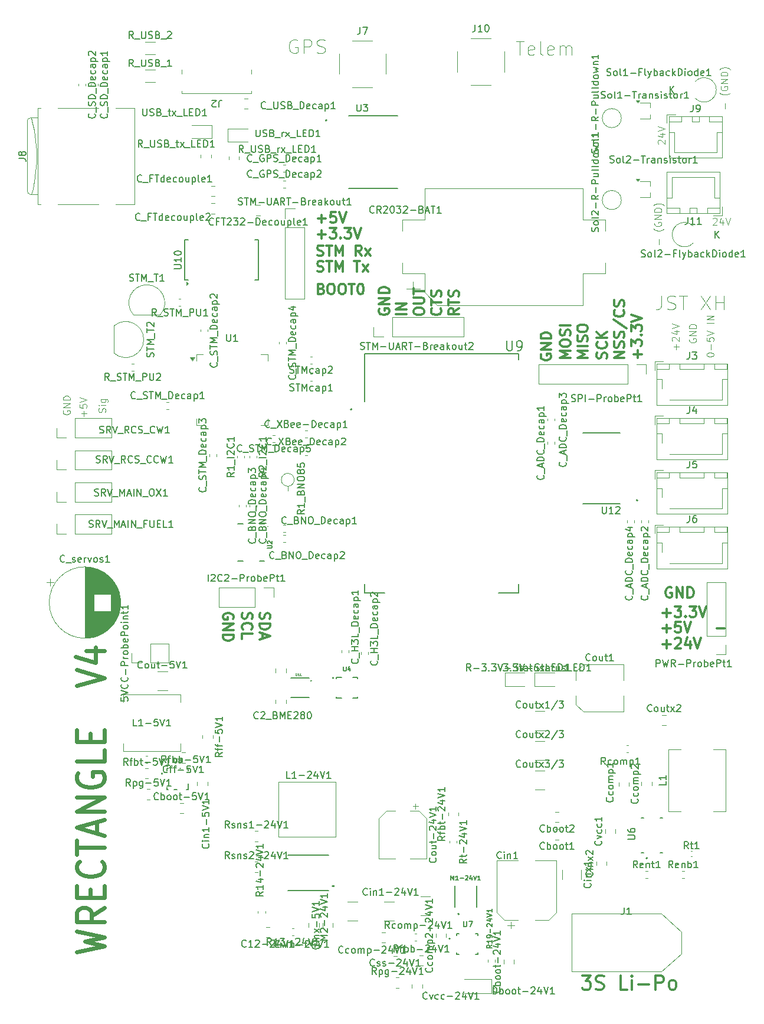
<source format=gbr>
G04 #@! TF.GenerationSoftware,KiCad,Pcbnew,9.0.3*
G04 #@! TF.CreationDate,2026-01-14T23:42:55-07:00*
G04 #@! TF.ProjectId,Wrectangle-V4,57726563-7461-46e6-976c-652d56342e6b,rev?*
G04 #@! TF.SameCoordinates,Original*
G04 #@! TF.FileFunction,Legend,Top*
G04 #@! TF.FilePolarity,Positive*
%FSLAX46Y46*%
G04 Gerber Fmt 4.6, Leading zero omitted, Abs format (unit mm)*
G04 Created by KiCad (PCBNEW 9.0.3) date 2026-01-14 23:42:55*
%MOMM*%
%LPD*%
G01*
G04 APERTURE LIST*
%ADD10C,0.100000*%
%ADD11C,0.600000*%
%ADD12C,0.300000*%
%ADD13C,0.150000*%
%ADD14C,0.080430*%
%ADD15C,0.120000*%
%ADD16C,0.127000*%
%ADD17C,0.200000*%
%ADD18C,0.140000*%
G04 APERTURE END LIST*
D10*
X74549800Y-79218734D02*
X74597419Y-79075877D01*
X74597419Y-79075877D02*
X74597419Y-78837782D01*
X74597419Y-78837782D02*
X74549800Y-78742544D01*
X74549800Y-78742544D02*
X74502180Y-78694925D01*
X74502180Y-78694925D02*
X74406942Y-78647306D01*
X74406942Y-78647306D02*
X74311704Y-78647306D01*
X74311704Y-78647306D02*
X74216466Y-78694925D01*
X74216466Y-78694925D02*
X74168847Y-78742544D01*
X74168847Y-78742544D02*
X74121228Y-78837782D01*
X74121228Y-78837782D02*
X74073609Y-79028258D01*
X74073609Y-79028258D02*
X74025990Y-79123496D01*
X74025990Y-79123496D02*
X73978371Y-79171115D01*
X73978371Y-79171115D02*
X73883133Y-79218734D01*
X73883133Y-79218734D02*
X73787895Y-79218734D01*
X73787895Y-79218734D02*
X73692657Y-79171115D01*
X73692657Y-79171115D02*
X73645038Y-79123496D01*
X73645038Y-79123496D02*
X73597419Y-79028258D01*
X73597419Y-79028258D02*
X73597419Y-78790163D01*
X73597419Y-78790163D02*
X73645038Y-78647306D01*
X74597419Y-78218734D02*
X73930752Y-78218734D01*
X73597419Y-78218734D02*
X73645038Y-78266353D01*
X73645038Y-78266353D02*
X73692657Y-78218734D01*
X73692657Y-78218734D02*
X73645038Y-78171115D01*
X73645038Y-78171115D02*
X73597419Y-78218734D01*
X73597419Y-78218734D02*
X73692657Y-78218734D01*
X73930752Y-77313973D02*
X74740276Y-77313973D01*
X74740276Y-77313973D02*
X74835514Y-77361592D01*
X74835514Y-77361592D02*
X74883133Y-77409211D01*
X74883133Y-77409211D02*
X74930752Y-77504449D01*
X74930752Y-77504449D02*
X74930752Y-77647306D01*
X74930752Y-77647306D02*
X74883133Y-77742544D01*
X74549800Y-77313973D02*
X74597419Y-77409211D01*
X74597419Y-77409211D02*
X74597419Y-77599687D01*
X74597419Y-77599687D02*
X74549800Y-77694925D01*
X74549800Y-77694925D02*
X74502180Y-77742544D01*
X74502180Y-77742544D02*
X74406942Y-77790163D01*
X74406942Y-77790163D02*
X74121228Y-77790163D01*
X74121228Y-77790163D02*
X74025990Y-77742544D01*
X74025990Y-77742544D02*
X73978371Y-77694925D01*
X73978371Y-77694925D02*
X73930752Y-77599687D01*
X73930752Y-77599687D02*
X73930752Y-77409211D01*
X73930752Y-77409211D02*
X73978371Y-77313973D01*
X71516466Y-79796115D02*
X71516466Y-79034211D01*
X71897419Y-79415163D02*
X71135514Y-79415163D01*
X70897419Y-78081830D02*
X70897419Y-78558020D01*
X70897419Y-78558020D02*
X71373609Y-78605639D01*
X71373609Y-78605639D02*
X71325990Y-78558020D01*
X71325990Y-78558020D02*
X71278371Y-78462782D01*
X71278371Y-78462782D02*
X71278371Y-78224687D01*
X71278371Y-78224687D02*
X71325990Y-78129449D01*
X71325990Y-78129449D02*
X71373609Y-78081830D01*
X71373609Y-78081830D02*
X71468847Y-78034211D01*
X71468847Y-78034211D02*
X71706942Y-78034211D01*
X71706942Y-78034211D02*
X71802180Y-78081830D01*
X71802180Y-78081830D02*
X71849800Y-78129449D01*
X71849800Y-78129449D02*
X71897419Y-78224687D01*
X71897419Y-78224687D02*
X71897419Y-78462782D01*
X71897419Y-78462782D02*
X71849800Y-78558020D01*
X71849800Y-78558020D02*
X71802180Y-78605639D01*
X70897419Y-77748496D02*
X71897419Y-77415163D01*
X71897419Y-77415163D02*
X70897419Y-77081830D01*
X68545038Y-78972306D02*
X68497419Y-79067544D01*
X68497419Y-79067544D02*
X68497419Y-79210401D01*
X68497419Y-79210401D02*
X68545038Y-79353258D01*
X68545038Y-79353258D02*
X68640276Y-79448496D01*
X68640276Y-79448496D02*
X68735514Y-79496115D01*
X68735514Y-79496115D02*
X68925990Y-79543734D01*
X68925990Y-79543734D02*
X69068847Y-79543734D01*
X69068847Y-79543734D02*
X69259323Y-79496115D01*
X69259323Y-79496115D02*
X69354561Y-79448496D01*
X69354561Y-79448496D02*
X69449800Y-79353258D01*
X69449800Y-79353258D02*
X69497419Y-79210401D01*
X69497419Y-79210401D02*
X69497419Y-79115163D01*
X69497419Y-79115163D02*
X69449800Y-78972306D01*
X69449800Y-78972306D02*
X69402180Y-78924687D01*
X69402180Y-78924687D02*
X69068847Y-78924687D01*
X69068847Y-78924687D02*
X69068847Y-79115163D01*
X69497419Y-78496115D02*
X68497419Y-78496115D01*
X68497419Y-78496115D02*
X69497419Y-77924687D01*
X69497419Y-77924687D02*
X68497419Y-77924687D01*
X69497419Y-77448496D02*
X68497419Y-77448496D01*
X68497419Y-77448496D02*
X68497419Y-77210401D01*
X68497419Y-77210401D02*
X68545038Y-77067544D01*
X68545038Y-77067544D02*
X68640276Y-76972306D01*
X68640276Y-76972306D02*
X68735514Y-76924687D01*
X68735514Y-76924687D02*
X68925990Y-76877068D01*
X68925990Y-76877068D02*
X69068847Y-76877068D01*
X69068847Y-76877068D02*
X69259323Y-76924687D01*
X69259323Y-76924687D02*
X69354561Y-76972306D01*
X69354561Y-76972306D02*
X69449800Y-77067544D01*
X69449800Y-77067544D02*
X69497419Y-77210401D01*
X69497419Y-77210401D02*
X69497419Y-77448496D01*
X153991466Y-55196115D02*
X153991466Y-54434211D01*
X154753371Y-52910401D02*
X154705752Y-52958020D01*
X154705752Y-52958020D02*
X154562895Y-53053258D01*
X154562895Y-53053258D02*
X154467657Y-53100877D01*
X154467657Y-53100877D02*
X154324800Y-53148496D01*
X154324800Y-53148496D02*
X154086704Y-53196115D01*
X154086704Y-53196115D02*
X153896228Y-53196115D01*
X153896228Y-53196115D02*
X153658133Y-53148496D01*
X153658133Y-53148496D02*
X153515276Y-53100877D01*
X153515276Y-53100877D02*
X153420038Y-53053258D01*
X153420038Y-53053258D02*
X153277180Y-52958020D01*
X153277180Y-52958020D02*
X153229561Y-52910401D01*
X153420038Y-52005639D02*
X153372419Y-52100877D01*
X153372419Y-52100877D02*
X153372419Y-52243734D01*
X153372419Y-52243734D02*
X153420038Y-52386591D01*
X153420038Y-52386591D02*
X153515276Y-52481829D01*
X153515276Y-52481829D02*
X153610514Y-52529448D01*
X153610514Y-52529448D02*
X153800990Y-52577067D01*
X153800990Y-52577067D02*
X153943847Y-52577067D01*
X153943847Y-52577067D02*
X154134323Y-52529448D01*
X154134323Y-52529448D02*
X154229561Y-52481829D01*
X154229561Y-52481829D02*
X154324800Y-52386591D01*
X154324800Y-52386591D02*
X154372419Y-52243734D01*
X154372419Y-52243734D02*
X154372419Y-52148496D01*
X154372419Y-52148496D02*
X154324800Y-52005639D01*
X154324800Y-52005639D02*
X154277180Y-51958020D01*
X154277180Y-51958020D02*
X153943847Y-51958020D01*
X153943847Y-51958020D02*
X153943847Y-52148496D01*
X154372419Y-51529448D02*
X153372419Y-51529448D01*
X153372419Y-51529448D02*
X154372419Y-50958020D01*
X154372419Y-50958020D02*
X153372419Y-50958020D01*
X154372419Y-50481829D02*
X153372419Y-50481829D01*
X153372419Y-50481829D02*
X153372419Y-50243734D01*
X153372419Y-50243734D02*
X153420038Y-50100877D01*
X153420038Y-50100877D02*
X153515276Y-50005639D01*
X153515276Y-50005639D02*
X153610514Y-49958020D01*
X153610514Y-49958020D02*
X153800990Y-49910401D01*
X153800990Y-49910401D02*
X153943847Y-49910401D01*
X153943847Y-49910401D02*
X154134323Y-49958020D01*
X154134323Y-49958020D02*
X154229561Y-50005639D01*
X154229561Y-50005639D02*
X154324800Y-50100877D01*
X154324800Y-50100877D02*
X154372419Y-50243734D01*
X154372419Y-50243734D02*
X154372419Y-50481829D01*
X154753371Y-49577067D02*
X154705752Y-49529448D01*
X154705752Y-49529448D02*
X154562895Y-49434210D01*
X154562895Y-49434210D02*
X154467657Y-49386591D01*
X154467657Y-49386591D02*
X154324800Y-49338972D01*
X154324800Y-49338972D02*
X154086704Y-49291353D01*
X154086704Y-49291353D02*
X153896228Y-49291353D01*
X153896228Y-49291353D02*
X153658133Y-49338972D01*
X153658133Y-49338972D02*
X153515276Y-49386591D01*
X153515276Y-49386591D02*
X153420038Y-49434210D01*
X153420038Y-49434210D02*
X153277180Y-49529448D01*
X153277180Y-49529448D02*
X153229561Y-49577067D01*
X158420038Y-68672306D02*
X158372419Y-68767544D01*
X158372419Y-68767544D02*
X158372419Y-68910401D01*
X158372419Y-68910401D02*
X158420038Y-69053258D01*
X158420038Y-69053258D02*
X158515276Y-69148496D01*
X158515276Y-69148496D02*
X158610514Y-69196115D01*
X158610514Y-69196115D02*
X158800990Y-69243734D01*
X158800990Y-69243734D02*
X158943847Y-69243734D01*
X158943847Y-69243734D02*
X159134323Y-69196115D01*
X159134323Y-69196115D02*
X159229561Y-69148496D01*
X159229561Y-69148496D02*
X159324800Y-69053258D01*
X159324800Y-69053258D02*
X159372419Y-68910401D01*
X159372419Y-68910401D02*
X159372419Y-68815163D01*
X159372419Y-68815163D02*
X159324800Y-68672306D01*
X159324800Y-68672306D02*
X159277180Y-68624687D01*
X159277180Y-68624687D02*
X158943847Y-68624687D01*
X158943847Y-68624687D02*
X158943847Y-68815163D01*
X159372419Y-68196115D02*
X158372419Y-68196115D01*
X158372419Y-68196115D02*
X159372419Y-67624687D01*
X159372419Y-67624687D02*
X158372419Y-67624687D01*
X159372419Y-67148496D02*
X158372419Y-67148496D01*
X158372419Y-67148496D02*
X158372419Y-66910401D01*
X158372419Y-66910401D02*
X158420038Y-66767544D01*
X158420038Y-66767544D02*
X158515276Y-66672306D01*
X158515276Y-66672306D02*
X158610514Y-66624687D01*
X158610514Y-66624687D02*
X158800990Y-66577068D01*
X158800990Y-66577068D02*
X158943847Y-66577068D01*
X158943847Y-66577068D02*
X159134323Y-66624687D01*
X159134323Y-66624687D02*
X159229561Y-66672306D01*
X159229561Y-66672306D02*
X159324800Y-66767544D01*
X159324800Y-66767544D02*
X159372419Y-66910401D01*
X159372419Y-66910401D02*
X159372419Y-67148496D01*
X154363408Y-62500038D02*
X154363408Y-63928609D01*
X154363408Y-63928609D02*
X154268169Y-64214323D01*
X154268169Y-64214323D02*
X154077693Y-64404800D01*
X154077693Y-64404800D02*
X153791979Y-64500038D01*
X153791979Y-64500038D02*
X153601503Y-64500038D01*
X155220551Y-64404800D02*
X155506265Y-64500038D01*
X155506265Y-64500038D02*
X155982456Y-64500038D01*
X155982456Y-64500038D02*
X156172932Y-64404800D01*
X156172932Y-64404800D02*
X156268170Y-64309561D01*
X156268170Y-64309561D02*
X156363408Y-64119085D01*
X156363408Y-64119085D02*
X156363408Y-63928609D01*
X156363408Y-63928609D02*
X156268170Y-63738133D01*
X156268170Y-63738133D02*
X156172932Y-63642895D01*
X156172932Y-63642895D02*
X155982456Y-63547657D01*
X155982456Y-63547657D02*
X155601503Y-63452419D01*
X155601503Y-63452419D02*
X155411027Y-63357180D01*
X155411027Y-63357180D02*
X155315789Y-63261942D01*
X155315789Y-63261942D02*
X155220551Y-63071466D01*
X155220551Y-63071466D02*
X155220551Y-62880990D01*
X155220551Y-62880990D02*
X155315789Y-62690514D01*
X155315789Y-62690514D02*
X155411027Y-62595276D01*
X155411027Y-62595276D02*
X155601503Y-62500038D01*
X155601503Y-62500038D02*
X156077694Y-62500038D01*
X156077694Y-62500038D02*
X156363408Y-62595276D01*
X156934837Y-62500038D02*
X158077694Y-62500038D01*
X157506265Y-64500038D02*
X157506265Y-62500038D01*
X160077695Y-62500038D02*
X161411028Y-64500038D01*
X161411028Y-62500038D02*
X160077695Y-64500038D01*
X162172933Y-64500038D02*
X162172933Y-62500038D01*
X162172933Y-63452419D02*
X163315790Y-63452419D01*
X163315790Y-64500038D02*
X163315790Y-62500038D01*
D11*
X70479276Y-156605264D02*
X74479276Y-155771930D01*
X74479276Y-155771930D02*
X71622133Y-155105264D01*
X71622133Y-155105264D02*
X74479276Y-154438597D01*
X74479276Y-154438597D02*
X70479276Y-153605264D01*
X74479276Y-150271930D02*
X72574514Y-151438597D01*
X74479276Y-152271930D02*
X70479276Y-152271930D01*
X70479276Y-152271930D02*
X70479276Y-150938597D01*
X70479276Y-150938597D02*
X70669752Y-150605264D01*
X70669752Y-150605264D02*
X70860228Y-150438597D01*
X70860228Y-150438597D02*
X71241180Y-150271930D01*
X71241180Y-150271930D02*
X71812609Y-150271930D01*
X71812609Y-150271930D02*
X72193561Y-150438597D01*
X72193561Y-150438597D02*
X72384038Y-150605264D01*
X72384038Y-150605264D02*
X72574514Y-150938597D01*
X72574514Y-150938597D02*
X72574514Y-152271930D01*
X72384038Y-148771930D02*
X72384038Y-147605264D01*
X74479276Y-147105264D02*
X74479276Y-148771930D01*
X74479276Y-148771930D02*
X70479276Y-148771930D01*
X70479276Y-148771930D02*
X70479276Y-147105264D01*
X74098323Y-143605263D02*
X74288800Y-143771930D01*
X74288800Y-143771930D02*
X74479276Y-144271930D01*
X74479276Y-144271930D02*
X74479276Y-144605263D01*
X74479276Y-144605263D02*
X74288800Y-145105263D01*
X74288800Y-145105263D02*
X73907847Y-145438597D01*
X73907847Y-145438597D02*
X73526895Y-145605263D01*
X73526895Y-145605263D02*
X72764990Y-145771930D01*
X72764990Y-145771930D02*
X72193561Y-145771930D01*
X72193561Y-145771930D02*
X71431657Y-145605263D01*
X71431657Y-145605263D02*
X71050704Y-145438597D01*
X71050704Y-145438597D02*
X70669752Y-145105263D01*
X70669752Y-145105263D02*
X70479276Y-144605263D01*
X70479276Y-144605263D02*
X70479276Y-144271930D01*
X70479276Y-144271930D02*
X70669752Y-143771930D01*
X70669752Y-143771930D02*
X70860228Y-143605263D01*
X70479276Y-142605263D02*
X70479276Y-140605263D01*
X74479276Y-141605263D02*
X70479276Y-141605263D01*
X73336419Y-139605263D02*
X73336419Y-137938596D01*
X74479276Y-139938596D02*
X70479276Y-138771930D01*
X70479276Y-138771930D02*
X74479276Y-137605263D01*
X74479276Y-136438596D02*
X70479276Y-136438596D01*
X70479276Y-136438596D02*
X74479276Y-134438596D01*
X74479276Y-134438596D02*
X70479276Y-134438596D01*
X70669752Y-130938596D02*
X70479276Y-131271929D01*
X70479276Y-131271929D02*
X70479276Y-131771929D01*
X70479276Y-131771929D02*
X70669752Y-132271929D01*
X70669752Y-132271929D02*
X71050704Y-132605263D01*
X71050704Y-132605263D02*
X71431657Y-132771929D01*
X71431657Y-132771929D02*
X72193561Y-132938596D01*
X72193561Y-132938596D02*
X72764990Y-132938596D01*
X72764990Y-132938596D02*
X73526895Y-132771929D01*
X73526895Y-132771929D02*
X73907847Y-132605263D01*
X73907847Y-132605263D02*
X74288800Y-132271929D01*
X74288800Y-132271929D02*
X74479276Y-131771929D01*
X74479276Y-131771929D02*
X74479276Y-131438596D01*
X74479276Y-131438596D02*
X74288800Y-130938596D01*
X74288800Y-130938596D02*
X74098323Y-130771929D01*
X74098323Y-130771929D02*
X72764990Y-130771929D01*
X72764990Y-130771929D02*
X72764990Y-131438596D01*
X74479276Y-127605263D02*
X74479276Y-129271929D01*
X74479276Y-129271929D02*
X70479276Y-129271929D01*
X72384038Y-126438596D02*
X72384038Y-125271930D01*
X74479276Y-124771930D02*
X74479276Y-126438596D01*
X74479276Y-126438596D02*
X70479276Y-126438596D01*
X70479276Y-126438596D02*
X70479276Y-124771930D01*
X70479276Y-118438595D02*
X74479276Y-117271929D01*
X74479276Y-117271929D02*
X70479276Y-116105262D01*
X71812609Y-113438595D02*
X74479276Y-113438595D01*
X70288800Y-114271929D02*
X73145942Y-115105262D01*
X73145942Y-115105262D02*
X73145942Y-112938595D01*
D12*
X104983082Y-56729400D02*
X105197368Y-56800828D01*
X105197368Y-56800828D02*
X105554510Y-56800828D01*
X105554510Y-56800828D02*
X105697368Y-56729400D01*
X105697368Y-56729400D02*
X105768796Y-56657971D01*
X105768796Y-56657971D02*
X105840225Y-56515114D01*
X105840225Y-56515114D02*
X105840225Y-56372257D01*
X105840225Y-56372257D02*
X105768796Y-56229400D01*
X105768796Y-56229400D02*
X105697368Y-56157971D01*
X105697368Y-56157971D02*
X105554510Y-56086542D01*
X105554510Y-56086542D02*
X105268796Y-56015114D01*
X105268796Y-56015114D02*
X105125939Y-55943685D01*
X105125939Y-55943685D02*
X105054510Y-55872257D01*
X105054510Y-55872257D02*
X104983082Y-55729400D01*
X104983082Y-55729400D02*
X104983082Y-55586542D01*
X104983082Y-55586542D02*
X105054510Y-55443685D01*
X105054510Y-55443685D02*
X105125939Y-55372257D01*
X105125939Y-55372257D02*
X105268796Y-55300828D01*
X105268796Y-55300828D02*
X105625939Y-55300828D01*
X105625939Y-55300828D02*
X105840225Y-55372257D01*
X106268796Y-55300828D02*
X107125939Y-55300828D01*
X106697367Y-56800828D02*
X106697367Y-55300828D01*
X107625938Y-56800828D02*
X107625938Y-55300828D01*
X107625938Y-55300828D02*
X108125938Y-56372257D01*
X108125938Y-56372257D02*
X108625938Y-55300828D01*
X108625938Y-55300828D02*
X108625938Y-56800828D01*
X111340224Y-56800828D02*
X110840224Y-56086542D01*
X110483081Y-56800828D02*
X110483081Y-55300828D01*
X110483081Y-55300828D02*
X111054510Y-55300828D01*
X111054510Y-55300828D02*
X111197367Y-55372257D01*
X111197367Y-55372257D02*
X111268796Y-55443685D01*
X111268796Y-55443685D02*
X111340224Y-55586542D01*
X111340224Y-55586542D02*
X111340224Y-55800828D01*
X111340224Y-55800828D02*
X111268796Y-55943685D01*
X111268796Y-55943685D02*
X111197367Y-56015114D01*
X111197367Y-56015114D02*
X111054510Y-56086542D01*
X111054510Y-56086542D02*
X110483081Y-56086542D01*
X111840224Y-56800828D02*
X112625939Y-55800828D01*
X111840224Y-55800828D02*
X112625939Y-56800828D01*
X117800828Y-65195489D02*
X116300828Y-65195489D01*
X117800828Y-64481203D02*
X116300828Y-64481203D01*
X116300828Y-64481203D02*
X117800828Y-63624060D01*
X117800828Y-63624060D02*
X116300828Y-63624060D01*
X162304510Y-110229400D02*
X163447368Y-110229400D01*
X154554510Y-107979400D02*
X155697368Y-107979400D01*
X155125939Y-108550828D02*
X155125939Y-107407971D01*
X156268796Y-107050828D02*
X157197368Y-107050828D01*
X157197368Y-107050828D02*
X156697368Y-107622257D01*
X156697368Y-107622257D02*
X156911653Y-107622257D01*
X156911653Y-107622257D02*
X157054511Y-107693685D01*
X157054511Y-107693685D02*
X157125939Y-107765114D01*
X157125939Y-107765114D02*
X157197368Y-107907971D01*
X157197368Y-107907971D02*
X157197368Y-108265114D01*
X157197368Y-108265114D02*
X157125939Y-108407971D01*
X157125939Y-108407971D02*
X157054511Y-108479400D01*
X157054511Y-108479400D02*
X156911653Y-108550828D01*
X156911653Y-108550828D02*
X156483082Y-108550828D01*
X156483082Y-108550828D02*
X156340225Y-108479400D01*
X156340225Y-108479400D02*
X156268796Y-108407971D01*
X157840224Y-108407971D02*
X157911653Y-108479400D01*
X157911653Y-108479400D02*
X157840224Y-108550828D01*
X157840224Y-108550828D02*
X157768796Y-108479400D01*
X157768796Y-108479400D02*
X157840224Y-108407971D01*
X157840224Y-108407971D02*
X157840224Y-108550828D01*
X158411653Y-107050828D02*
X159340225Y-107050828D01*
X159340225Y-107050828D02*
X158840225Y-107622257D01*
X158840225Y-107622257D02*
X159054510Y-107622257D01*
X159054510Y-107622257D02*
X159197368Y-107693685D01*
X159197368Y-107693685D02*
X159268796Y-107765114D01*
X159268796Y-107765114D02*
X159340225Y-107907971D01*
X159340225Y-107907971D02*
X159340225Y-108265114D01*
X159340225Y-108265114D02*
X159268796Y-108407971D01*
X159268796Y-108407971D02*
X159197368Y-108479400D01*
X159197368Y-108479400D02*
X159054510Y-108550828D01*
X159054510Y-108550828D02*
X158625939Y-108550828D01*
X158625939Y-108550828D02*
X158483082Y-108479400D01*
X158483082Y-108479400D02*
X158411653Y-108407971D01*
X159768796Y-107050828D02*
X160268796Y-108550828D01*
X160268796Y-108550828D02*
X160768796Y-107050828D01*
X122657971Y-64338346D02*
X122729400Y-64409774D01*
X122729400Y-64409774D02*
X122800828Y-64624060D01*
X122800828Y-64624060D02*
X122800828Y-64766917D01*
X122800828Y-64766917D02*
X122729400Y-64981203D01*
X122729400Y-64981203D02*
X122586542Y-65124060D01*
X122586542Y-65124060D02*
X122443685Y-65195489D01*
X122443685Y-65195489D02*
X122157971Y-65266917D01*
X122157971Y-65266917D02*
X121943685Y-65266917D01*
X121943685Y-65266917D02*
X121657971Y-65195489D01*
X121657971Y-65195489D02*
X121515114Y-65124060D01*
X121515114Y-65124060D02*
X121372257Y-64981203D01*
X121372257Y-64981203D02*
X121300828Y-64766917D01*
X121300828Y-64766917D02*
X121300828Y-64624060D01*
X121300828Y-64624060D02*
X121372257Y-64409774D01*
X121372257Y-64409774D02*
X121443685Y-64338346D01*
X121300828Y-63909774D02*
X121300828Y-63052632D01*
X122800828Y-63481203D02*
X121300828Y-63481203D01*
X122729400Y-62624060D02*
X122800828Y-62409775D01*
X122800828Y-62409775D02*
X122800828Y-62052632D01*
X122800828Y-62052632D02*
X122729400Y-61909775D01*
X122729400Y-61909775D02*
X122657971Y-61838346D01*
X122657971Y-61838346D02*
X122515114Y-61766917D01*
X122515114Y-61766917D02*
X122372257Y-61766917D01*
X122372257Y-61766917D02*
X122229400Y-61838346D01*
X122229400Y-61838346D02*
X122157971Y-61909775D01*
X122157971Y-61909775D02*
X122086542Y-62052632D01*
X122086542Y-62052632D02*
X122015114Y-62338346D01*
X122015114Y-62338346D02*
X121943685Y-62481203D01*
X121943685Y-62481203D02*
X121872257Y-62552632D01*
X121872257Y-62552632D02*
X121729400Y-62624060D01*
X121729400Y-62624060D02*
X121586542Y-62624060D01*
X121586542Y-62624060D02*
X121443685Y-62552632D01*
X121443685Y-62552632D02*
X121372257Y-62481203D01*
X121372257Y-62481203D02*
X121300828Y-62338346D01*
X121300828Y-62338346D02*
X121300828Y-61981203D01*
X121300828Y-61981203D02*
X121372257Y-61766917D01*
D10*
X160872419Y-71005639D02*
X160872419Y-70910401D01*
X160872419Y-70910401D02*
X160920038Y-70815163D01*
X160920038Y-70815163D02*
X160967657Y-70767544D01*
X160967657Y-70767544D02*
X161062895Y-70719925D01*
X161062895Y-70719925D02*
X161253371Y-70672306D01*
X161253371Y-70672306D02*
X161491466Y-70672306D01*
X161491466Y-70672306D02*
X161681942Y-70719925D01*
X161681942Y-70719925D02*
X161777180Y-70767544D01*
X161777180Y-70767544D02*
X161824800Y-70815163D01*
X161824800Y-70815163D02*
X161872419Y-70910401D01*
X161872419Y-70910401D02*
X161872419Y-71005639D01*
X161872419Y-71005639D02*
X161824800Y-71100877D01*
X161824800Y-71100877D02*
X161777180Y-71148496D01*
X161777180Y-71148496D02*
X161681942Y-71196115D01*
X161681942Y-71196115D02*
X161491466Y-71243734D01*
X161491466Y-71243734D02*
X161253371Y-71243734D01*
X161253371Y-71243734D02*
X161062895Y-71196115D01*
X161062895Y-71196115D02*
X160967657Y-71148496D01*
X160967657Y-71148496D02*
X160920038Y-71100877D01*
X160920038Y-71100877D02*
X160872419Y-71005639D01*
X161491466Y-70243734D02*
X161491466Y-69481830D01*
X160872419Y-68529449D02*
X160872419Y-69005639D01*
X160872419Y-69005639D02*
X161348609Y-69053258D01*
X161348609Y-69053258D02*
X161300990Y-69005639D01*
X161300990Y-69005639D02*
X161253371Y-68910401D01*
X161253371Y-68910401D02*
X161253371Y-68672306D01*
X161253371Y-68672306D02*
X161300990Y-68577068D01*
X161300990Y-68577068D02*
X161348609Y-68529449D01*
X161348609Y-68529449D02*
X161443847Y-68481830D01*
X161443847Y-68481830D02*
X161681942Y-68481830D01*
X161681942Y-68481830D02*
X161777180Y-68529449D01*
X161777180Y-68529449D02*
X161824800Y-68577068D01*
X161824800Y-68577068D02*
X161872419Y-68672306D01*
X161872419Y-68672306D02*
X161872419Y-68910401D01*
X161872419Y-68910401D02*
X161824800Y-69005639D01*
X161824800Y-69005639D02*
X161777180Y-69053258D01*
X160872419Y-68196115D02*
X161872419Y-67862782D01*
X161872419Y-67862782D02*
X160872419Y-67529449D01*
X161872419Y-66434210D02*
X160872419Y-66434210D01*
X161872419Y-65958020D02*
X160872419Y-65958020D01*
X160872419Y-65958020D02*
X161872419Y-65386592D01*
X161872419Y-65386592D02*
X160872419Y-65386592D01*
D12*
X142983082Y-159989638D02*
X144221177Y-159989638D01*
X144221177Y-159989638D02*
X143554510Y-160751542D01*
X143554510Y-160751542D02*
X143840225Y-160751542D01*
X143840225Y-160751542D02*
X144030701Y-160846780D01*
X144030701Y-160846780D02*
X144125939Y-160942019D01*
X144125939Y-160942019D02*
X144221177Y-161132495D01*
X144221177Y-161132495D02*
X144221177Y-161608685D01*
X144221177Y-161608685D02*
X144125939Y-161799161D01*
X144125939Y-161799161D02*
X144030701Y-161894400D01*
X144030701Y-161894400D02*
X143840225Y-161989638D01*
X143840225Y-161989638D02*
X143268796Y-161989638D01*
X143268796Y-161989638D02*
X143078320Y-161894400D01*
X143078320Y-161894400D02*
X142983082Y-161799161D01*
X144983082Y-161894400D02*
X145268796Y-161989638D01*
X145268796Y-161989638D02*
X145744987Y-161989638D01*
X145744987Y-161989638D02*
X145935463Y-161894400D01*
X145935463Y-161894400D02*
X146030701Y-161799161D01*
X146030701Y-161799161D02*
X146125939Y-161608685D01*
X146125939Y-161608685D02*
X146125939Y-161418209D01*
X146125939Y-161418209D02*
X146030701Y-161227733D01*
X146030701Y-161227733D02*
X145935463Y-161132495D01*
X145935463Y-161132495D02*
X145744987Y-161037257D01*
X145744987Y-161037257D02*
X145364034Y-160942019D01*
X145364034Y-160942019D02*
X145173558Y-160846780D01*
X145173558Y-160846780D02*
X145078320Y-160751542D01*
X145078320Y-160751542D02*
X144983082Y-160561066D01*
X144983082Y-160561066D02*
X144983082Y-160370590D01*
X144983082Y-160370590D02*
X145078320Y-160180114D01*
X145078320Y-160180114D02*
X145173558Y-160084876D01*
X145173558Y-160084876D02*
X145364034Y-159989638D01*
X145364034Y-159989638D02*
X145840225Y-159989638D01*
X145840225Y-159989638D02*
X146125939Y-160084876D01*
X149459273Y-161989638D02*
X148506892Y-161989638D01*
X148506892Y-161989638D02*
X148506892Y-159989638D01*
X150125940Y-161989638D02*
X150125940Y-160656304D01*
X150125940Y-159989638D02*
X150030702Y-160084876D01*
X150030702Y-160084876D02*
X150125940Y-160180114D01*
X150125940Y-160180114D02*
X150221178Y-160084876D01*
X150221178Y-160084876D02*
X150125940Y-159989638D01*
X150125940Y-159989638D02*
X150125940Y-160180114D01*
X151078321Y-161227733D02*
X152602131Y-161227733D01*
X153554511Y-161989638D02*
X153554511Y-159989638D01*
X153554511Y-159989638D02*
X154316416Y-159989638D01*
X154316416Y-159989638D02*
X154506892Y-160084876D01*
X154506892Y-160084876D02*
X154602130Y-160180114D01*
X154602130Y-160180114D02*
X154697368Y-160370590D01*
X154697368Y-160370590D02*
X154697368Y-160656304D01*
X154697368Y-160656304D02*
X154602130Y-160846780D01*
X154602130Y-160846780D02*
X154506892Y-160942019D01*
X154506892Y-160942019D02*
X154316416Y-161037257D01*
X154316416Y-161037257D02*
X153554511Y-161037257D01*
X155840225Y-161989638D02*
X155649749Y-161894400D01*
X155649749Y-161894400D02*
X155554511Y-161799161D01*
X155554511Y-161799161D02*
X155459273Y-161608685D01*
X155459273Y-161608685D02*
X155459273Y-161037257D01*
X155459273Y-161037257D02*
X155554511Y-160846780D01*
X155554511Y-160846780D02*
X155649749Y-160751542D01*
X155649749Y-160751542D02*
X155840225Y-160656304D01*
X155840225Y-160656304D02*
X156125940Y-160656304D01*
X156125940Y-160656304D02*
X156316416Y-160751542D01*
X156316416Y-160751542D02*
X156411654Y-160846780D01*
X156411654Y-160846780D02*
X156506892Y-161037257D01*
X156506892Y-161037257D02*
X156506892Y-161608685D01*
X156506892Y-161608685D02*
X156411654Y-161799161D01*
X156411654Y-161799161D02*
X156316416Y-161894400D01*
X156316416Y-161894400D02*
X156125940Y-161989638D01*
X156125940Y-161989638D02*
X155840225Y-161989638D01*
D10*
X102089598Y-25845276D02*
X101899122Y-25750038D01*
X101899122Y-25750038D02*
X101613408Y-25750038D01*
X101613408Y-25750038D02*
X101327693Y-25845276D01*
X101327693Y-25845276D02*
X101137217Y-26035752D01*
X101137217Y-26035752D02*
X101041979Y-26226228D01*
X101041979Y-26226228D02*
X100946741Y-26607180D01*
X100946741Y-26607180D02*
X100946741Y-26892895D01*
X100946741Y-26892895D02*
X101041979Y-27273847D01*
X101041979Y-27273847D02*
X101137217Y-27464323D01*
X101137217Y-27464323D02*
X101327693Y-27654800D01*
X101327693Y-27654800D02*
X101613408Y-27750038D01*
X101613408Y-27750038D02*
X101803884Y-27750038D01*
X101803884Y-27750038D02*
X102089598Y-27654800D01*
X102089598Y-27654800D02*
X102184836Y-27559561D01*
X102184836Y-27559561D02*
X102184836Y-26892895D01*
X102184836Y-26892895D02*
X101803884Y-26892895D01*
X103041979Y-27750038D02*
X103041979Y-25750038D01*
X103041979Y-25750038D02*
X103803884Y-25750038D01*
X103803884Y-25750038D02*
X103994360Y-25845276D01*
X103994360Y-25845276D02*
X104089598Y-25940514D01*
X104089598Y-25940514D02*
X104184836Y-26130990D01*
X104184836Y-26130990D02*
X104184836Y-26416704D01*
X104184836Y-26416704D02*
X104089598Y-26607180D01*
X104089598Y-26607180D02*
X103994360Y-26702419D01*
X103994360Y-26702419D02*
X103803884Y-26797657D01*
X103803884Y-26797657D02*
X103041979Y-26797657D01*
X104946741Y-27654800D02*
X105232455Y-27750038D01*
X105232455Y-27750038D02*
X105708646Y-27750038D01*
X105708646Y-27750038D02*
X105899122Y-27654800D01*
X105899122Y-27654800D02*
X105994360Y-27559561D01*
X105994360Y-27559561D02*
X106089598Y-27369085D01*
X106089598Y-27369085D02*
X106089598Y-27178609D01*
X106089598Y-27178609D02*
X105994360Y-26988133D01*
X105994360Y-26988133D02*
X105899122Y-26892895D01*
X105899122Y-26892895D02*
X105708646Y-26797657D01*
X105708646Y-26797657D02*
X105327693Y-26702419D01*
X105327693Y-26702419D02*
X105137217Y-26607180D01*
X105137217Y-26607180D02*
X105041979Y-26511942D01*
X105041979Y-26511942D02*
X104946741Y-26321466D01*
X104946741Y-26321466D02*
X104946741Y-26130990D01*
X104946741Y-26130990D02*
X105041979Y-25940514D01*
X105041979Y-25940514D02*
X105137217Y-25845276D01*
X105137217Y-25845276D02*
X105327693Y-25750038D01*
X105327693Y-25750038D02*
X105803884Y-25750038D01*
X105803884Y-25750038D02*
X106089598Y-25845276D01*
D12*
X105554510Y-61515114D02*
X105768796Y-61586542D01*
X105768796Y-61586542D02*
X105840225Y-61657971D01*
X105840225Y-61657971D02*
X105911653Y-61800828D01*
X105911653Y-61800828D02*
X105911653Y-62015114D01*
X105911653Y-62015114D02*
X105840225Y-62157971D01*
X105840225Y-62157971D02*
X105768796Y-62229400D01*
X105768796Y-62229400D02*
X105625939Y-62300828D01*
X105625939Y-62300828D02*
X105054510Y-62300828D01*
X105054510Y-62300828D02*
X105054510Y-60800828D01*
X105054510Y-60800828D02*
X105554510Y-60800828D01*
X105554510Y-60800828D02*
X105697368Y-60872257D01*
X105697368Y-60872257D02*
X105768796Y-60943685D01*
X105768796Y-60943685D02*
X105840225Y-61086542D01*
X105840225Y-61086542D02*
X105840225Y-61229400D01*
X105840225Y-61229400D02*
X105768796Y-61372257D01*
X105768796Y-61372257D02*
X105697368Y-61443685D01*
X105697368Y-61443685D02*
X105554510Y-61515114D01*
X105554510Y-61515114D02*
X105054510Y-61515114D01*
X106840225Y-60800828D02*
X107125939Y-60800828D01*
X107125939Y-60800828D02*
X107268796Y-60872257D01*
X107268796Y-60872257D02*
X107411653Y-61015114D01*
X107411653Y-61015114D02*
X107483082Y-61300828D01*
X107483082Y-61300828D02*
X107483082Y-61800828D01*
X107483082Y-61800828D02*
X107411653Y-62086542D01*
X107411653Y-62086542D02*
X107268796Y-62229400D01*
X107268796Y-62229400D02*
X107125939Y-62300828D01*
X107125939Y-62300828D02*
X106840225Y-62300828D01*
X106840225Y-62300828D02*
X106697368Y-62229400D01*
X106697368Y-62229400D02*
X106554510Y-62086542D01*
X106554510Y-62086542D02*
X106483082Y-61800828D01*
X106483082Y-61800828D02*
X106483082Y-61300828D01*
X106483082Y-61300828D02*
X106554510Y-61015114D01*
X106554510Y-61015114D02*
X106697368Y-60872257D01*
X106697368Y-60872257D02*
X106840225Y-60800828D01*
X108411654Y-60800828D02*
X108697368Y-60800828D01*
X108697368Y-60800828D02*
X108840225Y-60872257D01*
X108840225Y-60872257D02*
X108983082Y-61015114D01*
X108983082Y-61015114D02*
X109054511Y-61300828D01*
X109054511Y-61300828D02*
X109054511Y-61800828D01*
X109054511Y-61800828D02*
X108983082Y-62086542D01*
X108983082Y-62086542D02*
X108840225Y-62229400D01*
X108840225Y-62229400D02*
X108697368Y-62300828D01*
X108697368Y-62300828D02*
X108411654Y-62300828D01*
X108411654Y-62300828D02*
X108268797Y-62229400D01*
X108268797Y-62229400D02*
X108125939Y-62086542D01*
X108125939Y-62086542D02*
X108054511Y-61800828D01*
X108054511Y-61800828D02*
X108054511Y-61300828D01*
X108054511Y-61300828D02*
X108125939Y-61015114D01*
X108125939Y-61015114D02*
X108268797Y-60872257D01*
X108268797Y-60872257D02*
X108411654Y-60800828D01*
X109483083Y-60800828D02*
X110340226Y-60800828D01*
X109911654Y-62300828D02*
X109911654Y-60800828D01*
X111125940Y-60800828D02*
X111268797Y-60800828D01*
X111268797Y-60800828D02*
X111411654Y-60872257D01*
X111411654Y-60872257D02*
X111483083Y-60943685D01*
X111483083Y-60943685D02*
X111554511Y-61086542D01*
X111554511Y-61086542D02*
X111625940Y-61372257D01*
X111625940Y-61372257D02*
X111625940Y-61729400D01*
X111625940Y-61729400D02*
X111554511Y-62015114D01*
X111554511Y-62015114D02*
X111483083Y-62157971D01*
X111483083Y-62157971D02*
X111411654Y-62229400D01*
X111411654Y-62229400D02*
X111268797Y-62300828D01*
X111268797Y-62300828D02*
X111125940Y-62300828D01*
X111125940Y-62300828D02*
X110983083Y-62229400D01*
X110983083Y-62229400D02*
X110911654Y-62157971D01*
X110911654Y-62157971D02*
X110840225Y-62015114D01*
X110840225Y-62015114D02*
X110768797Y-61729400D01*
X110768797Y-61729400D02*
X110768797Y-61372257D01*
X110768797Y-61372257D02*
X110840225Y-61086542D01*
X110840225Y-61086542D02*
X110911654Y-60943685D01*
X110911654Y-60943685D02*
X110983083Y-60872257D01*
X110983083Y-60872257D02*
X111125940Y-60800828D01*
X125300828Y-64338346D02*
X124586542Y-64838346D01*
X125300828Y-65195489D02*
X123800828Y-65195489D01*
X123800828Y-65195489D02*
X123800828Y-64624060D01*
X123800828Y-64624060D02*
X123872257Y-64481203D01*
X123872257Y-64481203D02*
X123943685Y-64409774D01*
X123943685Y-64409774D02*
X124086542Y-64338346D01*
X124086542Y-64338346D02*
X124300828Y-64338346D01*
X124300828Y-64338346D02*
X124443685Y-64409774D01*
X124443685Y-64409774D02*
X124515114Y-64481203D01*
X124515114Y-64481203D02*
X124586542Y-64624060D01*
X124586542Y-64624060D02*
X124586542Y-65195489D01*
X123800828Y-63909774D02*
X123800828Y-63052632D01*
X125300828Y-63481203D02*
X123800828Y-63481203D01*
X125229400Y-62624060D02*
X125300828Y-62409775D01*
X125300828Y-62409775D02*
X125300828Y-62052632D01*
X125300828Y-62052632D02*
X125229400Y-61909775D01*
X125229400Y-61909775D02*
X125157971Y-61838346D01*
X125157971Y-61838346D02*
X125015114Y-61766917D01*
X125015114Y-61766917D02*
X124872257Y-61766917D01*
X124872257Y-61766917D02*
X124729400Y-61838346D01*
X124729400Y-61838346D02*
X124657971Y-61909775D01*
X124657971Y-61909775D02*
X124586542Y-62052632D01*
X124586542Y-62052632D02*
X124515114Y-62338346D01*
X124515114Y-62338346D02*
X124443685Y-62481203D01*
X124443685Y-62481203D02*
X124372257Y-62552632D01*
X124372257Y-62552632D02*
X124229400Y-62624060D01*
X124229400Y-62624060D02*
X124086542Y-62624060D01*
X124086542Y-62624060D02*
X123943685Y-62552632D01*
X123943685Y-62552632D02*
X123872257Y-62481203D01*
X123872257Y-62481203D02*
X123800828Y-62338346D01*
X123800828Y-62338346D02*
X123800828Y-61981203D01*
X123800828Y-61981203D02*
X123872257Y-61766917D01*
D10*
X153967657Y-40743734D02*
X153920038Y-40696115D01*
X153920038Y-40696115D02*
X153872419Y-40600877D01*
X153872419Y-40600877D02*
X153872419Y-40362782D01*
X153872419Y-40362782D02*
X153920038Y-40267544D01*
X153920038Y-40267544D02*
X153967657Y-40219925D01*
X153967657Y-40219925D02*
X154062895Y-40172306D01*
X154062895Y-40172306D02*
X154158133Y-40172306D01*
X154158133Y-40172306D02*
X154300990Y-40219925D01*
X154300990Y-40219925D02*
X154872419Y-40791353D01*
X154872419Y-40791353D02*
X154872419Y-40172306D01*
X154205752Y-39315163D02*
X154872419Y-39315163D01*
X153824800Y-39553258D02*
X154539085Y-39791353D01*
X154539085Y-39791353D02*
X154539085Y-39172306D01*
X153872419Y-38934210D02*
X154872419Y-38600877D01*
X154872419Y-38600877D02*
X153872419Y-38267544D01*
D12*
X146479400Y-71516917D02*
X146550828Y-71302632D01*
X146550828Y-71302632D02*
X146550828Y-70945489D01*
X146550828Y-70945489D02*
X146479400Y-70802632D01*
X146479400Y-70802632D02*
X146407971Y-70731203D01*
X146407971Y-70731203D02*
X146265114Y-70659774D01*
X146265114Y-70659774D02*
X146122257Y-70659774D01*
X146122257Y-70659774D02*
X145979400Y-70731203D01*
X145979400Y-70731203D02*
X145907971Y-70802632D01*
X145907971Y-70802632D02*
X145836542Y-70945489D01*
X145836542Y-70945489D02*
X145765114Y-71231203D01*
X145765114Y-71231203D02*
X145693685Y-71374060D01*
X145693685Y-71374060D02*
X145622257Y-71445489D01*
X145622257Y-71445489D02*
X145479400Y-71516917D01*
X145479400Y-71516917D02*
X145336542Y-71516917D01*
X145336542Y-71516917D02*
X145193685Y-71445489D01*
X145193685Y-71445489D02*
X145122257Y-71374060D01*
X145122257Y-71374060D02*
X145050828Y-71231203D01*
X145050828Y-71231203D02*
X145050828Y-70874060D01*
X145050828Y-70874060D02*
X145122257Y-70659774D01*
X146407971Y-69159775D02*
X146479400Y-69231203D01*
X146479400Y-69231203D02*
X146550828Y-69445489D01*
X146550828Y-69445489D02*
X146550828Y-69588346D01*
X146550828Y-69588346D02*
X146479400Y-69802632D01*
X146479400Y-69802632D02*
X146336542Y-69945489D01*
X146336542Y-69945489D02*
X146193685Y-70016918D01*
X146193685Y-70016918D02*
X145907971Y-70088346D01*
X145907971Y-70088346D02*
X145693685Y-70088346D01*
X145693685Y-70088346D02*
X145407971Y-70016918D01*
X145407971Y-70016918D02*
X145265114Y-69945489D01*
X145265114Y-69945489D02*
X145122257Y-69802632D01*
X145122257Y-69802632D02*
X145050828Y-69588346D01*
X145050828Y-69588346D02*
X145050828Y-69445489D01*
X145050828Y-69445489D02*
X145122257Y-69231203D01*
X145122257Y-69231203D02*
X145193685Y-69159775D01*
X146550828Y-68516918D02*
X145050828Y-68516918D01*
X146550828Y-67659775D02*
X145693685Y-68302632D01*
X145050828Y-67659775D02*
X145907971Y-68516918D01*
X96770600Y-107983082D02*
X96699171Y-108197368D01*
X96699171Y-108197368D02*
X96699171Y-108554510D01*
X96699171Y-108554510D02*
X96770600Y-108697368D01*
X96770600Y-108697368D02*
X96842028Y-108768796D01*
X96842028Y-108768796D02*
X96984885Y-108840225D01*
X96984885Y-108840225D02*
X97127742Y-108840225D01*
X97127742Y-108840225D02*
X97270600Y-108768796D01*
X97270600Y-108768796D02*
X97342028Y-108697368D01*
X97342028Y-108697368D02*
X97413457Y-108554510D01*
X97413457Y-108554510D02*
X97484885Y-108268796D01*
X97484885Y-108268796D02*
X97556314Y-108125939D01*
X97556314Y-108125939D02*
X97627742Y-108054510D01*
X97627742Y-108054510D02*
X97770600Y-107983082D01*
X97770600Y-107983082D02*
X97913457Y-107983082D01*
X97913457Y-107983082D02*
X98056314Y-108054510D01*
X98056314Y-108054510D02*
X98127742Y-108125939D01*
X98127742Y-108125939D02*
X98199171Y-108268796D01*
X98199171Y-108268796D02*
X98199171Y-108625939D01*
X98199171Y-108625939D02*
X98127742Y-108840225D01*
X96699171Y-109483081D02*
X98199171Y-109483081D01*
X98199171Y-109483081D02*
X98199171Y-109840224D01*
X98199171Y-109840224D02*
X98127742Y-110054510D01*
X98127742Y-110054510D02*
X97984885Y-110197367D01*
X97984885Y-110197367D02*
X97842028Y-110268796D01*
X97842028Y-110268796D02*
X97556314Y-110340224D01*
X97556314Y-110340224D02*
X97342028Y-110340224D01*
X97342028Y-110340224D02*
X97056314Y-110268796D01*
X97056314Y-110268796D02*
X96913457Y-110197367D01*
X96913457Y-110197367D02*
X96770600Y-110054510D01*
X96770600Y-110054510D02*
X96699171Y-109840224D01*
X96699171Y-109840224D02*
X96699171Y-109483081D01*
X97127742Y-110911653D02*
X97127742Y-111625939D01*
X96699171Y-110768796D02*
X98199171Y-111268796D01*
X98199171Y-111268796D02*
X96699171Y-111768796D01*
D10*
X161756265Y-51467657D02*
X161803884Y-51420038D01*
X161803884Y-51420038D02*
X161899122Y-51372419D01*
X161899122Y-51372419D02*
X162137217Y-51372419D01*
X162137217Y-51372419D02*
X162232455Y-51420038D01*
X162232455Y-51420038D02*
X162280074Y-51467657D01*
X162280074Y-51467657D02*
X162327693Y-51562895D01*
X162327693Y-51562895D02*
X162327693Y-51658133D01*
X162327693Y-51658133D02*
X162280074Y-51800990D01*
X162280074Y-51800990D02*
X161708646Y-52372419D01*
X161708646Y-52372419D02*
X162327693Y-52372419D01*
X163184836Y-51705752D02*
X163184836Y-52372419D01*
X162946741Y-51324800D02*
X162708646Y-52039085D01*
X162708646Y-52039085D02*
X163327693Y-52039085D01*
X163565789Y-51372419D02*
X163899122Y-52372419D01*
X163899122Y-52372419D02*
X164232455Y-51372419D01*
D12*
X104983082Y-58979400D02*
X105197368Y-59050828D01*
X105197368Y-59050828D02*
X105554510Y-59050828D01*
X105554510Y-59050828D02*
X105697368Y-58979400D01*
X105697368Y-58979400D02*
X105768796Y-58907971D01*
X105768796Y-58907971D02*
X105840225Y-58765114D01*
X105840225Y-58765114D02*
X105840225Y-58622257D01*
X105840225Y-58622257D02*
X105768796Y-58479400D01*
X105768796Y-58479400D02*
X105697368Y-58407971D01*
X105697368Y-58407971D02*
X105554510Y-58336542D01*
X105554510Y-58336542D02*
X105268796Y-58265114D01*
X105268796Y-58265114D02*
X105125939Y-58193685D01*
X105125939Y-58193685D02*
X105054510Y-58122257D01*
X105054510Y-58122257D02*
X104983082Y-57979400D01*
X104983082Y-57979400D02*
X104983082Y-57836542D01*
X104983082Y-57836542D02*
X105054510Y-57693685D01*
X105054510Y-57693685D02*
X105125939Y-57622257D01*
X105125939Y-57622257D02*
X105268796Y-57550828D01*
X105268796Y-57550828D02*
X105625939Y-57550828D01*
X105625939Y-57550828D02*
X105840225Y-57622257D01*
X106268796Y-57550828D02*
X107125939Y-57550828D01*
X106697367Y-59050828D02*
X106697367Y-57550828D01*
X107625938Y-59050828D02*
X107625938Y-57550828D01*
X107625938Y-57550828D02*
X108125938Y-58622257D01*
X108125938Y-58622257D02*
X108625938Y-57550828D01*
X108625938Y-57550828D02*
X108625938Y-59050828D01*
X110268796Y-57550828D02*
X111125939Y-57550828D01*
X110697367Y-59050828D02*
X110697367Y-57550828D01*
X111483081Y-59050828D02*
X112268796Y-58050828D01*
X111483081Y-58050828D02*
X112268796Y-59050828D01*
D10*
X163491466Y-35696115D02*
X163491466Y-34934211D01*
X164253371Y-33410401D02*
X164205752Y-33458020D01*
X164205752Y-33458020D02*
X164062895Y-33553258D01*
X164062895Y-33553258D02*
X163967657Y-33600877D01*
X163967657Y-33600877D02*
X163824800Y-33648496D01*
X163824800Y-33648496D02*
X163586704Y-33696115D01*
X163586704Y-33696115D02*
X163396228Y-33696115D01*
X163396228Y-33696115D02*
X163158133Y-33648496D01*
X163158133Y-33648496D02*
X163015276Y-33600877D01*
X163015276Y-33600877D02*
X162920038Y-33553258D01*
X162920038Y-33553258D02*
X162777180Y-33458020D01*
X162777180Y-33458020D02*
X162729561Y-33410401D01*
X162920038Y-32505639D02*
X162872419Y-32600877D01*
X162872419Y-32600877D02*
X162872419Y-32743734D01*
X162872419Y-32743734D02*
X162920038Y-32886591D01*
X162920038Y-32886591D02*
X163015276Y-32981829D01*
X163015276Y-32981829D02*
X163110514Y-33029448D01*
X163110514Y-33029448D02*
X163300990Y-33077067D01*
X163300990Y-33077067D02*
X163443847Y-33077067D01*
X163443847Y-33077067D02*
X163634323Y-33029448D01*
X163634323Y-33029448D02*
X163729561Y-32981829D01*
X163729561Y-32981829D02*
X163824800Y-32886591D01*
X163824800Y-32886591D02*
X163872419Y-32743734D01*
X163872419Y-32743734D02*
X163872419Y-32648496D01*
X163872419Y-32648496D02*
X163824800Y-32505639D01*
X163824800Y-32505639D02*
X163777180Y-32458020D01*
X163777180Y-32458020D02*
X163443847Y-32458020D01*
X163443847Y-32458020D02*
X163443847Y-32648496D01*
X163872419Y-32029448D02*
X162872419Y-32029448D01*
X162872419Y-32029448D02*
X163872419Y-31458020D01*
X163872419Y-31458020D02*
X162872419Y-31458020D01*
X163872419Y-30981829D02*
X162872419Y-30981829D01*
X162872419Y-30981829D02*
X162872419Y-30743734D01*
X162872419Y-30743734D02*
X162920038Y-30600877D01*
X162920038Y-30600877D02*
X163015276Y-30505639D01*
X163015276Y-30505639D02*
X163110514Y-30458020D01*
X163110514Y-30458020D02*
X163300990Y-30410401D01*
X163300990Y-30410401D02*
X163443847Y-30410401D01*
X163443847Y-30410401D02*
X163634323Y-30458020D01*
X163634323Y-30458020D02*
X163729561Y-30505639D01*
X163729561Y-30505639D02*
X163824800Y-30600877D01*
X163824800Y-30600877D02*
X163872419Y-30743734D01*
X163872419Y-30743734D02*
X163872419Y-30981829D01*
X164253371Y-30077067D02*
X164205752Y-30029448D01*
X164205752Y-30029448D02*
X164062895Y-29934210D01*
X164062895Y-29934210D02*
X163967657Y-29886591D01*
X163967657Y-29886591D02*
X163824800Y-29838972D01*
X163824800Y-29838972D02*
X163586704Y-29791353D01*
X163586704Y-29791353D02*
X163396228Y-29791353D01*
X163396228Y-29791353D02*
X163158133Y-29838972D01*
X163158133Y-29838972D02*
X163015276Y-29886591D01*
X163015276Y-29886591D02*
X162920038Y-29934210D01*
X162920038Y-29934210D02*
X162777180Y-30029448D01*
X162777180Y-30029448D02*
X162729561Y-30077067D01*
D12*
X154554510Y-110229400D02*
X155697368Y-110229400D01*
X155125939Y-110800828D02*
X155125939Y-109657971D01*
X157125939Y-109300828D02*
X156411653Y-109300828D01*
X156411653Y-109300828D02*
X156340225Y-110015114D01*
X156340225Y-110015114D02*
X156411653Y-109943685D01*
X156411653Y-109943685D02*
X156554511Y-109872257D01*
X156554511Y-109872257D02*
X156911653Y-109872257D01*
X156911653Y-109872257D02*
X157054511Y-109943685D01*
X157054511Y-109943685D02*
X157125939Y-110015114D01*
X157125939Y-110015114D02*
X157197368Y-110157971D01*
X157197368Y-110157971D02*
X157197368Y-110515114D01*
X157197368Y-110515114D02*
X157125939Y-110657971D01*
X157125939Y-110657971D02*
X157054511Y-110729400D01*
X157054511Y-110729400D02*
X156911653Y-110800828D01*
X156911653Y-110800828D02*
X156554511Y-110800828D01*
X156554511Y-110800828D02*
X156411653Y-110729400D01*
X156411653Y-110729400D02*
X156340225Y-110657971D01*
X157625939Y-109300828D02*
X158125939Y-110800828D01*
X158125939Y-110800828D02*
X158625939Y-109300828D01*
X150979400Y-71445489D02*
X150979400Y-70302632D01*
X151550828Y-70874060D02*
X150407971Y-70874060D01*
X150050828Y-69731203D02*
X150050828Y-68802631D01*
X150050828Y-68802631D02*
X150622257Y-69302631D01*
X150622257Y-69302631D02*
X150622257Y-69088346D01*
X150622257Y-69088346D02*
X150693685Y-68945489D01*
X150693685Y-68945489D02*
X150765114Y-68874060D01*
X150765114Y-68874060D02*
X150907971Y-68802631D01*
X150907971Y-68802631D02*
X151265114Y-68802631D01*
X151265114Y-68802631D02*
X151407971Y-68874060D01*
X151407971Y-68874060D02*
X151479400Y-68945489D01*
X151479400Y-68945489D02*
X151550828Y-69088346D01*
X151550828Y-69088346D02*
X151550828Y-69516917D01*
X151550828Y-69516917D02*
X151479400Y-69659774D01*
X151479400Y-69659774D02*
X151407971Y-69731203D01*
X151407971Y-68159775D02*
X151479400Y-68088346D01*
X151479400Y-68088346D02*
X151550828Y-68159775D01*
X151550828Y-68159775D02*
X151479400Y-68231203D01*
X151479400Y-68231203D02*
X151407971Y-68159775D01*
X151407971Y-68159775D02*
X151550828Y-68159775D01*
X150050828Y-67588346D02*
X150050828Y-66659774D01*
X150050828Y-66659774D02*
X150622257Y-67159774D01*
X150622257Y-67159774D02*
X150622257Y-66945489D01*
X150622257Y-66945489D02*
X150693685Y-66802632D01*
X150693685Y-66802632D02*
X150765114Y-66731203D01*
X150765114Y-66731203D02*
X150907971Y-66659774D01*
X150907971Y-66659774D02*
X151265114Y-66659774D01*
X151265114Y-66659774D02*
X151407971Y-66731203D01*
X151407971Y-66731203D02*
X151479400Y-66802632D01*
X151479400Y-66802632D02*
X151550828Y-66945489D01*
X151550828Y-66945489D02*
X151550828Y-67374060D01*
X151550828Y-67374060D02*
X151479400Y-67516917D01*
X151479400Y-67516917D02*
X151407971Y-67588346D01*
X150050828Y-66231203D02*
X151550828Y-65731203D01*
X151550828Y-65731203D02*
X150050828Y-65231203D01*
X92877742Y-108840225D02*
X92949171Y-108697368D01*
X92949171Y-108697368D02*
X92949171Y-108483082D01*
X92949171Y-108483082D02*
X92877742Y-108268796D01*
X92877742Y-108268796D02*
X92734885Y-108125939D01*
X92734885Y-108125939D02*
X92592028Y-108054510D01*
X92592028Y-108054510D02*
X92306314Y-107983082D01*
X92306314Y-107983082D02*
X92092028Y-107983082D01*
X92092028Y-107983082D02*
X91806314Y-108054510D01*
X91806314Y-108054510D02*
X91663457Y-108125939D01*
X91663457Y-108125939D02*
X91520600Y-108268796D01*
X91520600Y-108268796D02*
X91449171Y-108483082D01*
X91449171Y-108483082D02*
X91449171Y-108625939D01*
X91449171Y-108625939D02*
X91520600Y-108840225D01*
X91520600Y-108840225D02*
X91592028Y-108911653D01*
X91592028Y-108911653D02*
X92092028Y-108911653D01*
X92092028Y-108911653D02*
X92092028Y-108625939D01*
X91449171Y-109554510D02*
X92949171Y-109554510D01*
X92949171Y-109554510D02*
X91449171Y-110411653D01*
X91449171Y-110411653D02*
X92949171Y-110411653D01*
X91449171Y-111125939D02*
X92949171Y-111125939D01*
X92949171Y-111125939D02*
X92949171Y-111483082D01*
X92949171Y-111483082D02*
X92877742Y-111697368D01*
X92877742Y-111697368D02*
X92734885Y-111840225D01*
X92734885Y-111840225D02*
X92592028Y-111911654D01*
X92592028Y-111911654D02*
X92306314Y-111983082D01*
X92306314Y-111983082D02*
X92092028Y-111983082D01*
X92092028Y-111983082D02*
X91806314Y-111911654D01*
X91806314Y-111911654D02*
X91663457Y-111840225D01*
X91663457Y-111840225D02*
X91520600Y-111697368D01*
X91520600Y-111697368D02*
X91449171Y-111483082D01*
X91449171Y-111483082D02*
X91449171Y-111125939D01*
X118800828Y-64909774D02*
X118800828Y-64624060D01*
X118800828Y-64624060D02*
X118872257Y-64481203D01*
X118872257Y-64481203D02*
X119015114Y-64338346D01*
X119015114Y-64338346D02*
X119300828Y-64266917D01*
X119300828Y-64266917D02*
X119800828Y-64266917D01*
X119800828Y-64266917D02*
X120086542Y-64338346D01*
X120086542Y-64338346D02*
X120229400Y-64481203D01*
X120229400Y-64481203D02*
X120300828Y-64624060D01*
X120300828Y-64624060D02*
X120300828Y-64909774D01*
X120300828Y-64909774D02*
X120229400Y-65052632D01*
X120229400Y-65052632D02*
X120086542Y-65195489D01*
X120086542Y-65195489D02*
X119800828Y-65266917D01*
X119800828Y-65266917D02*
X119300828Y-65266917D01*
X119300828Y-65266917D02*
X119015114Y-65195489D01*
X119015114Y-65195489D02*
X118872257Y-65052632D01*
X118872257Y-65052632D02*
X118800828Y-64909774D01*
X118800828Y-63624060D02*
X120015114Y-63624060D01*
X120015114Y-63624060D02*
X120157971Y-63552631D01*
X120157971Y-63552631D02*
X120229400Y-63481203D01*
X120229400Y-63481203D02*
X120300828Y-63338345D01*
X120300828Y-63338345D02*
X120300828Y-63052631D01*
X120300828Y-63052631D02*
X120229400Y-62909774D01*
X120229400Y-62909774D02*
X120157971Y-62838345D01*
X120157971Y-62838345D02*
X120015114Y-62766917D01*
X120015114Y-62766917D02*
X118800828Y-62766917D01*
X118800828Y-62266916D02*
X118800828Y-61409774D01*
X120300828Y-61838345D02*
X118800828Y-61838345D01*
X105054510Y-53729400D02*
X106197368Y-53729400D01*
X105625939Y-54300828D02*
X105625939Y-53157971D01*
X106768796Y-52800828D02*
X107697368Y-52800828D01*
X107697368Y-52800828D02*
X107197368Y-53372257D01*
X107197368Y-53372257D02*
X107411653Y-53372257D01*
X107411653Y-53372257D02*
X107554511Y-53443685D01*
X107554511Y-53443685D02*
X107625939Y-53515114D01*
X107625939Y-53515114D02*
X107697368Y-53657971D01*
X107697368Y-53657971D02*
X107697368Y-54015114D01*
X107697368Y-54015114D02*
X107625939Y-54157971D01*
X107625939Y-54157971D02*
X107554511Y-54229400D01*
X107554511Y-54229400D02*
X107411653Y-54300828D01*
X107411653Y-54300828D02*
X106983082Y-54300828D01*
X106983082Y-54300828D02*
X106840225Y-54229400D01*
X106840225Y-54229400D02*
X106768796Y-54157971D01*
X108340224Y-54157971D02*
X108411653Y-54229400D01*
X108411653Y-54229400D02*
X108340224Y-54300828D01*
X108340224Y-54300828D02*
X108268796Y-54229400D01*
X108268796Y-54229400D02*
X108340224Y-54157971D01*
X108340224Y-54157971D02*
X108340224Y-54300828D01*
X108911653Y-52800828D02*
X109840225Y-52800828D01*
X109840225Y-52800828D02*
X109340225Y-53372257D01*
X109340225Y-53372257D02*
X109554510Y-53372257D01*
X109554510Y-53372257D02*
X109697368Y-53443685D01*
X109697368Y-53443685D02*
X109768796Y-53515114D01*
X109768796Y-53515114D02*
X109840225Y-53657971D01*
X109840225Y-53657971D02*
X109840225Y-54015114D01*
X109840225Y-54015114D02*
X109768796Y-54157971D01*
X109768796Y-54157971D02*
X109697368Y-54229400D01*
X109697368Y-54229400D02*
X109554510Y-54300828D01*
X109554510Y-54300828D02*
X109125939Y-54300828D01*
X109125939Y-54300828D02*
X108983082Y-54229400D01*
X108983082Y-54229400D02*
X108911653Y-54157971D01*
X110268796Y-52800828D02*
X110768796Y-54300828D01*
X110768796Y-54300828D02*
X111268796Y-52800828D01*
X141300828Y-71445489D02*
X139800828Y-71445489D01*
X139800828Y-71445489D02*
X140872257Y-70945489D01*
X140872257Y-70945489D02*
X139800828Y-70445489D01*
X139800828Y-70445489D02*
X141300828Y-70445489D01*
X139800828Y-69445488D02*
X139800828Y-69159774D01*
X139800828Y-69159774D02*
X139872257Y-69016917D01*
X139872257Y-69016917D02*
X140015114Y-68874060D01*
X140015114Y-68874060D02*
X140300828Y-68802631D01*
X140300828Y-68802631D02*
X140800828Y-68802631D01*
X140800828Y-68802631D02*
X141086542Y-68874060D01*
X141086542Y-68874060D02*
X141229400Y-69016917D01*
X141229400Y-69016917D02*
X141300828Y-69159774D01*
X141300828Y-69159774D02*
X141300828Y-69445488D01*
X141300828Y-69445488D02*
X141229400Y-69588346D01*
X141229400Y-69588346D02*
X141086542Y-69731203D01*
X141086542Y-69731203D02*
X140800828Y-69802631D01*
X140800828Y-69802631D02*
X140300828Y-69802631D01*
X140300828Y-69802631D02*
X140015114Y-69731203D01*
X140015114Y-69731203D02*
X139872257Y-69588346D01*
X139872257Y-69588346D02*
X139800828Y-69445488D01*
X141229400Y-68231202D02*
X141300828Y-68016917D01*
X141300828Y-68016917D02*
X141300828Y-67659774D01*
X141300828Y-67659774D02*
X141229400Y-67516917D01*
X141229400Y-67516917D02*
X141157971Y-67445488D01*
X141157971Y-67445488D02*
X141015114Y-67374059D01*
X141015114Y-67374059D02*
X140872257Y-67374059D01*
X140872257Y-67374059D02*
X140729400Y-67445488D01*
X140729400Y-67445488D02*
X140657971Y-67516917D01*
X140657971Y-67516917D02*
X140586542Y-67659774D01*
X140586542Y-67659774D02*
X140515114Y-67945488D01*
X140515114Y-67945488D02*
X140443685Y-68088345D01*
X140443685Y-68088345D02*
X140372257Y-68159774D01*
X140372257Y-68159774D02*
X140229400Y-68231202D01*
X140229400Y-68231202D02*
X140086542Y-68231202D01*
X140086542Y-68231202D02*
X139943685Y-68159774D01*
X139943685Y-68159774D02*
X139872257Y-68088345D01*
X139872257Y-68088345D02*
X139800828Y-67945488D01*
X139800828Y-67945488D02*
X139800828Y-67588345D01*
X139800828Y-67588345D02*
X139872257Y-67374059D01*
X141300828Y-66731203D02*
X139800828Y-66731203D01*
X113872257Y-64409774D02*
X113800828Y-64552632D01*
X113800828Y-64552632D02*
X113800828Y-64766917D01*
X113800828Y-64766917D02*
X113872257Y-64981203D01*
X113872257Y-64981203D02*
X114015114Y-65124060D01*
X114015114Y-65124060D02*
X114157971Y-65195489D01*
X114157971Y-65195489D02*
X114443685Y-65266917D01*
X114443685Y-65266917D02*
X114657971Y-65266917D01*
X114657971Y-65266917D02*
X114943685Y-65195489D01*
X114943685Y-65195489D02*
X115086542Y-65124060D01*
X115086542Y-65124060D02*
X115229400Y-64981203D01*
X115229400Y-64981203D02*
X115300828Y-64766917D01*
X115300828Y-64766917D02*
X115300828Y-64624060D01*
X115300828Y-64624060D02*
X115229400Y-64409774D01*
X115229400Y-64409774D02*
X115157971Y-64338346D01*
X115157971Y-64338346D02*
X114657971Y-64338346D01*
X114657971Y-64338346D02*
X114657971Y-64624060D01*
X115300828Y-63695489D02*
X113800828Y-63695489D01*
X113800828Y-63695489D02*
X115300828Y-62838346D01*
X115300828Y-62838346D02*
X113800828Y-62838346D01*
X115300828Y-62124060D02*
X113800828Y-62124060D01*
X113800828Y-62124060D02*
X113800828Y-61766917D01*
X113800828Y-61766917D02*
X113872257Y-61552631D01*
X113872257Y-61552631D02*
X114015114Y-61409774D01*
X114015114Y-61409774D02*
X114157971Y-61338345D01*
X114157971Y-61338345D02*
X114443685Y-61266917D01*
X114443685Y-61266917D02*
X114657971Y-61266917D01*
X114657971Y-61266917D02*
X114943685Y-61338345D01*
X114943685Y-61338345D02*
X115086542Y-61409774D01*
X115086542Y-61409774D02*
X115229400Y-61552631D01*
X115229400Y-61552631D02*
X115300828Y-61766917D01*
X115300828Y-61766917D02*
X115300828Y-62124060D01*
X143800828Y-71445489D02*
X142300828Y-71445489D01*
X142300828Y-71445489D02*
X143372257Y-70945489D01*
X143372257Y-70945489D02*
X142300828Y-70445489D01*
X142300828Y-70445489D02*
X143800828Y-70445489D01*
X143800828Y-69731203D02*
X142300828Y-69731203D01*
X143729400Y-69088345D02*
X143800828Y-68874060D01*
X143800828Y-68874060D02*
X143800828Y-68516917D01*
X143800828Y-68516917D02*
X143729400Y-68374060D01*
X143729400Y-68374060D02*
X143657971Y-68302631D01*
X143657971Y-68302631D02*
X143515114Y-68231202D01*
X143515114Y-68231202D02*
X143372257Y-68231202D01*
X143372257Y-68231202D02*
X143229400Y-68302631D01*
X143229400Y-68302631D02*
X143157971Y-68374060D01*
X143157971Y-68374060D02*
X143086542Y-68516917D01*
X143086542Y-68516917D02*
X143015114Y-68802631D01*
X143015114Y-68802631D02*
X142943685Y-68945488D01*
X142943685Y-68945488D02*
X142872257Y-69016917D01*
X142872257Y-69016917D02*
X142729400Y-69088345D01*
X142729400Y-69088345D02*
X142586542Y-69088345D01*
X142586542Y-69088345D02*
X142443685Y-69016917D01*
X142443685Y-69016917D02*
X142372257Y-68945488D01*
X142372257Y-68945488D02*
X142300828Y-68802631D01*
X142300828Y-68802631D02*
X142300828Y-68445488D01*
X142300828Y-68445488D02*
X142372257Y-68231202D01*
X142300828Y-67302631D02*
X142300828Y-67016917D01*
X142300828Y-67016917D02*
X142372257Y-66874060D01*
X142372257Y-66874060D02*
X142515114Y-66731203D01*
X142515114Y-66731203D02*
X142800828Y-66659774D01*
X142800828Y-66659774D02*
X143300828Y-66659774D01*
X143300828Y-66659774D02*
X143586542Y-66731203D01*
X143586542Y-66731203D02*
X143729400Y-66874060D01*
X143729400Y-66874060D02*
X143800828Y-67016917D01*
X143800828Y-67016917D02*
X143800828Y-67302631D01*
X143800828Y-67302631D02*
X143729400Y-67445489D01*
X143729400Y-67445489D02*
X143586542Y-67588346D01*
X143586542Y-67588346D02*
X143300828Y-67659774D01*
X143300828Y-67659774D02*
X142800828Y-67659774D01*
X142800828Y-67659774D02*
X142515114Y-67588346D01*
X142515114Y-67588346D02*
X142372257Y-67445489D01*
X142372257Y-67445489D02*
X142300828Y-67302631D01*
D10*
X133506265Y-26000038D02*
X134649122Y-26000038D01*
X134077693Y-28000038D02*
X134077693Y-26000038D01*
X136077694Y-27904800D02*
X135887218Y-28000038D01*
X135887218Y-28000038D02*
X135506265Y-28000038D01*
X135506265Y-28000038D02*
X135315789Y-27904800D01*
X135315789Y-27904800D02*
X135220551Y-27714323D01*
X135220551Y-27714323D02*
X135220551Y-26952419D01*
X135220551Y-26952419D02*
X135315789Y-26761942D01*
X135315789Y-26761942D02*
X135506265Y-26666704D01*
X135506265Y-26666704D02*
X135887218Y-26666704D01*
X135887218Y-26666704D02*
X136077694Y-26761942D01*
X136077694Y-26761942D02*
X136172932Y-26952419D01*
X136172932Y-26952419D02*
X136172932Y-27142895D01*
X136172932Y-27142895D02*
X135220551Y-27333371D01*
X137315789Y-28000038D02*
X137125313Y-27904800D01*
X137125313Y-27904800D02*
X137030075Y-27714323D01*
X137030075Y-27714323D02*
X137030075Y-26000038D01*
X138839599Y-27904800D02*
X138649123Y-28000038D01*
X138649123Y-28000038D02*
X138268170Y-28000038D01*
X138268170Y-28000038D02*
X138077694Y-27904800D01*
X138077694Y-27904800D02*
X137982456Y-27714323D01*
X137982456Y-27714323D02*
X137982456Y-26952419D01*
X137982456Y-26952419D02*
X138077694Y-26761942D01*
X138077694Y-26761942D02*
X138268170Y-26666704D01*
X138268170Y-26666704D02*
X138649123Y-26666704D01*
X138649123Y-26666704D02*
X138839599Y-26761942D01*
X138839599Y-26761942D02*
X138934837Y-26952419D01*
X138934837Y-26952419D02*
X138934837Y-27142895D01*
X138934837Y-27142895D02*
X137982456Y-27333371D01*
X139791980Y-28000038D02*
X139791980Y-26666704D01*
X139791980Y-26857180D02*
X139887218Y-26761942D01*
X139887218Y-26761942D02*
X140077694Y-26666704D01*
X140077694Y-26666704D02*
X140363409Y-26666704D01*
X140363409Y-26666704D02*
X140553885Y-26761942D01*
X140553885Y-26761942D02*
X140649123Y-26952419D01*
X140649123Y-26952419D02*
X140649123Y-28000038D01*
X140649123Y-26952419D02*
X140744361Y-26761942D01*
X140744361Y-26761942D02*
X140934837Y-26666704D01*
X140934837Y-26666704D02*
X141220551Y-26666704D01*
X141220551Y-26666704D02*
X141411028Y-26761942D01*
X141411028Y-26761942D02*
X141506266Y-26952419D01*
X141506266Y-26952419D02*
X141506266Y-28000038D01*
D12*
X154554510Y-112479400D02*
X155697368Y-112479400D01*
X155125939Y-113050828D02*
X155125939Y-111907971D01*
X156340225Y-111693685D02*
X156411653Y-111622257D01*
X156411653Y-111622257D02*
X156554511Y-111550828D01*
X156554511Y-111550828D02*
X156911653Y-111550828D01*
X156911653Y-111550828D02*
X157054511Y-111622257D01*
X157054511Y-111622257D02*
X157125939Y-111693685D01*
X157125939Y-111693685D02*
X157197368Y-111836542D01*
X157197368Y-111836542D02*
X157197368Y-111979400D01*
X157197368Y-111979400D02*
X157125939Y-112193685D01*
X157125939Y-112193685D02*
X156268796Y-113050828D01*
X156268796Y-113050828D02*
X157197368Y-113050828D01*
X158483082Y-112050828D02*
X158483082Y-113050828D01*
X158125939Y-111479400D02*
X157768796Y-112550828D01*
X157768796Y-112550828D02*
X158697367Y-112550828D01*
X159054510Y-111550828D02*
X159554510Y-113050828D01*
X159554510Y-113050828D02*
X160054510Y-111550828D01*
X149050828Y-71445489D02*
X147550828Y-71445489D01*
X147550828Y-71445489D02*
X149050828Y-70588346D01*
X149050828Y-70588346D02*
X147550828Y-70588346D01*
X148979400Y-69945488D02*
X149050828Y-69731203D01*
X149050828Y-69731203D02*
X149050828Y-69374060D01*
X149050828Y-69374060D02*
X148979400Y-69231203D01*
X148979400Y-69231203D02*
X148907971Y-69159774D01*
X148907971Y-69159774D02*
X148765114Y-69088345D01*
X148765114Y-69088345D02*
X148622257Y-69088345D01*
X148622257Y-69088345D02*
X148479400Y-69159774D01*
X148479400Y-69159774D02*
X148407971Y-69231203D01*
X148407971Y-69231203D02*
X148336542Y-69374060D01*
X148336542Y-69374060D02*
X148265114Y-69659774D01*
X148265114Y-69659774D02*
X148193685Y-69802631D01*
X148193685Y-69802631D02*
X148122257Y-69874060D01*
X148122257Y-69874060D02*
X147979400Y-69945488D01*
X147979400Y-69945488D02*
X147836542Y-69945488D01*
X147836542Y-69945488D02*
X147693685Y-69874060D01*
X147693685Y-69874060D02*
X147622257Y-69802631D01*
X147622257Y-69802631D02*
X147550828Y-69659774D01*
X147550828Y-69659774D02*
X147550828Y-69302631D01*
X147550828Y-69302631D02*
X147622257Y-69088345D01*
X148979400Y-68516917D02*
X149050828Y-68302632D01*
X149050828Y-68302632D02*
X149050828Y-67945489D01*
X149050828Y-67945489D02*
X148979400Y-67802632D01*
X148979400Y-67802632D02*
X148907971Y-67731203D01*
X148907971Y-67731203D02*
X148765114Y-67659774D01*
X148765114Y-67659774D02*
X148622257Y-67659774D01*
X148622257Y-67659774D02*
X148479400Y-67731203D01*
X148479400Y-67731203D02*
X148407971Y-67802632D01*
X148407971Y-67802632D02*
X148336542Y-67945489D01*
X148336542Y-67945489D02*
X148265114Y-68231203D01*
X148265114Y-68231203D02*
X148193685Y-68374060D01*
X148193685Y-68374060D02*
X148122257Y-68445489D01*
X148122257Y-68445489D02*
X147979400Y-68516917D01*
X147979400Y-68516917D02*
X147836542Y-68516917D01*
X147836542Y-68516917D02*
X147693685Y-68445489D01*
X147693685Y-68445489D02*
X147622257Y-68374060D01*
X147622257Y-68374060D02*
X147550828Y-68231203D01*
X147550828Y-68231203D02*
X147550828Y-67874060D01*
X147550828Y-67874060D02*
X147622257Y-67659774D01*
X147479400Y-65945489D02*
X149407971Y-67231203D01*
X148907971Y-64588346D02*
X148979400Y-64659774D01*
X148979400Y-64659774D02*
X149050828Y-64874060D01*
X149050828Y-64874060D02*
X149050828Y-65016917D01*
X149050828Y-65016917D02*
X148979400Y-65231203D01*
X148979400Y-65231203D02*
X148836542Y-65374060D01*
X148836542Y-65374060D02*
X148693685Y-65445489D01*
X148693685Y-65445489D02*
X148407971Y-65516917D01*
X148407971Y-65516917D02*
X148193685Y-65516917D01*
X148193685Y-65516917D02*
X147907971Y-65445489D01*
X147907971Y-65445489D02*
X147765114Y-65374060D01*
X147765114Y-65374060D02*
X147622257Y-65231203D01*
X147622257Y-65231203D02*
X147550828Y-65016917D01*
X147550828Y-65016917D02*
X147550828Y-64874060D01*
X147550828Y-64874060D02*
X147622257Y-64659774D01*
X147622257Y-64659774D02*
X147693685Y-64588346D01*
X148979400Y-64016917D02*
X149050828Y-63802632D01*
X149050828Y-63802632D02*
X149050828Y-63445489D01*
X149050828Y-63445489D02*
X148979400Y-63302632D01*
X148979400Y-63302632D02*
X148907971Y-63231203D01*
X148907971Y-63231203D02*
X148765114Y-63159774D01*
X148765114Y-63159774D02*
X148622257Y-63159774D01*
X148622257Y-63159774D02*
X148479400Y-63231203D01*
X148479400Y-63231203D02*
X148407971Y-63302632D01*
X148407971Y-63302632D02*
X148336542Y-63445489D01*
X148336542Y-63445489D02*
X148265114Y-63731203D01*
X148265114Y-63731203D02*
X148193685Y-63874060D01*
X148193685Y-63874060D02*
X148122257Y-63945489D01*
X148122257Y-63945489D02*
X147979400Y-64016917D01*
X147979400Y-64016917D02*
X147836542Y-64016917D01*
X147836542Y-64016917D02*
X147693685Y-63945489D01*
X147693685Y-63945489D02*
X147622257Y-63874060D01*
X147622257Y-63874060D02*
X147550828Y-63731203D01*
X147550828Y-63731203D02*
X147550828Y-63374060D01*
X147550828Y-63374060D02*
X147622257Y-63159774D01*
X137122257Y-70909774D02*
X137050828Y-71052632D01*
X137050828Y-71052632D02*
X137050828Y-71266917D01*
X137050828Y-71266917D02*
X137122257Y-71481203D01*
X137122257Y-71481203D02*
X137265114Y-71624060D01*
X137265114Y-71624060D02*
X137407971Y-71695489D01*
X137407971Y-71695489D02*
X137693685Y-71766917D01*
X137693685Y-71766917D02*
X137907971Y-71766917D01*
X137907971Y-71766917D02*
X138193685Y-71695489D01*
X138193685Y-71695489D02*
X138336542Y-71624060D01*
X138336542Y-71624060D02*
X138479400Y-71481203D01*
X138479400Y-71481203D02*
X138550828Y-71266917D01*
X138550828Y-71266917D02*
X138550828Y-71124060D01*
X138550828Y-71124060D02*
X138479400Y-70909774D01*
X138479400Y-70909774D02*
X138407971Y-70838346D01*
X138407971Y-70838346D02*
X137907971Y-70838346D01*
X137907971Y-70838346D02*
X137907971Y-71124060D01*
X138550828Y-70195489D02*
X137050828Y-70195489D01*
X137050828Y-70195489D02*
X138550828Y-69338346D01*
X138550828Y-69338346D02*
X137050828Y-69338346D01*
X138550828Y-68624060D02*
X137050828Y-68624060D01*
X137050828Y-68624060D02*
X137050828Y-68266917D01*
X137050828Y-68266917D02*
X137122257Y-68052631D01*
X137122257Y-68052631D02*
X137265114Y-67909774D01*
X137265114Y-67909774D02*
X137407971Y-67838345D01*
X137407971Y-67838345D02*
X137693685Y-67766917D01*
X137693685Y-67766917D02*
X137907971Y-67766917D01*
X137907971Y-67766917D02*
X138193685Y-67838345D01*
X138193685Y-67838345D02*
X138336542Y-67909774D01*
X138336542Y-67909774D02*
X138479400Y-68052631D01*
X138479400Y-68052631D02*
X138550828Y-68266917D01*
X138550828Y-68266917D02*
X138550828Y-68624060D01*
X105054510Y-51479400D02*
X106197368Y-51479400D01*
X105625939Y-52050828D02*
X105625939Y-50907971D01*
X107625939Y-50550828D02*
X106911653Y-50550828D01*
X106911653Y-50550828D02*
X106840225Y-51265114D01*
X106840225Y-51265114D02*
X106911653Y-51193685D01*
X106911653Y-51193685D02*
X107054511Y-51122257D01*
X107054511Y-51122257D02*
X107411653Y-51122257D01*
X107411653Y-51122257D02*
X107554511Y-51193685D01*
X107554511Y-51193685D02*
X107625939Y-51265114D01*
X107625939Y-51265114D02*
X107697368Y-51407971D01*
X107697368Y-51407971D02*
X107697368Y-51765114D01*
X107697368Y-51765114D02*
X107625939Y-51907971D01*
X107625939Y-51907971D02*
X107554511Y-51979400D01*
X107554511Y-51979400D02*
X107411653Y-52050828D01*
X107411653Y-52050828D02*
X107054511Y-52050828D01*
X107054511Y-52050828D02*
X106911653Y-51979400D01*
X106911653Y-51979400D02*
X106840225Y-51907971D01*
X108125939Y-50550828D02*
X108625939Y-52050828D01*
X108625939Y-52050828D02*
X109125939Y-50550828D01*
X94270600Y-107983082D02*
X94199171Y-108197368D01*
X94199171Y-108197368D02*
X94199171Y-108554510D01*
X94199171Y-108554510D02*
X94270600Y-108697368D01*
X94270600Y-108697368D02*
X94342028Y-108768796D01*
X94342028Y-108768796D02*
X94484885Y-108840225D01*
X94484885Y-108840225D02*
X94627742Y-108840225D01*
X94627742Y-108840225D02*
X94770600Y-108768796D01*
X94770600Y-108768796D02*
X94842028Y-108697368D01*
X94842028Y-108697368D02*
X94913457Y-108554510D01*
X94913457Y-108554510D02*
X94984885Y-108268796D01*
X94984885Y-108268796D02*
X95056314Y-108125939D01*
X95056314Y-108125939D02*
X95127742Y-108054510D01*
X95127742Y-108054510D02*
X95270600Y-107983082D01*
X95270600Y-107983082D02*
X95413457Y-107983082D01*
X95413457Y-107983082D02*
X95556314Y-108054510D01*
X95556314Y-108054510D02*
X95627742Y-108125939D01*
X95627742Y-108125939D02*
X95699171Y-108268796D01*
X95699171Y-108268796D02*
X95699171Y-108625939D01*
X95699171Y-108625939D02*
X95627742Y-108840225D01*
X94342028Y-110340224D02*
X94270600Y-110268796D01*
X94270600Y-110268796D02*
X94199171Y-110054510D01*
X94199171Y-110054510D02*
X94199171Y-109911653D01*
X94199171Y-109911653D02*
X94270600Y-109697367D01*
X94270600Y-109697367D02*
X94413457Y-109554510D01*
X94413457Y-109554510D02*
X94556314Y-109483081D01*
X94556314Y-109483081D02*
X94842028Y-109411653D01*
X94842028Y-109411653D02*
X95056314Y-109411653D01*
X95056314Y-109411653D02*
X95342028Y-109483081D01*
X95342028Y-109483081D02*
X95484885Y-109554510D01*
X95484885Y-109554510D02*
X95627742Y-109697367D01*
X95627742Y-109697367D02*
X95699171Y-109911653D01*
X95699171Y-109911653D02*
X95699171Y-110054510D01*
X95699171Y-110054510D02*
X95627742Y-110268796D01*
X95627742Y-110268796D02*
X95556314Y-110340224D01*
X94199171Y-111697367D02*
X94199171Y-110983081D01*
X94199171Y-110983081D02*
X95699171Y-110983081D01*
D10*
X156491466Y-70196115D02*
X156491466Y-69434211D01*
X156872419Y-69815163D02*
X156110514Y-69815163D01*
X155967657Y-69005639D02*
X155920038Y-68958020D01*
X155920038Y-68958020D02*
X155872419Y-68862782D01*
X155872419Y-68862782D02*
X155872419Y-68624687D01*
X155872419Y-68624687D02*
X155920038Y-68529449D01*
X155920038Y-68529449D02*
X155967657Y-68481830D01*
X155967657Y-68481830D02*
X156062895Y-68434211D01*
X156062895Y-68434211D02*
X156158133Y-68434211D01*
X156158133Y-68434211D02*
X156300990Y-68481830D01*
X156300990Y-68481830D02*
X156872419Y-69053258D01*
X156872419Y-69053258D02*
X156872419Y-68434211D01*
X156205752Y-67577068D02*
X156872419Y-67577068D01*
X155824800Y-67815163D02*
X156539085Y-68053258D01*
X156539085Y-68053258D02*
X156539085Y-67434211D01*
X155872419Y-67196115D02*
X156872419Y-66862782D01*
X156872419Y-66862782D02*
X155872419Y-66529449D01*
D12*
X155840225Y-104372257D02*
X155697368Y-104300828D01*
X155697368Y-104300828D02*
X155483082Y-104300828D01*
X155483082Y-104300828D02*
X155268796Y-104372257D01*
X155268796Y-104372257D02*
X155125939Y-104515114D01*
X155125939Y-104515114D02*
X155054510Y-104657971D01*
X155054510Y-104657971D02*
X154983082Y-104943685D01*
X154983082Y-104943685D02*
X154983082Y-105157971D01*
X154983082Y-105157971D02*
X155054510Y-105443685D01*
X155054510Y-105443685D02*
X155125939Y-105586542D01*
X155125939Y-105586542D02*
X155268796Y-105729400D01*
X155268796Y-105729400D02*
X155483082Y-105800828D01*
X155483082Y-105800828D02*
X155625939Y-105800828D01*
X155625939Y-105800828D02*
X155840225Y-105729400D01*
X155840225Y-105729400D02*
X155911653Y-105657971D01*
X155911653Y-105657971D02*
X155911653Y-105157971D01*
X155911653Y-105157971D02*
X155625939Y-105157971D01*
X156554510Y-105800828D02*
X156554510Y-104300828D01*
X156554510Y-104300828D02*
X157411653Y-105800828D01*
X157411653Y-105800828D02*
X157411653Y-104300828D01*
X158125939Y-105800828D02*
X158125939Y-104300828D01*
X158125939Y-104300828D02*
X158483082Y-104300828D01*
X158483082Y-104300828D02*
X158697368Y-104372257D01*
X158697368Y-104372257D02*
X158840225Y-104515114D01*
X158840225Y-104515114D02*
X158911654Y-104657971D01*
X158911654Y-104657971D02*
X158983082Y-104943685D01*
X158983082Y-104943685D02*
X158983082Y-105157971D01*
X158983082Y-105157971D02*
X158911654Y-105443685D01*
X158911654Y-105443685D02*
X158840225Y-105586542D01*
X158840225Y-105586542D02*
X158697368Y-105729400D01*
X158697368Y-105729400D02*
X158483082Y-105800828D01*
X158483082Y-105800828D02*
X158125939Y-105800828D01*
D13*
X92345237Y-143214819D02*
X92011904Y-142738628D01*
X91773809Y-143214819D02*
X91773809Y-142214819D01*
X91773809Y-142214819D02*
X92154761Y-142214819D01*
X92154761Y-142214819D02*
X92249999Y-142262438D01*
X92249999Y-142262438D02*
X92297618Y-142310057D01*
X92297618Y-142310057D02*
X92345237Y-142405295D01*
X92345237Y-142405295D02*
X92345237Y-142548152D01*
X92345237Y-142548152D02*
X92297618Y-142643390D01*
X92297618Y-142643390D02*
X92249999Y-142691009D01*
X92249999Y-142691009D02*
X92154761Y-142738628D01*
X92154761Y-142738628D02*
X91773809Y-142738628D01*
X92726190Y-143167200D02*
X92821428Y-143214819D01*
X92821428Y-143214819D02*
X93011904Y-143214819D01*
X93011904Y-143214819D02*
X93107142Y-143167200D01*
X93107142Y-143167200D02*
X93154761Y-143071961D01*
X93154761Y-143071961D02*
X93154761Y-143024342D01*
X93154761Y-143024342D02*
X93107142Y-142929104D01*
X93107142Y-142929104D02*
X93011904Y-142881485D01*
X93011904Y-142881485D02*
X92869047Y-142881485D01*
X92869047Y-142881485D02*
X92773809Y-142833866D01*
X92773809Y-142833866D02*
X92726190Y-142738628D01*
X92726190Y-142738628D02*
X92726190Y-142691009D01*
X92726190Y-142691009D02*
X92773809Y-142595771D01*
X92773809Y-142595771D02*
X92869047Y-142548152D01*
X92869047Y-142548152D02*
X93011904Y-142548152D01*
X93011904Y-142548152D02*
X93107142Y-142595771D01*
X93583333Y-142548152D02*
X93583333Y-143214819D01*
X93583333Y-142643390D02*
X93630952Y-142595771D01*
X93630952Y-142595771D02*
X93726190Y-142548152D01*
X93726190Y-142548152D02*
X93869047Y-142548152D01*
X93869047Y-142548152D02*
X93964285Y-142595771D01*
X93964285Y-142595771D02*
X94011904Y-142691009D01*
X94011904Y-142691009D02*
X94011904Y-143214819D01*
X94440476Y-143167200D02*
X94535714Y-143214819D01*
X94535714Y-143214819D02*
X94726190Y-143214819D01*
X94726190Y-143214819D02*
X94821428Y-143167200D01*
X94821428Y-143167200D02*
X94869047Y-143071961D01*
X94869047Y-143071961D02*
X94869047Y-143024342D01*
X94869047Y-143024342D02*
X94821428Y-142929104D01*
X94821428Y-142929104D02*
X94726190Y-142881485D01*
X94726190Y-142881485D02*
X94583333Y-142881485D01*
X94583333Y-142881485D02*
X94488095Y-142833866D01*
X94488095Y-142833866D02*
X94440476Y-142738628D01*
X94440476Y-142738628D02*
X94440476Y-142691009D01*
X94440476Y-142691009D02*
X94488095Y-142595771D01*
X94488095Y-142595771D02*
X94583333Y-142548152D01*
X94583333Y-142548152D02*
X94726190Y-142548152D01*
X94726190Y-142548152D02*
X94821428Y-142595771D01*
X95250000Y-142310057D02*
X95297619Y-142262438D01*
X95297619Y-142262438D02*
X95392857Y-142214819D01*
X95392857Y-142214819D02*
X95630952Y-142214819D01*
X95630952Y-142214819D02*
X95726190Y-142262438D01*
X95726190Y-142262438D02*
X95773809Y-142310057D01*
X95773809Y-142310057D02*
X95821428Y-142405295D01*
X95821428Y-142405295D02*
X95821428Y-142500533D01*
X95821428Y-142500533D02*
X95773809Y-142643390D01*
X95773809Y-142643390D02*
X95202381Y-143214819D01*
X95202381Y-143214819D02*
X95821428Y-143214819D01*
X96250000Y-142833866D02*
X97011905Y-142833866D01*
X97440476Y-142310057D02*
X97488095Y-142262438D01*
X97488095Y-142262438D02*
X97583333Y-142214819D01*
X97583333Y-142214819D02*
X97821428Y-142214819D01*
X97821428Y-142214819D02*
X97916666Y-142262438D01*
X97916666Y-142262438D02*
X97964285Y-142310057D01*
X97964285Y-142310057D02*
X98011904Y-142405295D01*
X98011904Y-142405295D02*
X98011904Y-142500533D01*
X98011904Y-142500533D02*
X97964285Y-142643390D01*
X97964285Y-142643390D02*
X97392857Y-143214819D01*
X97392857Y-143214819D02*
X98011904Y-143214819D01*
X98869047Y-142548152D02*
X98869047Y-143214819D01*
X98630952Y-142167200D02*
X98392857Y-142881485D01*
X98392857Y-142881485D02*
X99011904Y-142881485D01*
X99250000Y-142214819D02*
X99583333Y-143214819D01*
X99583333Y-143214819D02*
X99916666Y-142214819D01*
X100773809Y-143214819D02*
X100202381Y-143214819D01*
X100488095Y-143214819D02*
X100488095Y-142214819D01*
X100488095Y-142214819D02*
X100392857Y-142357676D01*
X100392857Y-142357676D02*
X100297619Y-142452914D01*
X100297619Y-142452914D02*
X100202381Y-142500533D01*
X92345237Y-138804819D02*
X92011904Y-138328628D01*
X91773809Y-138804819D02*
X91773809Y-137804819D01*
X91773809Y-137804819D02*
X92154761Y-137804819D01*
X92154761Y-137804819D02*
X92249999Y-137852438D01*
X92249999Y-137852438D02*
X92297618Y-137900057D01*
X92297618Y-137900057D02*
X92345237Y-137995295D01*
X92345237Y-137995295D02*
X92345237Y-138138152D01*
X92345237Y-138138152D02*
X92297618Y-138233390D01*
X92297618Y-138233390D02*
X92249999Y-138281009D01*
X92249999Y-138281009D02*
X92154761Y-138328628D01*
X92154761Y-138328628D02*
X91773809Y-138328628D01*
X92726190Y-138757200D02*
X92821428Y-138804819D01*
X92821428Y-138804819D02*
X93011904Y-138804819D01*
X93011904Y-138804819D02*
X93107142Y-138757200D01*
X93107142Y-138757200D02*
X93154761Y-138661961D01*
X93154761Y-138661961D02*
X93154761Y-138614342D01*
X93154761Y-138614342D02*
X93107142Y-138519104D01*
X93107142Y-138519104D02*
X93011904Y-138471485D01*
X93011904Y-138471485D02*
X92869047Y-138471485D01*
X92869047Y-138471485D02*
X92773809Y-138423866D01*
X92773809Y-138423866D02*
X92726190Y-138328628D01*
X92726190Y-138328628D02*
X92726190Y-138281009D01*
X92726190Y-138281009D02*
X92773809Y-138185771D01*
X92773809Y-138185771D02*
X92869047Y-138138152D01*
X92869047Y-138138152D02*
X93011904Y-138138152D01*
X93011904Y-138138152D02*
X93107142Y-138185771D01*
X93583333Y-138138152D02*
X93583333Y-138804819D01*
X93583333Y-138233390D02*
X93630952Y-138185771D01*
X93630952Y-138185771D02*
X93726190Y-138138152D01*
X93726190Y-138138152D02*
X93869047Y-138138152D01*
X93869047Y-138138152D02*
X93964285Y-138185771D01*
X93964285Y-138185771D02*
X94011904Y-138281009D01*
X94011904Y-138281009D02*
X94011904Y-138804819D01*
X94440476Y-138757200D02*
X94535714Y-138804819D01*
X94535714Y-138804819D02*
X94726190Y-138804819D01*
X94726190Y-138804819D02*
X94821428Y-138757200D01*
X94821428Y-138757200D02*
X94869047Y-138661961D01*
X94869047Y-138661961D02*
X94869047Y-138614342D01*
X94869047Y-138614342D02*
X94821428Y-138519104D01*
X94821428Y-138519104D02*
X94726190Y-138471485D01*
X94726190Y-138471485D02*
X94583333Y-138471485D01*
X94583333Y-138471485D02*
X94488095Y-138423866D01*
X94488095Y-138423866D02*
X94440476Y-138328628D01*
X94440476Y-138328628D02*
X94440476Y-138281009D01*
X94440476Y-138281009D02*
X94488095Y-138185771D01*
X94488095Y-138185771D02*
X94583333Y-138138152D01*
X94583333Y-138138152D02*
X94726190Y-138138152D01*
X94726190Y-138138152D02*
X94821428Y-138185771D01*
X95821428Y-138804819D02*
X95250000Y-138804819D01*
X95535714Y-138804819D02*
X95535714Y-137804819D01*
X95535714Y-137804819D02*
X95440476Y-137947676D01*
X95440476Y-137947676D02*
X95345238Y-138042914D01*
X95345238Y-138042914D02*
X95250000Y-138090533D01*
X96250000Y-138423866D02*
X97011905Y-138423866D01*
X97440476Y-137900057D02*
X97488095Y-137852438D01*
X97488095Y-137852438D02*
X97583333Y-137804819D01*
X97583333Y-137804819D02*
X97821428Y-137804819D01*
X97821428Y-137804819D02*
X97916666Y-137852438D01*
X97916666Y-137852438D02*
X97964285Y-137900057D01*
X97964285Y-137900057D02*
X98011904Y-137995295D01*
X98011904Y-137995295D02*
X98011904Y-138090533D01*
X98011904Y-138090533D02*
X97964285Y-138233390D01*
X97964285Y-138233390D02*
X97392857Y-138804819D01*
X97392857Y-138804819D02*
X98011904Y-138804819D01*
X98869047Y-138138152D02*
X98869047Y-138804819D01*
X98630952Y-137757200D02*
X98392857Y-138471485D01*
X98392857Y-138471485D02*
X99011904Y-138471485D01*
X99250000Y-137804819D02*
X99583333Y-138804819D01*
X99583333Y-138804819D02*
X99916666Y-137804819D01*
X100773809Y-138804819D02*
X100202381Y-138804819D01*
X100488095Y-138804819D02*
X100488095Y-137804819D01*
X100488095Y-137804819D02*
X100392857Y-137947676D01*
X100392857Y-137947676D02*
X100297619Y-138042914D01*
X100297619Y-138042914D02*
X100202381Y-138090533D01*
X113428571Y-159804819D02*
X113095238Y-159328628D01*
X112857143Y-159804819D02*
X112857143Y-158804819D01*
X112857143Y-158804819D02*
X113238095Y-158804819D01*
X113238095Y-158804819D02*
X113333333Y-158852438D01*
X113333333Y-158852438D02*
X113380952Y-158900057D01*
X113380952Y-158900057D02*
X113428571Y-158995295D01*
X113428571Y-158995295D02*
X113428571Y-159138152D01*
X113428571Y-159138152D02*
X113380952Y-159233390D01*
X113380952Y-159233390D02*
X113333333Y-159281009D01*
X113333333Y-159281009D02*
X113238095Y-159328628D01*
X113238095Y-159328628D02*
X112857143Y-159328628D01*
X113857143Y-159138152D02*
X113857143Y-160138152D01*
X113857143Y-159185771D02*
X113952381Y-159138152D01*
X113952381Y-159138152D02*
X114142857Y-159138152D01*
X114142857Y-159138152D02*
X114238095Y-159185771D01*
X114238095Y-159185771D02*
X114285714Y-159233390D01*
X114285714Y-159233390D02*
X114333333Y-159328628D01*
X114333333Y-159328628D02*
X114333333Y-159614342D01*
X114333333Y-159614342D02*
X114285714Y-159709580D01*
X114285714Y-159709580D02*
X114238095Y-159757200D01*
X114238095Y-159757200D02*
X114142857Y-159804819D01*
X114142857Y-159804819D02*
X113952381Y-159804819D01*
X113952381Y-159804819D02*
X113857143Y-159757200D01*
X115190476Y-159138152D02*
X115190476Y-159947676D01*
X115190476Y-159947676D02*
X115142857Y-160042914D01*
X115142857Y-160042914D02*
X115095238Y-160090533D01*
X115095238Y-160090533D02*
X115000000Y-160138152D01*
X115000000Y-160138152D02*
X114857143Y-160138152D01*
X114857143Y-160138152D02*
X114761905Y-160090533D01*
X115190476Y-159757200D02*
X115095238Y-159804819D01*
X115095238Y-159804819D02*
X114904762Y-159804819D01*
X114904762Y-159804819D02*
X114809524Y-159757200D01*
X114809524Y-159757200D02*
X114761905Y-159709580D01*
X114761905Y-159709580D02*
X114714286Y-159614342D01*
X114714286Y-159614342D02*
X114714286Y-159328628D01*
X114714286Y-159328628D02*
X114761905Y-159233390D01*
X114761905Y-159233390D02*
X114809524Y-159185771D01*
X114809524Y-159185771D02*
X114904762Y-159138152D01*
X114904762Y-159138152D02*
X115095238Y-159138152D01*
X115095238Y-159138152D02*
X115190476Y-159185771D01*
X115666667Y-159423866D02*
X116428572Y-159423866D01*
X116857143Y-158900057D02*
X116904762Y-158852438D01*
X116904762Y-158852438D02*
X117000000Y-158804819D01*
X117000000Y-158804819D02*
X117238095Y-158804819D01*
X117238095Y-158804819D02*
X117333333Y-158852438D01*
X117333333Y-158852438D02*
X117380952Y-158900057D01*
X117380952Y-158900057D02*
X117428571Y-158995295D01*
X117428571Y-158995295D02*
X117428571Y-159090533D01*
X117428571Y-159090533D02*
X117380952Y-159233390D01*
X117380952Y-159233390D02*
X116809524Y-159804819D01*
X116809524Y-159804819D02*
X117428571Y-159804819D01*
X118285714Y-159138152D02*
X118285714Y-159804819D01*
X118047619Y-158757200D02*
X117809524Y-159471485D01*
X117809524Y-159471485D02*
X118428571Y-159471485D01*
X118666667Y-158804819D02*
X119000000Y-159804819D01*
X119000000Y-159804819D02*
X119333333Y-158804819D01*
X120190476Y-159804819D02*
X119619048Y-159804819D01*
X119904762Y-159804819D02*
X119904762Y-158804819D01*
X119904762Y-158804819D02*
X119809524Y-158947676D01*
X119809524Y-158947676D02*
X119714286Y-159042914D01*
X119714286Y-159042914D02*
X119619048Y-159090533D01*
X123304819Y-140010476D02*
X122828628Y-140343809D01*
X123304819Y-140581904D02*
X122304819Y-140581904D01*
X122304819Y-140581904D02*
X122304819Y-140200952D01*
X122304819Y-140200952D02*
X122352438Y-140105714D01*
X122352438Y-140105714D02*
X122400057Y-140058095D01*
X122400057Y-140058095D02*
X122495295Y-140010476D01*
X122495295Y-140010476D02*
X122638152Y-140010476D01*
X122638152Y-140010476D02*
X122733390Y-140058095D01*
X122733390Y-140058095D02*
X122781009Y-140105714D01*
X122781009Y-140105714D02*
X122828628Y-140200952D01*
X122828628Y-140200952D02*
X122828628Y-140581904D01*
X122638152Y-139724761D02*
X122638152Y-139343809D01*
X123304819Y-139581904D02*
X122447676Y-139581904D01*
X122447676Y-139581904D02*
X122352438Y-139534285D01*
X122352438Y-139534285D02*
X122304819Y-139439047D01*
X122304819Y-139439047D02*
X122304819Y-139343809D01*
X123304819Y-139010475D02*
X122304819Y-139010475D01*
X122685771Y-139010475D02*
X122638152Y-138915237D01*
X122638152Y-138915237D02*
X122638152Y-138724761D01*
X122638152Y-138724761D02*
X122685771Y-138629523D01*
X122685771Y-138629523D02*
X122733390Y-138581904D01*
X122733390Y-138581904D02*
X122828628Y-138534285D01*
X122828628Y-138534285D02*
X123114342Y-138534285D01*
X123114342Y-138534285D02*
X123209580Y-138581904D01*
X123209580Y-138581904D02*
X123257200Y-138629523D01*
X123257200Y-138629523D02*
X123304819Y-138724761D01*
X123304819Y-138724761D02*
X123304819Y-138915237D01*
X123304819Y-138915237D02*
X123257200Y-139010475D01*
X122638152Y-138248570D02*
X122638152Y-137867618D01*
X122304819Y-138105713D02*
X123161961Y-138105713D01*
X123161961Y-138105713D02*
X123257200Y-138058094D01*
X123257200Y-138058094D02*
X123304819Y-137962856D01*
X123304819Y-137962856D02*
X123304819Y-137867618D01*
X122923866Y-137534284D02*
X122923866Y-136772380D01*
X122400057Y-136343808D02*
X122352438Y-136296189D01*
X122352438Y-136296189D02*
X122304819Y-136200951D01*
X122304819Y-136200951D02*
X122304819Y-135962856D01*
X122304819Y-135962856D02*
X122352438Y-135867618D01*
X122352438Y-135867618D02*
X122400057Y-135819999D01*
X122400057Y-135819999D02*
X122495295Y-135772380D01*
X122495295Y-135772380D02*
X122590533Y-135772380D01*
X122590533Y-135772380D02*
X122733390Y-135819999D01*
X122733390Y-135819999D02*
X123304819Y-136391427D01*
X123304819Y-136391427D02*
X123304819Y-135772380D01*
X122638152Y-134915237D02*
X123304819Y-134915237D01*
X122257200Y-135153332D02*
X122971485Y-135391427D01*
X122971485Y-135391427D02*
X122971485Y-134772380D01*
X122304819Y-134534284D02*
X123304819Y-134200951D01*
X123304819Y-134200951D02*
X122304819Y-133867618D01*
X123304819Y-133010475D02*
X123304819Y-133581903D01*
X123304819Y-133296189D02*
X122304819Y-133296189D01*
X122304819Y-133296189D02*
X122447676Y-133391427D01*
X122447676Y-133391427D02*
X122542914Y-133486665D01*
X122542914Y-133486665D02*
X122590533Y-133581903D01*
X116542856Y-156604819D02*
X116209523Y-156128628D01*
X115971428Y-156604819D02*
X115971428Y-155604819D01*
X115971428Y-155604819D02*
X116352380Y-155604819D01*
X116352380Y-155604819D02*
X116447618Y-155652438D01*
X116447618Y-155652438D02*
X116495237Y-155700057D01*
X116495237Y-155700057D02*
X116542856Y-155795295D01*
X116542856Y-155795295D02*
X116542856Y-155938152D01*
X116542856Y-155938152D02*
X116495237Y-156033390D01*
X116495237Y-156033390D02*
X116447618Y-156081009D01*
X116447618Y-156081009D02*
X116352380Y-156128628D01*
X116352380Y-156128628D02*
X115971428Y-156128628D01*
X116828571Y-155938152D02*
X117209523Y-155938152D01*
X116971428Y-156604819D02*
X116971428Y-155747676D01*
X116971428Y-155747676D02*
X117019047Y-155652438D01*
X117019047Y-155652438D02*
X117114285Y-155604819D01*
X117114285Y-155604819D02*
X117209523Y-155604819D01*
X117542857Y-156604819D02*
X117542857Y-155604819D01*
X117542857Y-155985771D02*
X117638095Y-155938152D01*
X117638095Y-155938152D02*
X117828571Y-155938152D01*
X117828571Y-155938152D02*
X117923809Y-155985771D01*
X117923809Y-155985771D02*
X117971428Y-156033390D01*
X117971428Y-156033390D02*
X118019047Y-156128628D01*
X118019047Y-156128628D02*
X118019047Y-156414342D01*
X118019047Y-156414342D02*
X117971428Y-156509580D01*
X117971428Y-156509580D02*
X117923809Y-156557200D01*
X117923809Y-156557200D02*
X117828571Y-156604819D01*
X117828571Y-156604819D02*
X117638095Y-156604819D01*
X117638095Y-156604819D02*
X117542857Y-156557200D01*
X118447619Y-156604819D02*
X118447619Y-155604819D01*
X118447619Y-155985771D02*
X118542857Y-155938152D01*
X118542857Y-155938152D02*
X118733333Y-155938152D01*
X118733333Y-155938152D02*
X118828571Y-155985771D01*
X118828571Y-155985771D02*
X118876190Y-156033390D01*
X118876190Y-156033390D02*
X118923809Y-156128628D01*
X118923809Y-156128628D02*
X118923809Y-156414342D01*
X118923809Y-156414342D02*
X118876190Y-156509580D01*
X118876190Y-156509580D02*
X118828571Y-156557200D01*
X118828571Y-156557200D02*
X118733333Y-156604819D01*
X118733333Y-156604819D02*
X118542857Y-156604819D01*
X118542857Y-156604819D02*
X118447619Y-156557200D01*
X119352381Y-156223866D02*
X120114286Y-156223866D01*
X120542857Y-155700057D02*
X120590476Y-155652438D01*
X120590476Y-155652438D02*
X120685714Y-155604819D01*
X120685714Y-155604819D02*
X120923809Y-155604819D01*
X120923809Y-155604819D02*
X121019047Y-155652438D01*
X121019047Y-155652438D02*
X121066666Y-155700057D01*
X121066666Y-155700057D02*
X121114285Y-155795295D01*
X121114285Y-155795295D02*
X121114285Y-155890533D01*
X121114285Y-155890533D02*
X121066666Y-156033390D01*
X121066666Y-156033390D02*
X120495238Y-156604819D01*
X120495238Y-156604819D02*
X121114285Y-156604819D01*
X121971428Y-155938152D02*
X121971428Y-156604819D01*
X121733333Y-155557200D02*
X121495238Y-156271485D01*
X121495238Y-156271485D02*
X122114285Y-156271485D01*
X122352381Y-155604819D02*
X122685714Y-156604819D01*
X122685714Y-156604819D02*
X123019047Y-155604819D01*
X123876190Y-156604819D02*
X123304762Y-156604819D01*
X123590476Y-156604819D02*
X123590476Y-155604819D01*
X123590476Y-155604819D02*
X123495238Y-155747676D01*
X123495238Y-155747676D02*
X123400000Y-155842914D01*
X123400000Y-155842914D02*
X123304762Y-155890533D01*
X152988094Y-122029580D02*
X152940475Y-122077200D01*
X152940475Y-122077200D02*
X152797618Y-122124819D01*
X152797618Y-122124819D02*
X152702380Y-122124819D01*
X152702380Y-122124819D02*
X152559523Y-122077200D01*
X152559523Y-122077200D02*
X152464285Y-121981961D01*
X152464285Y-121981961D02*
X152416666Y-121886723D01*
X152416666Y-121886723D02*
X152369047Y-121696247D01*
X152369047Y-121696247D02*
X152369047Y-121553390D01*
X152369047Y-121553390D02*
X152416666Y-121362914D01*
X152416666Y-121362914D02*
X152464285Y-121267676D01*
X152464285Y-121267676D02*
X152559523Y-121172438D01*
X152559523Y-121172438D02*
X152702380Y-121124819D01*
X152702380Y-121124819D02*
X152797618Y-121124819D01*
X152797618Y-121124819D02*
X152940475Y-121172438D01*
X152940475Y-121172438D02*
X152988094Y-121220057D01*
X153559523Y-122124819D02*
X153464285Y-122077200D01*
X153464285Y-122077200D02*
X153416666Y-122029580D01*
X153416666Y-122029580D02*
X153369047Y-121934342D01*
X153369047Y-121934342D02*
X153369047Y-121648628D01*
X153369047Y-121648628D02*
X153416666Y-121553390D01*
X153416666Y-121553390D02*
X153464285Y-121505771D01*
X153464285Y-121505771D02*
X153559523Y-121458152D01*
X153559523Y-121458152D02*
X153702380Y-121458152D01*
X153702380Y-121458152D02*
X153797618Y-121505771D01*
X153797618Y-121505771D02*
X153845237Y-121553390D01*
X153845237Y-121553390D02*
X153892856Y-121648628D01*
X153892856Y-121648628D02*
X153892856Y-121934342D01*
X153892856Y-121934342D02*
X153845237Y-122029580D01*
X153845237Y-122029580D02*
X153797618Y-122077200D01*
X153797618Y-122077200D02*
X153702380Y-122124819D01*
X153702380Y-122124819D02*
X153559523Y-122124819D01*
X154749999Y-121458152D02*
X154749999Y-122124819D01*
X154321428Y-121458152D02*
X154321428Y-121981961D01*
X154321428Y-121981961D02*
X154369047Y-122077200D01*
X154369047Y-122077200D02*
X154464285Y-122124819D01*
X154464285Y-122124819D02*
X154607142Y-122124819D01*
X154607142Y-122124819D02*
X154702380Y-122077200D01*
X154702380Y-122077200D02*
X154749999Y-122029580D01*
X155083333Y-121458152D02*
X155464285Y-121458152D01*
X155226190Y-121124819D02*
X155226190Y-121981961D01*
X155226190Y-121981961D02*
X155273809Y-122077200D01*
X155273809Y-122077200D02*
X155369047Y-122124819D01*
X155369047Y-122124819D02*
X155464285Y-122124819D01*
X155702381Y-122124819D02*
X156226190Y-121458152D01*
X155702381Y-121458152D02*
X156226190Y-122124819D01*
X156559524Y-121220057D02*
X156607143Y-121172438D01*
X156607143Y-121172438D02*
X156702381Y-121124819D01*
X156702381Y-121124819D02*
X156940476Y-121124819D01*
X156940476Y-121124819D02*
X157035714Y-121172438D01*
X157035714Y-121172438D02*
X157083333Y-121220057D01*
X157083333Y-121220057D02*
X157130952Y-121315295D01*
X157130952Y-121315295D02*
X157130952Y-121410533D01*
X157130952Y-121410533D02*
X157083333Y-121553390D01*
X157083333Y-121553390D02*
X156511905Y-122124819D01*
X156511905Y-122124819D02*
X157130952Y-122124819D01*
X144429580Y-145186904D02*
X144477200Y-145234523D01*
X144477200Y-145234523D02*
X144524819Y-145377380D01*
X144524819Y-145377380D02*
X144524819Y-145472618D01*
X144524819Y-145472618D02*
X144477200Y-145615475D01*
X144477200Y-145615475D02*
X144381961Y-145710713D01*
X144381961Y-145710713D02*
X144286723Y-145758332D01*
X144286723Y-145758332D02*
X144096247Y-145805951D01*
X144096247Y-145805951D02*
X143953390Y-145805951D01*
X143953390Y-145805951D02*
X143762914Y-145758332D01*
X143762914Y-145758332D02*
X143667676Y-145710713D01*
X143667676Y-145710713D02*
X143572438Y-145615475D01*
X143572438Y-145615475D02*
X143524819Y-145472618D01*
X143524819Y-145472618D02*
X143524819Y-145377380D01*
X143524819Y-145377380D02*
X143572438Y-145234523D01*
X143572438Y-145234523D02*
X143620057Y-145186904D01*
X144524819Y-144758332D02*
X143858152Y-144758332D01*
X143524819Y-144758332D02*
X143572438Y-144805951D01*
X143572438Y-144805951D02*
X143620057Y-144758332D01*
X143620057Y-144758332D02*
X143572438Y-144710713D01*
X143572438Y-144710713D02*
X143524819Y-144758332D01*
X143524819Y-144758332D02*
X143620057Y-144758332D01*
X143858152Y-144282142D02*
X144524819Y-144282142D01*
X143953390Y-144282142D02*
X143905771Y-144234523D01*
X143905771Y-144234523D02*
X143858152Y-144139285D01*
X143858152Y-144139285D02*
X143858152Y-143996428D01*
X143858152Y-143996428D02*
X143905771Y-143901190D01*
X143905771Y-143901190D02*
X144001009Y-143853571D01*
X144001009Y-143853571D02*
X144524819Y-143853571D01*
X144524819Y-143472618D02*
X143858152Y-142948809D01*
X143858152Y-143472618D02*
X144524819Y-142948809D01*
X143620057Y-142615475D02*
X143572438Y-142567856D01*
X143572438Y-142567856D02*
X143524819Y-142472618D01*
X143524819Y-142472618D02*
X143524819Y-142234523D01*
X143524819Y-142234523D02*
X143572438Y-142139285D01*
X143572438Y-142139285D02*
X143620057Y-142091666D01*
X143620057Y-142091666D02*
X143715295Y-142044047D01*
X143715295Y-142044047D02*
X143810533Y-142044047D01*
X143810533Y-142044047D02*
X143953390Y-142091666D01*
X143953390Y-142091666D02*
X144524819Y-142663094D01*
X144524819Y-142663094D02*
X144524819Y-142044047D01*
X105179580Y-155535714D02*
X105227200Y-155583333D01*
X105227200Y-155583333D02*
X105274819Y-155726190D01*
X105274819Y-155726190D02*
X105274819Y-155821428D01*
X105274819Y-155821428D02*
X105227200Y-155964285D01*
X105227200Y-155964285D02*
X105131961Y-156059523D01*
X105131961Y-156059523D02*
X105036723Y-156107142D01*
X105036723Y-156107142D02*
X104846247Y-156154761D01*
X104846247Y-156154761D02*
X104703390Y-156154761D01*
X104703390Y-156154761D02*
X104512914Y-156107142D01*
X104512914Y-156107142D02*
X104417676Y-156059523D01*
X104417676Y-156059523D02*
X104322438Y-155964285D01*
X104322438Y-155964285D02*
X104274819Y-155821428D01*
X104274819Y-155821428D02*
X104274819Y-155726190D01*
X104274819Y-155726190D02*
X104322438Y-155583333D01*
X104322438Y-155583333D02*
X104370057Y-155535714D01*
X105274819Y-155107142D02*
X104608152Y-155107142D01*
X104274819Y-155107142D02*
X104322438Y-155154761D01*
X104322438Y-155154761D02*
X104370057Y-155107142D01*
X104370057Y-155107142D02*
X104322438Y-155059523D01*
X104322438Y-155059523D02*
X104274819Y-155107142D01*
X104274819Y-155107142D02*
X104370057Y-155107142D01*
X104608152Y-154630952D02*
X105274819Y-154630952D01*
X104703390Y-154630952D02*
X104655771Y-154583333D01*
X104655771Y-154583333D02*
X104608152Y-154488095D01*
X104608152Y-154488095D02*
X104608152Y-154345238D01*
X104608152Y-154345238D02*
X104655771Y-154250000D01*
X104655771Y-154250000D02*
X104751009Y-154202381D01*
X104751009Y-154202381D02*
X105274819Y-154202381D01*
X105274819Y-153821428D02*
X104608152Y-153297619D01*
X104608152Y-153821428D02*
X105274819Y-153297619D01*
X104893866Y-152916666D02*
X104893866Y-152154762D01*
X104274819Y-151202381D02*
X104274819Y-151678571D01*
X104274819Y-151678571D02*
X104751009Y-151726190D01*
X104751009Y-151726190D02*
X104703390Y-151678571D01*
X104703390Y-151678571D02*
X104655771Y-151583333D01*
X104655771Y-151583333D02*
X104655771Y-151345238D01*
X104655771Y-151345238D02*
X104703390Y-151250000D01*
X104703390Y-151250000D02*
X104751009Y-151202381D01*
X104751009Y-151202381D02*
X104846247Y-151154762D01*
X104846247Y-151154762D02*
X105084342Y-151154762D01*
X105084342Y-151154762D02*
X105179580Y-151202381D01*
X105179580Y-151202381D02*
X105227200Y-151250000D01*
X105227200Y-151250000D02*
X105274819Y-151345238D01*
X105274819Y-151345238D02*
X105274819Y-151583333D01*
X105274819Y-151583333D02*
X105227200Y-151678571D01*
X105227200Y-151678571D02*
X105179580Y-151726190D01*
X104274819Y-150869047D02*
X105274819Y-150535714D01*
X105274819Y-150535714D02*
X104274819Y-150202381D01*
X105274819Y-149345238D02*
X105274819Y-149916666D01*
X105274819Y-149630952D02*
X104274819Y-149630952D01*
X104274819Y-149630952D02*
X104417676Y-149726190D01*
X104417676Y-149726190D02*
X104512914Y-149821428D01*
X104512914Y-149821428D02*
X104560533Y-149916666D01*
X120745237Y-163259580D02*
X120697618Y-163307200D01*
X120697618Y-163307200D02*
X120554761Y-163354819D01*
X120554761Y-163354819D02*
X120459523Y-163354819D01*
X120459523Y-163354819D02*
X120316666Y-163307200D01*
X120316666Y-163307200D02*
X120221428Y-163211961D01*
X120221428Y-163211961D02*
X120173809Y-163116723D01*
X120173809Y-163116723D02*
X120126190Y-162926247D01*
X120126190Y-162926247D02*
X120126190Y-162783390D01*
X120126190Y-162783390D02*
X120173809Y-162592914D01*
X120173809Y-162592914D02*
X120221428Y-162497676D01*
X120221428Y-162497676D02*
X120316666Y-162402438D01*
X120316666Y-162402438D02*
X120459523Y-162354819D01*
X120459523Y-162354819D02*
X120554761Y-162354819D01*
X120554761Y-162354819D02*
X120697618Y-162402438D01*
X120697618Y-162402438D02*
X120745237Y-162450057D01*
X121078571Y-162688152D02*
X121316666Y-163354819D01*
X121316666Y-163354819D02*
X121554761Y-162688152D01*
X122364285Y-163307200D02*
X122269047Y-163354819D01*
X122269047Y-163354819D02*
X122078571Y-163354819D01*
X122078571Y-163354819D02*
X121983333Y-163307200D01*
X121983333Y-163307200D02*
X121935714Y-163259580D01*
X121935714Y-163259580D02*
X121888095Y-163164342D01*
X121888095Y-163164342D02*
X121888095Y-162878628D01*
X121888095Y-162878628D02*
X121935714Y-162783390D01*
X121935714Y-162783390D02*
X121983333Y-162735771D01*
X121983333Y-162735771D02*
X122078571Y-162688152D01*
X122078571Y-162688152D02*
X122269047Y-162688152D01*
X122269047Y-162688152D02*
X122364285Y-162735771D01*
X123221428Y-163307200D02*
X123126190Y-163354819D01*
X123126190Y-163354819D02*
X122935714Y-163354819D01*
X122935714Y-163354819D02*
X122840476Y-163307200D01*
X122840476Y-163307200D02*
X122792857Y-163259580D01*
X122792857Y-163259580D02*
X122745238Y-163164342D01*
X122745238Y-163164342D02*
X122745238Y-162878628D01*
X122745238Y-162878628D02*
X122792857Y-162783390D01*
X122792857Y-162783390D02*
X122840476Y-162735771D01*
X122840476Y-162735771D02*
X122935714Y-162688152D01*
X122935714Y-162688152D02*
X123126190Y-162688152D01*
X123126190Y-162688152D02*
X123221428Y-162735771D01*
X123650000Y-162973866D02*
X124411905Y-162973866D01*
X124840476Y-162450057D02*
X124888095Y-162402438D01*
X124888095Y-162402438D02*
X124983333Y-162354819D01*
X124983333Y-162354819D02*
X125221428Y-162354819D01*
X125221428Y-162354819D02*
X125316666Y-162402438D01*
X125316666Y-162402438D02*
X125364285Y-162450057D01*
X125364285Y-162450057D02*
X125411904Y-162545295D01*
X125411904Y-162545295D02*
X125411904Y-162640533D01*
X125411904Y-162640533D02*
X125364285Y-162783390D01*
X125364285Y-162783390D02*
X124792857Y-163354819D01*
X124792857Y-163354819D02*
X125411904Y-163354819D01*
X126269047Y-162688152D02*
X126269047Y-163354819D01*
X126030952Y-162307200D02*
X125792857Y-163021485D01*
X125792857Y-163021485D02*
X126411904Y-163021485D01*
X126650000Y-162354819D02*
X126983333Y-163354819D01*
X126983333Y-163354819D02*
X127316666Y-162354819D01*
X128173809Y-163354819D02*
X127602381Y-163354819D01*
X127888095Y-163354819D02*
X127888095Y-162354819D01*
X127888095Y-162354819D02*
X127792857Y-162497676D01*
X127792857Y-162497676D02*
X127697619Y-162592914D01*
X127697619Y-162592914D02*
X127602381Y-162640533D01*
X113173809Y-158522970D02*
X113126190Y-158570590D01*
X113126190Y-158570590D02*
X112983333Y-158618209D01*
X112983333Y-158618209D02*
X112888095Y-158618209D01*
X112888095Y-158618209D02*
X112745238Y-158570590D01*
X112745238Y-158570590D02*
X112650000Y-158475351D01*
X112650000Y-158475351D02*
X112602381Y-158380113D01*
X112602381Y-158380113D02*
X112554762Y-158189637D01*
X112554762Y-158189637D02*
X112554762Y-158046780D01*
X112554762Y-158046780D02*
X112602381Y-157856304D01*
X112602381Y-157856304D02*
X112650000Y-157761066D01*
X112650000Y-157761066D02*
X112745238Y-157665828D01*
X112745238Y-157665828D02*
X112888095Y-157618209D01*
X112888095Y-157618209D02*
X112983333Y-157618209D01*
X112983333Y-157618209D02*
X113126190Y-157665828D01*
X113126190Y-157665828D02*
X113173809Y-157713447D01*
X113554762Y-158570590D02*
X113650000Y-158618209D01*
X113650000Y-158618209D02*
X113840476Y-158618209D01*
X113840476Y-158618209D02*
X113935714Y-158570590D01*
X113935714Y-158570590D02*
X113983333Y-158475351D01*
X113983333Y-158475351D02*
X113983333Y-158427732D01*
X113983333Y-158427732D02*
X113935714Y-158332494D01*
X113935714Y-158332494D02*
X113840476Y-158284875D01*
X113840476Y-158284875D02*
X113697619Y-158284875D01*
X113697619Y-158284875D02*
X113602381Y-158237256D01*
X113602381Y-158237256D02*
X113554762Y-158142018D01*
X113554762Y-158142018D02*
X113554762Y-158094399D01*
X113554762Y-158094399D02*
X113602381Y-157999161D01*
X113602381Y-157999161D02*
X113697619Y-157951542D01*
X113697619Y-157951542D02*
X113840476Y-157951542D01*
X113840476Y-157951542D02*
X113935714Y-157999161D01*
X114364286Y-158570590D02*
X114459524Y-158618209D01*
X114459524Y-158618209D02*
X114650000Y-158618209D01*
X114650000Y-158618209D02*
X114745238Y-158570590D01*
X114745238Y-158570590D02*
X114792857Y-158475351D01*
X114792857Y-158475351D02*
X114792857Y-158427732D01*
X114792857Y-158427732D02*
X114745238Y-158332494D01*
X114745238Y-158332494D02*
X114650000Y-158284875D01*
X114650000Y-158284875D02*
X114507143Y-158284875D01*
X114507143Y-158284875D02*
X114411905Y-158237256D01*
X114411905Y-158237256D02*
X114364286Y-158142018D01*
X114364286Y-158142018D02*
X114364286Y-158094399D01*
X114364286Y-158094399D02*
X114411905Y-157999161D01*
X114411905Y-157999161D02*
X114507143Y-157951542D01*
X114507143Y-157951542D02*
X114650000Y-157951542D01*
X114650000Y-157951542D02*
X114745238Y-157999161D01*
X115221429Y-158237256D02*
X115983334Y-158237256D01*
X116411905Y-157713447D02*
X116459524Y-157665828D01*
X116459524Y-157665828D02*
X116554762Y-157618209D01*
X116554762Y-157618209D02*
X116792857Y-157618209D01*
X116792857Y-157618209D02*
X116888095Y-157665828D01*
X116888095Y-157665828D02*
X116935714Y-157713447D01*
X116935714Y-157713447D02*
X116983333Y-157808685D01*
X116983333Y-157808685D02*
X116983333Y-157903923D01*
X116983333Y-157903923D02*
X116935714Y-158046780D01*
X116935714Y-158046780D02*
X116364286Y-158618209D01*
X116364286Y-158618209D02*
X116983333Y-158618209D01*
X117840476Y-157951542D02*
X117840476Y-158618209D01*
X117602381Y-157570590D02*
X117364286Y-158284875D01*
X117364286Y-158284875D02*
X117983333Y-158284875D01*
X118221429Y-157618209D02*
X118554762Y-158618209D01*
X118554762Y-158618209D02*
X118888095Y-157618209D01*
X119745238Y-158618209D02*
X119173810Y-158618209D01*
X119459524Y-158618209D02*
X119459524Y-157618209D01*
X119459524Y-157618209D02*
X119364286Y-157761066D01*
X119364286Y-157761066D02*
X119269048Y-157856304D01*
X119269048Y-157856304D02*
X119173810Y-157903923D01*
X145704580Y-140692262D02*
X145752200Y-140739881D01*
X145752200Y-140739881D02*
X145799819Y-140882738D01*
X145799819Y-140882738D02*
X145799819Y-140977976D01*
X145799819Y-140977976D02*
X145752200Y-141120833D01*
X145752200Y-141120833D02*
X145656961Y-141216071D01*
X145656961Y-141216071D02*
X145561723Y-141263690D01*
X145561723Y-141263690D02*
X145371247Y-141311309D01*
X145371247Y-141311309D02*
X145228390Y-141311309D01*
X145228390Y-141311309D02*
X145037914Y-141263690D01*
X145037914Y-141263690D02*
X144942676Y-141216071D01*
X144942676Y-141216071D02*
X144847438Y-141120833D01*
X144847438Y-141120833D02*
X144799819Y-140977976D01*
X144799819Y-140977976D02*
X144799819Y-140882738D01*
X144799819Y-140882738D02*
X144847438Y-140739881D01*
X144847438Y-140739881D02*
X144895057Y-140692262D01*
X145133152Y-140358928D02*
X145799819Y-140120833D01*
X145799819Y-140120833D02*
X145133152Y-139882738D01*
X145752200Y-139073214D02*
X145799819Y-139168452D01*
X145799819Y-139168452D02*
X145799819Y-139358928D01*
X145799819Y-139358928D02*
X145752200Y-139454166D01*
X145752200Y-139454166D02*
X145704580Y-139501785D01*
X145704580Y-139501785D02*
X145609342Y-139549404D01*
X145609342Y-139549404D02*
X145323628Y-139549404D01*
X145323628Y-139549404D02*
X145228390Y-139501785D01*
X145228390Y-139501785D02*
X145180771Y-139454166D01*
X145180771Y-139454166D02*
X145133152Y-139358928D01*
X145133152Y-139358928D02*
X145133152Y-139168452D01*
X145133152Y-139168452D02*
X145180771Y-139073214D01*
X145752200Y-138216071D02*
X145799819Y-138311309D01*
X145799819Y-138311309D02*
X145799819Y-138501785D01*
X145799819Y-138501785D02*
X145752200Y-138597023D01*
X145752200Y-138597023D02*
X145704580Y-138644642D01*
X145704580Y-138644642D02*
X145609342Y-138692261D01*
X145609342Y-138692261D02*
X145323628Y-138692261D01*
X145323628Y-138692261D02*
X145228390Y-138644642D01*
X145228390Y-138644642D02*
X145180771Y-138597023D01*
X145180771Y-138597023D02*
X145133152Y-138501785D01*
X145133152Y-138501785D02*
X145133152Y-138311309D01*
X145133152Y-138311309D02*
X145180771Y-138216071D01*
X145799819Y-137263690D02*
X145799819Y-137835118D01*
X145799819Y-137549404D02*
X144799819Y-137549404D01*
X144799819Y-137549404D02*
X144942676Y-137644642D01*
X144942676Y-137644642D02*
X145037914Y-137739880D01*
X145037914Y-137739880D02*
X145085533Y-137835118D01*
X90883333Y-35470180D02*
X90883333Y-34755895D01*
X90883333Y-34755895D02*
X90930952Y-34613038D01*
X90930952Y-34613038D02*
X91026190Y-34517800D01*
X91026190Y-34517800D02*
X91169047Y-34470180D01*
X91169047Y-34470180D02*
X91264285Y-34470180D01*
X90454761Y-35374942D02*
X90407142Y-35422561D01*
X90407142Y-35422561D02*
X90311904Y-35470180D01*
X90311904Y-35470180D02*
X90073809Y-35470180D01*
X90073809Y-35470180D02*
X89978571Y-35422561D01*
X89978571Y-35422561D02*
X89930952Y-35374942D01*
X89930952Y-35374942D02*
X89883333Y-35279704D01*
X89883333Y-35279704D02*
X89883333Y-35184466D01*
X89883333Y-35184466D02*
X89930952Y-35041609D01*
X89930952Y-35041609D02*
X90502380Y-34470180D01*
X90502380Y-34470180D02*
X89883333Y-34470180D01*
X83488094Y-130789580D02*
X83440475Y-130837200D01*
X83440475Y-130837200D02*
X83297618Y-130884819D01*
X83297618Y-130884819D02*
X83202380Y-130884819D01*
X83202380Y-130884819D02*
X83059523Y-130837200D01*
X83059523Y-130837200D02*
X82964285Y-130741961D01*
X82964285Y-130741961D02*
X82916666Y-130646723D01*
X82916666Y-130646723D02*
X82869047Y-130456247D01*
X82869047Y-130456247D02*
X82869047Y-130313390D01*
X82869047Y-130313390D02*
X82916666Y-130122914D01*
X82916666Y-130122914D02*
X82964285Y-130027676D01*
X82964285Y-130027676D02*
X83059523Y-129932438D01*
X83059523Y-129932438D02*
X83202380Y-129884819D01*
X83202380Y-129884819D02*
X83297618Y-129884819D01*
X83297618Y-129884819D02*
X83440475Y-129932438D01*
X83440475Y-129932438D02*
X83488094Y-129980057D01*
X83773809Y-130218152D02*
X84154761Y-130218152D01*
X83916666Y-130884819D02*
X83916666Y-130027676D01*
X83916666Y-130027676D02*
X83964285Y-129932438D01*
X83964285Y-129932438D02*
X84059523Y-129884819D01*
X84059523Y-129884819D02*
X84154761Y-129884819D01*
X84345238Y-130218152D02*
X84726190Y-130218152D01*
X84488095Y-130884819D02*
X84488095Y-130027676D01*
X84488095Y-130027676D02*
X84535714Y-129932438D01*
X84535714Y-129932438D02*
X84630952Y-129884819D01*
X84630952Y-129884819D02*
X84726190Y-129884819D01*
X85059524Y-130503866D02*
X85821429Y-130503866D01*
X86773809Y-129884819D02*
X86297619Y-129884819D01*
X86297619Y-129884819D02*
X86250000Y-130361009D01*
X86250000Y-130361009D02*
X86297619Y-130313390D01*
X86297619Y-130313390D02*
X86392857Y-130265771D01*
X86392857Y-130265771D02*
X86630952Y-130265771D01*
X86630952Y-130265771D02*
X86726190Y-130313390D01*
X86726190Y-130313390D02*
X86773809Y-130361009D01*
X86773809Y-130361009D02*
X86821428Y-130456247D01*
X86821428Y-130456247D02*
X86821428Y-130694342D01*
X86821428Y-130694342D02*
X86773809Y-130789580D01*
X86773809Y-130789580D02*
X86726190Y-130837200D01*
X86726190Y-130837200D02*
X86630952Y-130884819D01*
X86630952Y-130884819D02*
X86392857Y-130884819D01*
X86392857Y-130884819D02*
X86297619Y-130837200D01*
X86297619Y-130837200D02*
X86250000Y-130789580D01*
X87107143Y-129884819D02*
X87440476Y-130884819D01*
X87440476Y-130884819D02*
X87773809Y-129884819D01*
X88630952Y-130884819D02*
X88059524Y-130884819D01*
X88345238Y-130884819D02*
X88345238Y-129884819D01*
X88345238Y-129884819D02*
X88250000Y-130027676D01*
X88250000Y-130027676D02*
X88154762Y-130122914D01*
X88154762Y-130122914D02*
X88059524Y-130170533D01*
X121429580Y-158892857D02*
X121477200Y-158940476D01*
X121477200Y-158940476D02*
X121524819Y-159083333D01*
X121524819Y-159083333D02*
X121524819Y-159178571D01*
X121524819Y-159178571D02*
X121477200Y-159321428D01*
X121477200Y-159321428D02*
X121381961Y-159416666D01*
X121381961Y-159416666D02*
X121286723Y-159464285D01*
X121286723Y-159464285D02*
X121096247Y-159511904D01*
X121096247Y-159511904D02*
X120953390Y-159511904D01*
X120953390Y-159511904D02*
X120762914Y-159464285D01*
X120762914Y-159464285D02*
X120667676Y-159416666D01*
X120667676Y-159416666D02*
X120572438Y-159321428D01*
X120572438Y-159321428D02*
X120524819Y-159178571D01*
X120524819Y-159178571D02*
X120524819Y-159083333D01*
X120524819Y-159083333D02*
X120572438Y-158940476D01*
X120572438Y-158940476D02*
X120620057Y-158892857D01*
X121477200Y-158035714D02*
X121524819Y-158130952D01*
X121524819Y-158130952D02*
X121524819Y-158321428D01*
X121524819Y-158321428D02*
X121477200Y-158416666D01*
X121477200Y-158416666D02*
X121429580Y-158464285D01*
X121429580Y-158464285D02*
X121334342Y-158511904D01*
X121334342Y-158511904D02*
X121048628Y-158511904D01*
X121048628Y-158511904D02*
X120953390Y-158464285D01*
X120953390Y-158464285D02*
X120905771Y-158416666D01*
X120905771Y-158416666D02*
X120858152Y-158321428D01*
X120858152Y-158321428D02*
X120858152Y-158130952D01*
X120858152Y-158130952D02*
X120905771Y-158035714D01*
X121524819Y-157464285D02*
X121477200Y-157559523D01*
X121477200Y-157559523D02*
X121429580Y-157607142D01*
X121429580Y-157607142D02*
X121334342Y-157654761D01*
X121334342Y-157654761D02*
X121048628Y-157654761D01*
X121048628Y-157654761D02*
X120953390Y-157607142D01*
X120953390Y-157607142D02*
X120905771Y-157559523D01*
X120905771Y-157559523D02*
X120858152Y-157464285D01*
X120858152Y-157464285D02*
X120858152Y-157321428D01*
X120858152Y-157321428D02*
X120905771Y-157226190D01*
X120905771Y-157226190D02*
X120953390Y-157178571D01*
X120953390Y-157178571D02*
X121048628Y-157130952D01*
X121048628Y-157130952D02*
X121334342Y-157130952D01*
X121334342Y-157130952D02*
X121429580Y-157178571D01*
X121429580Y-157178571D02*
X121477200Y-157226190D01*
X121477200Y-157226190D02*
X121524819Y-157321428D01*
X121524819Y-157321428D02*
X121524819Y-157464285D01*
X121524819Y-156702380D02*
X120858152Y-156702380D01*
X120953390Y-156702380D02*
X120905771Y-156654761D01*
X120905771Y-156654761D02*
X120858152Y-156559523D01*
X120858152Y-156559523D02*
X120858152Y-156416666D01*
X120858152Y-156416666D02*
X120905771Y-156321428D01*
X120905771Y-156321428D02*
X121001009Y-156273809D01*
X121001009Y-156273809D02*
X121524819Y-156273809D01*
X121001009Y-156273809D02*
X120905771Y-156226190D01*
X120905771Y-156226190D02*
X120858152Y-156130952D01*
X120858152Y-156130952D02*
X120858152Y-155988095D01*
X120858152Y-155988095D02*
X120905771Y-155892856D01*
X120905771Y-155892856D02*
X121001009Y-155845237D01*
X121001009Y-155845237D02*
X121524819Y-155845237D01*
X120858152Y-155369047D02*
X121858152Y-155369047D01*
X120905771Y-155369047D02*
X120858152Y-155273809D01*
X120858152Y-155273809D02*
X120858152Y-155083333D01*
X120858152Y-155083333D02*
X120905771Y-154988095D01*
X120905771Y-154988095D02*
X120953390Y-154940476D01*
X120953390Y-154940476D02*
X121048628Y-154892857D01*
X121048628Y-154892857D02*
X121334342Y-154892857D01*
X121334342Y-154892857D02*
X121429580Y-154940476D01*
X121429580Y-154940476D02*
X121477200Y-154988095D01*
X121477200Y-154988095D02*
X121524819Y-155083333D01*
X121524819Y-155083333D02*
X121524819Y-155273809D01*
X121524819Y-155273809D02*
X121477200Y-155369047D01*
X120620057Y-154511904D02*
X120572438Y-154464285D01*
X120572438Y-154464285D02*
X120524819Y-154369047D01*
X120524819Y-154369047D02*
X120524819Y-154130952D01*
X120524819Y-154130952D02*
X120572438Y-154035714D01*
X120572438Y-154035714D02*
X120620057Y-153988095D01*
X120620057Y-153988095D02*
X120715295Y-153940476D01*
X120715295Y-153940476D02*
X120810533Y-153940476D01*
X120810533Y-153940476D02*
X120953390Y-153988095D01*
X120953390Y-153988095D02*
X121524819Y-154559523D01*
X121524819Y-154559523D02*
X121524819Y-153940476D01*
X121143866Y-153511904D02*
X121143866Y-152750000D01*
X120620057Y-152321428D02*
X120572438Y-152273809D01*
X120572438Y-152273809D02*
X120524819Y-152178571D01*
X120524819Y-152178571D02*
X120524819Y-151940476D01*
X120524819Y-151940476D02*
X120572438Y-151845238D01*
X120572438Y-151845238D02*
X120620057Y-151797619D01*
X120620057Y-151797619D02*
X120715295Y-151750000D01*
X120715295Y-151750000D02*
X120810533Y-151750000D01*
X120810533Y-151750000D02*
X120953390Y-151797619D01*
X120953390Y-151797619D02*
X121524819Y-152369047D01*
X121524819Y-152369047D02*
X121524819Y-151750000D01*
X120858152Y-150892857D02*
X121524819Y-150892857D01*
X120477200Y-151130952D02*
X121191485Y-151369047D01*
X121191485Y-151369047D02*
X121191485Y-150750000D01*
X120524819Y-150511904D02*
X121524819Y-150178571D01*
X121524819Y-150178571D02*
X120524819Y-149845238D01*
X121524819Y-148988095D02*
X121524819Y-149559523D01*
X121524819Y-149273809D02*
X120524819Y-149273809D01*
X120524819Y-149273809D02*
X120667676Y-149369047D01*
X120667676Y-149369047D02*
X120762914Y-149464285D01*
X120762914Y-149464285D02*
X120810533Y-149559523D01*
X150929580Y-134666666D02*
X150977200Y-134714285D01*
X150977200Y-134714285D02*
X151024819Y-134857142D01*
X151024819Y-134857142D02*
X151024819Y-134952380D01*
X151024819Y-134952380D02*
X150977200Y-135095237D01*
X150977200Y-135095237D02*
X150881961Y-135190475D01*
X150881961Y-135190475D02*
X150786723Y-135238094D01*
X150786723Y-135238094D02*
X150596247Y-135285713D01*
X150596247Y-135285713D02*
X150453390Y-135285713D01*
X150453390Y-135285713D02*
X150262914Y-135238094D01*
X150262914Y-135238094D02*
X150167676Y-135190475D01*
X150167676Y-135190475D02*
X150072438Y-135095237D01*
X150072438Y-135095237D02*
X150024819Y-134952380D01*
X150024819Y-134952380D02*
X150024819Y-134857142D01*
X150024819Y-134857142D02*
X150072438Y-134714285D01*
X150072438Y-134714285D02*
X150120057Y-134666666D01*
X150977200Y-133809523D02*
X151024819Y-133904761D01*
X151024819Y-133904761D02*
X151024819Y-134095237D01*
X151024819Y-134095237D02*
X150977200Y-134190475D01*
X150977200Y-134190475D02*
X150929580Y-134238094D01*
X150929580Y-134238094D02*
X150834342Y-134285713D01*
X150834342Y-134285713D02*
X150548628Y-134285713D01*
X150548628Y-134285713D02*
X150453390Y-134238094D01*
X150453390Y-134238094D02*
X150405771Y-134190475D01*
X150405771Y-134190475D02*
X150358152Y-134095237D01*
X150358152Y-134095237D02*
X150358152Y-133904761D01*
X150358152Y-133904761D02*
X150405771Y-133809523D01*
X151024819Y-133238094D02*
X150977200Y-133333332D01*
X150977200Y-133333332D02*
X150929580Y-133380951D01*
X150929580Y-133380951D02*
X150834342Y-133428570D01*
X150834342Y-133428570D02*
X150548628Y-133428570D01*
X150548628Y-133428570D02*
X150453390Y-133380951D01*
X150453390Y-133380951D02*
X150405771Y-133333332D01*
X150405771Y-133333332D02*
X150358152Y-133238094D01*
X150358152Y-133238094D02*
X150358152Y-133095237D01*
X150358152Y-133095237D02*
X150405771Y-132999999D01*
X150405771Y-132999999D02*
X150453390Y-132952380D01*
X150453390Y-132952380D02*
X150548628Y-132904761D01*
X150548628Y-132904761D02*
X150834342Y-132904761D01*
X150834342Y-132904761D02*
X150929580Y-132952380D01*
X150929580Y-132952380D02*
X150977200Y-132999999D01*
X150977200Y-132999999D02*
X151024819Y-133095237D01*
X151024819Y-133095237D02*
X151024819Y-133238094D01*
X151024819Y-132476189D02*
X150358152Y-132476189D01*
X150453390Y-132476189D02*
X150405771Y-132428570D01*
X150405771Y-132428570D02*
X150358152Y-132333332D01*
X150358152Y-132333332D02*
X150358152Y-132190475D01*
X150358152Y-132190475D02*
X150405771Y-132095237D01*
X150405771Y-132095237D02*
X150501009Y-132047618D01*
X150501009Y-132047618D02*
X151024819Y-132047618D01*
X150501009Y-132047618D02*
X150405771Y-131999999D01*
X150405771Y-131999999D02*
X150358152Y-131904761D01*
X150358152Y-131904761D02*
X150358152Y-131761904D01*
X150358152Y-131761904D02*
X150405771Y-131666665D01*
X150405771Y-131666665D02*
X150501009Y-131619046D01*
X150501009Y-131619046D02*
X151024819Y-131619046D01*
X150358152Y-131142856D02*
X151358152Y-131142856D01*
X150405771Y-131142856D02*
X150358152Y-131047618D01*
X150358152Y-131047618D02*
X150358152Y-130857142D01*
X150358152Y-130857142D02*
X150405771Y-130761904D01*
X150405771Y-130761904D02*
X150453390Y-130714285D01*
X150453390Y-130714285D02*
X150548628Y-130666666D01*
X150548628Y-130666666D02*
X150834342Y-130666666D01*
X150834342Y-130666666D02*
X150929580Y-130714285D01*
X150929580Y-130714285D02*
X150977200Y-130761904D01*
X150977200Y-130761904D02*
X151024819Y-130857142D01*
X151024819Y-130857142D02*
X151024819Y-131047618D01*
X151024819Y-131047618D02*
X150977200Y-131142856D01*
X150120057Y-130285713D02*
X150072438Y-130238094D01*
X150072438Y-130238094D02*
X150024819Y-130142856D01*
X150024819Y-130142856D02*
X150024819Y-129904761D01*
X150024819Y-129904761D02*
X150072438Y-129809523D01*
X150072438Y-129809523D02*
X150120057Y-129761904D01*
X150120057Y-129761904D02*
X150215295Y-129714285D01*
X150215295Y-129714285D02*
X150310533Y-129714285D01*
X150310533Y-129714285D02*
X150453390Y-129761904D01*
X150453390Y-129761904D02*
X151024819Y-130333332D01*
X151024819Y-130333332D02*
X151024819Y-129714285D01*
X137577975Y-139279580D02*
X137530356Y-139327200D01*
X137530356Y-139327200D02*
X137387499Y-139374819D01*
X137387499Y-139374819D02*
X137292261Y-139374819D01*
X137292261Y-139374819D02*
X137149404Y-139327200D01*
X137149404Y-139327200D02*
X137054166Y-139231961D01*
X137054166Y-139231961D02*
X137006547Y-139136723D01*
X137006547Y-139136723D02*
X136958928Y-138946247D01*
X136958928Y-138946247D02*
X136958928Y-138803390D01*
X136958928Y-138803390D02*
X137006547Y-138612914D01*
X137006547Y-138612914D02*
X137054166Y-138517676D01*
X137054166Y-138517676D02*
X137149404Y-138422438D01*
X137149404Y-138422438D02*
X137292261Y-138374819D01*
X137292261Y-138374819D02*
X137387499Y-138374819D01*
X137387499Y-138374819D02*
X137530356Y-138422438D01*
X137530356Y-138422438D02*
X137577975Y-138470057D01*
X138006547Y-139374819D02*
X138006547Y-138374819D01*
X138006547Y-138755771D02*
X138101785Y-138708152D01*
X138101785Y-138708152D02*
X138292261Y-138708152D01*
X138292261Y-138708152D02*
X138387499Y-138755771D01*
X138387499Y-138755771D02*
X138435118Y-138803390D01*
X138435118Y-138803390D02*
X138482737Y-138898628D01*
X138482737Y-138898628D02*
X138482737Y-139184342D01*
X138482737Y-139184342D02*
X138435118Y-139279580D01*
X138435118Y-139279580D02*
X138387499Y-139327200D01*
X138387499Y-139327200D02*
X138292261Y-139374819D01*
X138292261Y-139374819D02*
X138101785Y-139374819D01*
X138101785Y-139374819D02*
X138006547Y-139327200D01*
X139054166Y-139374819D02*
X138958928Y-139327200D01*
X138958928Y-139327200D02*
X138911309Y-139279580D01*
X138911309Y-139279580D02*
X138863690Y-139184342D01*
X138863690Y-139184342D02*
X138863690Y-138898628D01*
X138863690Y-138898628D02*
X138911309Y-138803390D01*
X138911309Y-138803390D02*
X138958928Y-138755771D01*
X138958928Y-138755771D02*
X139054166Y-138708152D01*
X139054166Y-138708152D02*
X139197023Y-138708152D01*
X139197023Y-138708152D02*
X139292261Y-138755771D01*
X139292261Y-138755771D02*
X139339880Y-138803390D01*
X139339880Y-138803390D02*
X139387499Y-138898628D01*
X139387499Y-138898628D02*
X139387499Y-139184342D01*
X139387499Y-139184342D02*
X139339880Y-139279580D01*
X139339880Y-139279580D02*
X139292261Y-139327200D01*
X139292261Y-139327200D02*
X139197023Y-139374819D01*
X139197023Y-139374819D02*
X139054166Y-139374819D01*
X139958928Y-139374819D02*
X139863690Y-139327200D01*
X139863690Y-139327200D02*
X139816071Y-139279580D01*
X139816071Y-139279580D02*
X139768452Y-139184342D01*
X139768452Y-139184342D02*
X139768452Y-138898628D01*
X139768452Y-138898628D02*
X139816071Y-138803390D01*
X139816071Y-138803390D02*
X139863690Y-138755771D01*
X139863690Y-138755771D02*
X139958928Y-138708152D01*
X139958928Y-138708152D02*
X140101785Y-138708152D01*
X140101785Y-138708152D02*
X140197023Y-138755771D01*
X140197023Y-138755771D02*
X140244642Y-138803390D01*
X140244642Y-138803390D02*
X140292261Y-138898628D01*
X140292261Y-138898628D02*
X140292261Y-139184342D01*
X140292261Y-139184342D02*
X140244642Y-139279580D01*
X140244642Y-139279580D02*
X140197023Y-139327200D01*
X140197023Y-139327200D02*
X140101785Y-139374819D01*
X140101785Y-139374819D02*
X139958928Y-139374819D01*
X140577976Y-138708152D02*
X140958928Y-138708152D01*
X140720833Y-138374819D02*
X140720833Y-139231961D01*
X140720833Y-139231961D02*
X140768452Y-139327200D01*
X140768452Y-139327200D02*
X140863690Y-139374819D01*
X140863690Y-139374819D02*
X140958928Y-139374819D01*
X141244643Y-138470057D02*
X141292262Y-138422438D01*
X141292262Y-138422438D02*
X141387500Y-138374819D01*
X141387500Y-138374819D02*
X141625595Y-138374819D01*
X141625595Y-138374819D02*
X141720833Y-138422438D01*
X141720833Y-138422438D02*
X141768452Y-138470057D01*
X141768452Y-138470057D02*
X141816071Y-138565295D01*
X141816071Y-138565295D02*
X141816071Y-138660533D01*
X141816071Y-138660533D02*
X141768452Y-138803390D01*
X141768452Y-138803390D02*
X141197024Y-139374819D01*
X141197024Y-139374819D02*
X141816071Y-139374819D01*
X137577975Y-141789580D02*
X137530356Y-141837200D01*
X137530356Y-141837200D02*
X137387499Y-141884819D01*
X137387499Y-141884819D02*
X137292261Y-141884819D01*
X137292261Y-141884819D02*
X137149404Y-141837200D01*
X137149404Y-141837200D02*
X137054166Y-141741961D01*
X137054166Y-141741961D02*
X137006547Y-141646723D01*
X137006547Y-141646723D02*
X136958928Y-141456247D01*
X136958928Y-141456247D02*
X136958928Y-141313390D01*
X136958928Y-141313390D02*
X137006547Y-141122914D01*
X137006547Y-141122914D02*
X137054166Y-141027676D01*
X137054166Y-141027676D02*
X137149404Y-140932438D01*
X137149404Y-140932438D02*
X137292261Y-140884819D01*
X137292261Y-140884819D02*
X137387499Y-140884819D01*
X137387499Y-140884819D02*
X137530356Y-140932438D01*
X137530356Y-140932438D02*
X137577975Y-140980057D01*
X138006547Y-141884819D02*
X138006547Y-140884819D01*
X138006547Y-141265771D02*
X138101785Y-141218152D01*
X138101785Y-141218152D02*
X138292261Y-141218152D01*
X138292261Y-141218152D02*
X138387499Y-141265771D01*
X138387499Y-141265771D02*
X138435118Y-141313390D01*
X138435118Y-141313390D02*
X138482737Y-141408628D01*
X138482737Y-141408628D02*
X138482737Y-141694342D01*
X138482737Y-141694342D02*
X138435118Y-141789580D01*
X138435118Y-141789580D02*
X138387499Y-141837200D01*
X138387499Y-141837200D02*
X138292261Y-141884819D01*
X138292261Y-141884819D02*
X138101785Y-141884819D01*
X138101785Y-141884819D02*
X138006547Y-141837200D01*
X139054166Y-141884819D02*
X138958928Y-141837200D01*
X138958928Y-141837200D02*
X138911309Y-141789580D01*
X138911309Y-141789580D02*
X138863690Y-141694342D01*
X138863690Y-141694342D02*
X138863690Y-141408628D01*
X138863690Y-141408628D02*
X138911309Y-141313390D01*
X138911309Y-141313390D02*
X138958928Y-141265771D01*
X138958928Y-141265771D02*
X139054166Y-141218152D01*
X139054166Y-141218152D02*
X139197023Y-141218152D01*
X139197023Y-141218152D02*
X139292261Y-141265771D01*
X139292261Y-141265771D02*
X139339880Y-141313390D01*
X139339880Y-141313390D02*
X139387499Y-141408628D01*
X139387499Y-141408628D02*
X139387499Y-141694342D01*
X139387499Y-141694342D02*
X139339880Y-141789580D01*
X139339880Y-141789580D02*
X139292261Y-141837200D01*
X139292261Y-141837200D02*
X139197023Y-141884819D01*
X139197023Y-141884819D02*
X139054166Y-141884819D01*
X139958928Y-141884819D02*
X139863690Y-141837200D01*
X139863690Y-141837200D02*
X139816071Y-141789580D01*
X139816071Y-141789580D02*
X139768452Y-141694342D01*
X139768452Y-141694342D02*
X139768452Y-141408628D01*
X139768452Y-141408628D02*
X139816071Y-141313390D01*
X139816071Y-141313390D02*
X139863690Y-141265771D01*
X139863690Y-141265771D02*
X139958928Y-141218152D01*
X139958928Y-141218152D02*
X140101785Y-141218152D01*
X140101785Y-141218152D02*
X140197023Y-141265771D01*
X140197023Y-141265771D02*
X140244642Y-141313390D01*
X140244642Y-141313390D02*
X140292261Y-141408628D01*
X140292261Y-141408628D02*
X140292261Y-141694342D01*
X140292261Y-141694342D02*
X140244642Y-141789580D01*
X140244642Y-141789580D02*
X140197023Y-141837200D01*
X140197023Y-141837200D02*
X140101785Y-141884819D01*
X140101785Y-141884819D02*
X139958928Y-141884819D01*
X140577976Y-141218152D02*
X140958928Y-141218152D01*
X140720833Y-140884819D02*
X140720833Y-141741961D01*
X140720833Y-141741961D02*
X140768452Y-141837200D01*
X140768452Y-141837200D02*
X140863690Y-141884819D01*
X140863690Y-141884819D02*
X140958928Y-141884819D01*
X141816071Y-141884819D02*
X141244643Y-141884819D01*
X141530357Y-141884819D02*
X141530357Y-140884819D01*
X141530357Y-140884819D02*
X141435119Y-141027676D01*
X141435119Y-141027676D02*
X141339881Y-141122914D01*
X141339881Y-141122914D02*
X141244643Y-141170533D01*
X131179580Y-161809524D02*
X131227200Y-161857143D01*
X131227200Y-161857143D02*
X131274819Y-162000000D01*
X131274819Y-162000000D02*
X131274819Y-162095238D01*
X131274819Y-162095238D02*
X131227200Y-162238095D01*
X131227200Y-162238095D02*
X131131961Y-162333333D01*
X131131961Y-162333333D02*
X131036723Y-162380952D01*
X131036723Y-162380952D02*
X130846247Y-162428571D01*
X130846247Y-162428571D02*
X130703390Y-162428571D01*
X130703390Y-162428571D02*
X130512914Y-162380952D01*
X130512914Y-162380952D02*
X130417676Y-162333333D01*
X130417676Y-162333333D02*
X130322438Y-162238095D01*
X130322438Y-162238095D02*
X130274819Y-162095238D01*
X130274819Y-162095238D02*
X130274819Y-162000000D01*
X130274819Y-162000000D02*
X130322438Y-161857143D01*
X130322438Y-161857143D02*
X130370057Y-161809524D01*
X131274819Y-161380952D02*
X130274819Y-161380952D01*
X130655771Y-161380952D02*
X130608152Y-161285714D01*
X130608152Y-161285714D02*
X130608152Y-161095238D01*
X130608152Y-161095238D02*
X130655771Y-161000000D01*
X130655771Y-161000000D02*
X130703390Y-160952381D01*
X130703390Y-160952381D02*
X130798628Y-160904762D01*
X130798628Y-160904762D02*
X131084342Y-160904762D01*
X131084342Y-160904762D02*
X131179580Y-160952381D01*
X131179580Y-160952381D02*
X131227200Y-161000000D01*
X131227200Y-161000000D02*
X131274819Y-161095238D01*
X131274819Y-161095238D02*
X131274819Y-161285714D01*
X131274819Y-161285714D02*
X131227200Y-161380952D01*
X131274819Y-160333333D02*
X131227200Y-160428571D01*
X131227200Y-160428571D02*
X131179580Y-160476190D01*
X131179580Y-160476190D02*
X131084342Y-160523809D01*
X131084342Y-160523809D02*
X130798628Y-160523809D01*
X130798628Y-160523809D02*
X130703390Y-160476190D01*
X130703390Y-160476190D02*
X130655771Y-160428571D01*
X130655771Y-160428571D02*
X130608152Y-160333333D01*
X130608152Y-160333333D02*
X130608152Y-160190476D01*
X130608152Y-160190476D02*
X130655771Y-160095238D01*
X130655771Y-160095238D02*
X130703390Y-160047619D01*
X130703390Y-160047619D02*
X130798628Y-160000000D01*
X130798628Y-160000000D02*
X131084342Y-160000000D01*
X131084342Y-160000000D02*
X131179580Y-160047619D01*
X131179580Y-160047619D02*
X131227200Y-160095238D01*
X131227200Y-160095238D02*
X131274819Y-160190476D01*
X131274819Y-160190476D02*
X131274819Y-160333333D01*
X131274819Y-159428571D02*
X131227200Y-159523809D01*
X131227200Y-159523809D02*
X131179580Y-159571428D01*
X131179580Y-159571428D02*
X131084342Y-159619047D01*
X131084342Y-159619047D02*
X130798628Y-159619047D01*
X130798628Y-159619047D02*
X130703390Y-159571428D01*
X130703390Y-159571428D02*
X130655771Y-159523809D01*
X130655771Y-159523809D02*
X130608152Y-159428571D01*
X130608152Y-159428571D02*
X130608152Y-159285714D01*
X130608152Y-159285714D02*
X130655771Y-159190476D01*
X130655771Y-159190476D02*
X130703390Y-159142857D01*
X130703390Y-159142857D02*
X130798628Y-159095238D01*
X130798628Y-159095238D02*
X131084342Y-159095238D01*
X131084342Y-159095238D02*
X131179580Y-159142857D01*
X131179580Y-159142857D02*
X131227200Y-159190476D01*
X131227200Y-159190476D02*
X131274819Y-159285714D01*
X131274819Y-159285714D02*
X131274819Y-159428571D01*
X130608152Y-158809523D02*
X130608152Y-158428571D01*
X130274819Y-158666666D02*
X131131961Y-158666666D01*
X131131961Y-158666666D02*
X131227200Y-158619047D01*
X131227200Y-158619047D02*
X131274819Y-158523809D01*
X131274819Y-158523809D02*
X131274819Y-158428571D01*
X130893866Y-158095237D02*
X130893866Y-157333333D01*
X130370057Y-156904761D02*
X130322438Y-156857142D01*
X130322438Y-156857142D02*
X130274819Y-156761904D01*
X130274819Y-156761904D02*
X130274819Y-156523809D01*
X130274819Y-156523809D02*
X130322438Y-156428571D01*
X130322438Y-156428571D02*
X130370057Y-156380952D01*
X130370057Y-156380952D02*
X130465295Y-156333333D01*
X130465295Y-156333333D02*
X130560533Y-156333333D01*
X130560533Y-156333333D02*
X130703390Y-156380952D01*
X130703390Y-156380952D02*
X131274819Y-156952380D01*
X131274819Y-156952380D02*
X131274819Y-156333333D01*
X130608152Y-155476190D02*
X131274819Y-155476190D01*
X130227200Y-155714285D02*
X130941485Y-155952380D01*
X130941485Y-155952380D02*
X130941485Y-155333333D01*
X130274819Y-155095237D02*
X131274819Y-154761904D01*
X131274819Y-154761904D02*
X130274819Y-154428571D01*
X131274819Y-153571428D02*
X131274819Y-154142856D01*
X131274819Y-153857142D02*
X130274819Y-153857142D01*
X130274819Y-153857142D02*
X130417676Y-153952380D01*
X130417676Y-153952380D02*
X130512914Y-154047618D01*
X130512914Y-154047618D02*
X130560533Y-154142856D01*
X94768452Y-155789580D02*
X94720833Y-155837200D01*
X94720833Y-155837200D02*
X94577976Y-155884819D01*
X94577976Y-155884819D02*
X94482738Y-155884819D01*
X94482738Y-155884819D02*
X94339881Y-155837200D01*
X94339881Y-155837200D02*
X94244643Y-155741961D01*
X94244643Y-155741961D02*
X94197024Y-155646723D01*
X94197024Y-155646723D02*
X94149405Y-155456247D01*
X94149405Y-155456247D02*
X94149405Y-155313390D01*
X94149405Y-155313390D02*
X94197024Y-155122914D01*
X94197024Y-155122914D02*
X94244643Y-155027676D01*
X94244643Y-155027676D02*
X94339881Y-154932438D01*
X94339881Y-154932438D02*
X94482738Y-154884819D01*
X94482738Y-154884819D02*
X94577976Y-154884819D01*
X94577976Y-154884819D02*
X94720833Y-154932438D01*
X94720833Y-154932438D02*
X94768452Y-154980057D01*
X95720833Y-155884819D02*
X95149405Y-155884819D01*
X95435119Y-155884819D02*
X95435119Y-154884819D01*
X95435119Y-154884819D02*
X95339881Y-155027676D01*
X95339881Y-155027676D02*
X95244643Y-155122914D01*
X95244643Y-155122914D02*
X95149405Y-155170533D01*
X96101786Y-154980057D02*
X96149405Y-154932438D01*
X96149405Y-154932438D02*
X96244643Y-154884819D01*
X96244643Y-154884819D02*
X96482738Y-154884819D01*
X96482738Y-154884819D02*
X96577976Y-154932438D01*
X96577976Y-154932438D02*
X96625595Y-154980057D01*
X96625595Y-154980057D02*
X96673214Y-155075295D01*
X96673214Y-155075295D02*
X96673214Y-155170533D01*
X96673214Y-155170533D02*
X96625595Y-155313390D01*
X96625595Y-155313390D02*
X96054167Y-155884819D01*
X96054167Y-155884819D02*
X96673214Y-155884819D01*
X97101786Y-155503866D02*
X97863691Y-155503866D01*
X98292262Y-154980057D02*
X98339881Y-154932438D01*
X98339881Y-154932438D02*
X98435119Y-154884819D01*
X98435119Y-154884819D02*
X98673214Y-154884819D01*
X98673214Y-154884819D02*
X98768452Y-154932438D01*
X98768452Y-154932438D02*
X98816071Y-154980057D01*
X98816071Y-154980057D02*
X98863690Y-155075295D01*
X98863690Y-155075295D02*
X98863690Y-155170533D01*
X98863690Y-155170533D02*
X98816071Y-155313390D01*
X98816071Y-155313390D02*
X98244643Y-155884819D01*
X98244643Y-155884819D02*
X98863690Y-155884819D01*
X99720833Y-155218152D02*
X99720833Y-155884819D01*
X99482738Y-154837200D02*
X99244643Y-155551485D01*
X99244643Y-155551485D02*
X99863690Y-155551485D01*
X100101786Y-154884819D02*
X100435119Y-155884819D01*
X100435119Y-155884819D02*
X100768452Y-154884819D01*
X101625595Y-155884819D02*
X101054167Y-155884819D01*
X101339881Y-155884819D02*
X101339881Y-154884819D01*
X101339881Y-154884819D02*
X101244643Y-155027676D01*
X101244643Y-155027676D02*
X101149405Y-155122914D01*
X101149405Y-155122914D02*
X101054167Y-155170533D01*
X78154761Y-132804819D02*
X77821428Y-132328628D01*
X77583333Y-132804819D02*
X77583333Y-131804819D01*
X77583333Y-131804819D02*
X77964285Y-131804819D01*
X77964285Y-131804819D02*
X78059523Y-131852438D01*
X78059523Y-131852438D02*
X78107142Y-131900057D01*
X78107142Y-131900057D02*
X78154761Y-131995295D01*
X78154761Y-131995295D02*
X78154761Y-132138152D01*
X78154761Y-132138152D02*
X78107142Y-132233390D01*
X78107142Y-132233390D02*
X78059523Y-132281009D01*
X78059523Y-132281009D02*
X77964285Y-132328628D01*
X77964285Y-132328628D02*
X77583333Y-132328628D01*
X78583333Y-132138152D02*
X78583333Y-133138152D01*
X78583333Y-132185771D02*
X78678571Y-132138152D01*
X78678571Y-132138152D02*
X78869047Y-132138152D01*
X78869047Y-132138152D02*
X78964285Y-132185771D01*
X78964285Y-132185771D02*
X79011904Y-132233390D01*
X79011904Y-132233390D02*
X79059523Y-132328628D01*
X79059523Y-132328628D02*
X79059523Y-132614342D01*
X79059523Y-132614342D02*
X79011904Y-132709580D01*
X79011904Y-132709580D02*
X78964285Y-132757200D01*
X78964285Y-132757200D02*
X78869047Y-132804819D01*
X78869047Y-132804819D02*
X78678571Y-132804819D01*
X78678571Y-132804819D02*
X78583333Y-132757200D01*
X79916666Y-132138152D02*
X79916666Y-132947676D01*
X79916666Y-132947676D02*
X79869047Y-133042914D01*
X79869047Y-133042914D02*
X79821428Y-133090533D01*
X79821428Y-133090533D02*
X79726190Y-133138152D01*
X79726190Y-133138152D02*
X79583333Y-133138152D01*
X79583333Y-133138152D02*
X79488095Y-133090533D01*
X79916666Y-132757200D02*
X79821428Y-132804819D01*
X79821428Y-132804819D02*
X79630952Y-132804819D01*
X79630952Y-132804819D02*
X79535714Y-132757200D01*
X79535714Y-132757200D02*
X79488095Y-132709580D01*
X79488095Y-132709580D02*
X79440476Y-132614342D01*
X79440476Y-132614342D02*
X79440476Y-132328628D01*
X79440476Y-132328628D02*
X79488095Y-132233390D01*
X79488095Y-132233390D02*
X79535714Y-132185771D01*
X79535714Y-132185771D02*
X79630952Y-132138152D01*
X79630952Y-132138152D02*
X79821428Y-132138152D01*
X79821428Y-132138152D02*
X79916666Y-132185771D01*
X80392857Y-132423866D02*
X81154762Y-132423866D01*
X82107142Y-131804819D02*
X81630952Y-131804819D01*
X81630952Y-131804819D02*
X81583333Y-132281009D01*
X81583333Y-132281009D02*
X81630952Y-132233390D01*
X81630952Y-132233390D02*
X81726190Y-132185771D01*
X81726190Y-132185771D02*
X81964285Y-132185771D01*
X81964285Y-132185771D02*
X82059523Y-132233390D01*
X82059523Y-132233390D02*
X82107142Y-132281009D01*
X82107142Y-132281009D02*
X82154761Y-132376247D01*
X82154761Y-132376247D02*
X82154761Y-132614342D01*
X82154761Y-132614342D02*
X82107142Y-132709580D01*
X82107142Y-132709580D02*
X82059523Y-132757200D01*
X82059523Y-132757200D02*
X81964285Y-132804819D01*
X81964285Y-132804819D02*
X81726190Y-132804819D01*
X81726190Y-132804819D02*
X81630952Y-132757200D01*
X81630952Y-132757200D02*
X81583333Y-132709580D01*
X82440476Y-131804819D02*
X82773809Y-132804819D01*
X82773809Y-132804819D02*
X83107142Y-131804819D01*
X83964285Y-132804819D02*
X83392857Y-132804819D01*
X83678571Y-132804819D02*
X83678571Y-131804819D01*
X83678571Y-131804819D02*
X83583333Y-131947676D01*
X83583333Y-131947676D02*
X83488095Y-132042914D01*
X83488095Y-132042914D02*
X83392857Y-132090533D01*
X91354819Y-128011905D02*
X90878628Y-128345238D01*
X91354819Y-128583333D02*
X90354819Y-128583333D01*
X90354819Y-128583333D02*
X90354819Y-128202381D01*
X90354819Y-128202381D02*
X90402438Y-128107143D01*
X90402438Y-128107143D02*
X90450057Y-128059524D01*
X90450057Y-128059524D02*
X90545295Y-128011905D01*
X90545295Y-128011905D02*
X90688152Y-128011905D01*
X90688152Y-128011905D02*
X90783390Y-128059524D01*
X90783390Y-128059524D02*
X90831009Y-128107143D01*
X90831009Y-128107143D02*
X90878628Y-128202381D01*
X90878628Y-128202381D02*
X90878628Y-128583333D01*
X90688152Y-127726190D02*
X90688152Y-127345238D01*
X91354819Y-127583333D02*
X90497676Y-127583333D01*
X90497676Y-127583333D02*
X90402438Y-127535714D01*
X90402438Y-127535714D02*
X90354819Y-127440476D01*
X90354819Y-127440476D02*
X90354819Y-127345238D01*
X90688152Y-127154761D02*
X90688152Y-126773809D01*
X91354819Y-127011904D02*
X90497676Y-127011904D01*
X90497676Y-127011904D02*
X90402438Y-126964285D01*
X90402438Y-126964285D02*
X90354819Y-126869047D01*
X90354819Y-126869047D02*
X90354819Y-126773809D01*
X90973866Y-126440475D02*
X90973866Y-125678571D01*
X90354819Y-124726190D02*
X90354819Y-125202380D01*
X90354819Y-125202380D02*
X90831009Y-125249999D01*
X90831009Y-125249999D02*
X90783390Y-125202380D01*
X90783390Y-125202380D02*
X90735771Y-125107142D01*
X90735771Y-125107142D02*
X90735771Y-124869047D01*
X90735771Y-124869047D02*
X90783390Y-124773809D01*
X90783390Y-124773809D02*
X90831009Y-124726190D01*
X90831009Y-124726190D02*
X90926247Y-124678571D01*
X90926247Y-124678571D02*
X91164342Y-124678571D01*
X91164342Y-124678571D02*
X91259580Y-124726190D01*
X91259580Y-124726190D02*
X91307200Y-124773809D01*
X91307200Y-124773809D02*
X91354819Y-124869047D01*
X91354819Y-124869047D02*
X91354819Y-125107142D01*
X91354819Y-125107142D02*
X91307200Y-125202380D01*
X91307200Y-125202380D02*
X91259580Y-125249999D01*
X90354819Y-124392856D02*
X91354819Y-124059523D01*
X91354819Y-124059523D02*
X90354819Y-123726190D01*
X91354819Y-122869047D02*
X91354819Y-123440475D01*
X91354819Y-123154761D02*
X90354819Y-123154761D01*
X90354819Y-123154761D02*
X90497676Y-123249999D01*
X90497676Y-123249999D02*
X90592914Y-123345237D01*
X90592914Y-123345237D02*
X90640533Y-123440475D01*
X81467200Y-71266190D02*
X81514819Y-71123333D01*
X81514819Y-71123333D02*
X81514819Y-70885238D01*
X81514819Y-70885238D02*
X81467200Y-70790000D01*
X81467200Y-70790000D02*
X81419580Y-70742381D01*
X81419580Y-70742381D02*
X81324342Y-70694762D01*
X81324342Y-70694762D02*
X81229104Y-70694762D01*
X81229104Y-70694762D02*
X81133866Y-70742381D01*
X81133866Y-70742381D02*
X81086247Y-70790000D01*
X81086247Y-70790000D02*
X81038628Y-70885238D01*
X81038628Y-70885238D02*
X80991009Y-71075714D01*
X80991009Y-71075714D02*
X80943390Y-71170952D01*
X80943390Y-71170952D02*
X80895771Y-71218571D01*
X80895771Y-71218571D02*
X80800533Y-71266190D01*
X80800533Y-71266190D02*
X80705295Y-71266190D01*
X80705295Y-71266190D02*
X80610057Y-71218571D01*
X80610057Y-71218571D02*
X80562438Y-71170952D01*
X80562438Y-71170952D02*
X80514819Y-71075714D01*
X80514819Y-71075714D02*
X80514819Y-70837619D01*
X80514819Y-70837619D02*
X80562438Y-70694762D01*
X80514819Y-70409047D02*
X80514819Y-69837619D01*
X81514819Y-70123333D02*
X80514819Y-70123333D01*
X81514819Y-69504285D02*
X80514819Y-69504285D01*
X80514819Y-69504285D02*
X81229104Y-69170952D01*
X81229104Y-69170952D02*
X80514819Y-68837619D01*
X80514819Y-68837619D02*
X81514819Y-68837619D01*
X81610057Y-68599524D02*
X81610057Y-67837619D01*
X80514819Y-67742380D02*
X80514819Y-67170952D01*
X81514819Y-67456666D02*
X80514819Y-67456666D01*
X80610057Y-66885237D02*
X80562438Y-66837618D01*
X80562438Y-66837618D02*
X80514819Y-66742380D01*
X80514819Y-66742380D02*
X80514819Y-66504285D01*
X80514819Y-66504285D02*
X80562438Y-66409047D01*
X80562438Y-66409047D02*
X80610057Y-66361428D01*
X80610057Y-66361428D02*
X80705295Y-66313809D01*
X80705295Y-66313809D02*
X80800533Y-66313809D01*
X80800533Y-66313809D02*
X80943390Y-66361428D01*
X80943390Y-66361428D02*
X81514819Y-66932856D01*
X81514819Y-66932856D02*
X81514819Y-66313809D01*
X78043809Y-60367200D02*
X78186666Y-60414819D01*
X78186666Y-60414819D02*
X78424761Y-60414819D01*
X78424761Y-60414819D02*
X78519999Y-60367200D01*
X78519999Y-60367200D02*
X78567618Y-60319580D01*
X78567618Y-60319580D02*
X78615237Y-60224342D01*
X78615237Y-60224342D02*
X78615237Y-60129104D01*
X78615237Y-60129104D02*
X78567618Y-60033866D01*
X78567618Y-60033866D02*
X78519999Y-59986247D01*
X78519999Y-59986247D02*
X78424761Y-59938628D01*
X78424761Y-59938628D02*
X78234285Y-59891009D01*
X78234285Y-59891009D02*
X78139047Y-59843390D01*
X78139047Y-59843390D02*
X78091428Y-59795771D01*
X78091428Y-59795771D02*
X78043809Y-59700533D01*
X78043809Y-59700533D02*
X78043809Y-59605295D01*
X78043809Y-59605295D02*
X78091428Y-59510057D01*
X78091428Y-59510057D02*
X78139047Y-59462438D01*
X78139047Y-59462438D02*
X78234285Y-59414819D01*
X78234285Y-59414819D02*
X78472380Y-59414819D01*
X78472380Y-59414819D02*
X78615237Y-59462438D01*
X78900952Y-59414819D02*
X79472380Y-59414819D01*
X79186666Y-60414819D02*
X79186666Y-59414819D01*
X79805714Y-60414819D02*
X79805714Y-59414819D01*
X79805714Y-59414819D02*
X80139047Y-60129104D01*
X80139047Y-60129104D02*
X80472380Y-59414819D01*
X80472380Y-59414819D02*
X80472380Y-60414819D01*
X80710476Y-60510057D02*
X81472380Y-60510057D01*
X81567619Y-59414819D02*
X82139047Y-59414819D01*
X81853333Y-60414819D02*
X81853333Y-59414819D01*
X82996190Y-60414819D02*
X82424762Y-60414819D01*
X82710476Y-60414819D02*
X82710476Y-59414819D01*
X82710476Y-59414819D02*
X82615238Y-59557676D01*
X82615238Y-59557676D02*
X82520000Y-59652914D01*
X82520000Y-59652914D02*
X82424762Y-59700533D01*
X78571428Y-25624819D02*
X78238095Y-25148628D01*
X78000000Y-25624819D02*
X78000000Y-24624819D01*
X78000000Y-24624819D02*
X78380952Y-24624819D01*
X78380952Y-24624819D02*
X78476190Y-24672438D01*
X78476190Y-24672438D02*
X78523809Y-24720057D01*
X78523809Y-24720057D02*
X78571428Y-24815295D01*
X78571428Y-24815295D02*
X78571428Y-24958152D01*
X78571428Y-24958152D02*
X78523809Y-25053390D01*
X78523809Y-25053390D02*
X78476190Y-25101009D01*
X78476190Y-25101009D02*
X78380952Y-25148628D01*
X78380952Y-25148628D02*
X78000000Y-25148628D01*
X78761905Y-25720057D02*
X79523809Y-25720057D01*
X79761905Y-24624819D02*
X79761905Y-25434342D01*
X79761905Y-25434342D02*
X79809524Y-25529580D01*
X79809524Y-25529580D02*
X79857143Y-25577200D01*
X79857143Y-25577200D02*
X79952381Y-25624819D01*
X79952381Y-25624819D02*
X80142857Y-25624819D01*
X80142857Y-25624819D02*
X80238095Y-25577200D01*
X80238095Y-25577200D02*
X80285714Y-25529580D01*
X80285714Y-25529580D02*
X80333333Y-25434342D01*
X80333333Y-25434342D02*
X80333333Y-24624819D01*
X80761905Y-25577200D02*
X80904762Y-25624819D01*
X80904762Y-25624819D02*
X81142857Y-25624819D01*
X81142857Y-25624819D02*
X81238095Y-25577200D01*
X81238095Y-25577200D02*
X81285714Y-25529580D01*
X81285714Y-25529580D02*
X81333333Y-25434342D01*
X81333333Y-25434342D02*
X81333333Y-25339104D01*
X81333333Y-25339104D02*
X81285714Y-25243866D01*
X81285714Y-25243866D02*
X81238095Y-25196247D01*
X81238095Y-25196247D02*
X81142857Y-25148628D01*
X81142857Y-25148628D02*
X80952381Y-25101009D01*
X80952381Y-25101009D02*
X80857143Y-25053390D01*
X80857143Y-25053390D02*
X80809524Y-25005771D01*
X80809524Y-25005771D02*
X80761905Y-24910533D01*
X80761905Y-24910533D02*
X80761905Y-24815295D01*
X80761905Y-24815295D02*
X80809524Y-24720057D01*
X80809524Y-24720057D02*
X80857143Y-24672438D01*
X80857143Y-24672438D02*
X80952381Y-24624819D01*
X80952381Y-24624819D02*
X81190476Y-24624819D01*
X81190476Y-24624819D02*
X81333333Y-24672438D01*
X82095238Y-25101009D02*
X82238095Y-25148628D01*
X82238095Y-25148628D02*
X82285714Y-25196247D01*
X82285714Y-25196247D02*
X82333333Y-25291485D01*
X82333333Y-25291485D02*
X82333333Y-25434342D01*
X82333333Y-25434342D02*
X82285714Y-25529580D01*
X82285714Y-25529580D02*
X82238095Y-25577200D01*
X82238095Y-25577200D02*
X82142857Y-25624819D01*
X82142857Y-25624819D02*
X81761905Y-25624819D01*
X81761905Y-25624819D02*
X81761905Y-24624819D01*
X81761905Y-24624819D02*
X82095238Y-24624819D01*
X82095238Y-24624819D02*
X82190476Y-24672438D01*
X82190476Y-24672438D02*
X82238095Y-24720057D01*
X82238095Y-24720057D02*
X82285714Y-24815295D01*
X82285714Y-24815295D02*
X82285714Y-24910533D01*
X82285714Y-24910533D02*
X82238095Y-25005771D01*
X82238095Y-25005771D02*
X82190476Y-25053390D01*
X82190476Y-25053390D02*
X82095238Y-25101009D01*
X82095238Y-25101009D02*
X81761905Y-25101009D01*
X82523810Y-25720057D02*
X83285714Y-25720057D01*
X83476191Y-24720057D02*
X83523810Y-24672438D01*
X83523810Y-24672438D02*
X83619048Y-24624819D01*
X83619048Y-24624819D02*
X83857143Y-24624819D01*
X83857143Y-24624819D02*
X83952381Y-24672438D01*
X83952381Y-24672438D02*
X84000000Y-24720057D01*
X84000000Y-24720057D02*
X84047619Y-24815295D01*
X84047619Y-24815295D02*
X84047619Y-24910533D01*
X84047619Y-24910533D02*
X84000000Y-25053390D01*
X84000000Y-25053390D02*
X83428572Y-25624819D01*
X83428572Y-25624819D02*
X84047619Y-25624819D01*
X78571428Y-29624819D02*
X78238095Y-29148628D01*
X78000000Y-29624819D02*
X78000000Y-28624819D01*
X78000000Y-28624819D02*
X78380952Y-28624819D01*
X78380952Y-28624819D02*
X78476190Y-28672438D01*
X78476190Y-28672438D02*
X78523809Y-28720057D01*
X78523809Y-28720057D02*
X78571428Y-28815295D01*
X78571428Y-28815295D02*
X78571428Y-28958152D01*
X78571428Y-28958152D02*
X78523809Y-29053390D01*
X78523809Y-29053390D02*
X78476190Y-29101009D01*
X78476190Y-29101009D02*
X78380952Y-29148628D01*
X78380952Y-29148628D02*
X78000000Y-29148628D01*
X78761905Y-29720057D02*
X79523809Y-29720057D01*
X79761905Y-28624819D02*
X79761905Y-29434342D01*
X79761905Y-29434342D02*
X79809524Y-29529580D01*
X79809524Y-29529580D02*
X79857143Y-29577200D01*
X79857143Y-29577200D02*
X79952381Y-29624819D01*
X79952381Y-29624819D02*
X80142857Y-29624819D01*
X80142857Y-29624819D02*
X80238095Y-29577200D01*
X80238095Y-29577200D02*
X80285714Y-29529580D01*
X80285714Y-29529580D02*
X80333333Y-29434342D01*
X80333333Y-29434342D02*
X80333333Y-28624819D01*
X80761905Y-29577200D02*
X80904762Y-29624819D01*
X80904762Y-29624819D02*
X81142857Y-29624819D01*
X81142857Y-29624819D02*
X81238095Y-29577200D01*
X81238095Y-29577200D02*
X81285714Y-29529580D01*
X81285714Y-29529580D02*
X81333333Y-29434342D01*
X81333333Y-29434342D02*
X81333333Y-29339104D01*
X81333333Y-29339104D02*
X81285714Y-29243866D01*
X81285714Y-29243866D02*
X81238095Y-29196247D01*
X81238095Y-29196247D02*
X81142857Y-29148628D01*
X81142857Y-29148628D02*
X80952381Y-29101009D01*
X80952381Y-29101009D02*
X80857143Y-29053390D01*
X80857143Y-29053390D02*
X80809524Y-29005771D01*
X80809524Y-29005771D02*
X80761905Y-28910533D01*
X80761905Y-28910533D02*
X80761905Y-28815295D01*
X80761905Y-28815295D02*
X80809524Y-28720057D01*
X80809524Y-28720057D02*
X80857143Y-28672438D01*
X80857143Y-28672438D02*
X80952381Y-28624819D01*
X80952381Y-28624819D02*
X81190476Y-28624819D01*
X81190476Y-28624819D02*
X81333333Y-28672438D01*
X82095238Y-29101009D02*
X82238095Y-29148628D01*
X82238095Y-29148628D02*
X82285714Y-29196247D01*
X82285714Y-29196247D02*
X82333333Y-29291485D01*
X82333333Y-29291485D02*
X82333333Y-29434342D01*
X82333333Y-29434342D02*
X82285714Y-29529580D01*
X82285714Y-29529580D02*
X82238095Y-29577200D01*
X82238095Y-29577200D02*
X82142857Y-29624819D01*
X82142857Y-29624819D02*
X81761905Y-29624819D01*
X81761905Y-29624819D02*
X81761905Y-28624819D01*
X81761905Y-28624819D02*
X82095238Y-28624819D01*
X82095238Y-28624819D02*
X82190476Y-28672438D01*
X82190476Y-28672438D02*
X82238095Y-28720057D01*
X82238095Y-28720057D02*
X82285714Y-28815295D01*
X82285714Y-28815295D02*
X82285714Y-28910533D01*
X82285714Y-28910533D02*
X82238095Y-29005771D01*
X82238095Y-29005771D02*
X82190476Y-29053390D01*
X82190476Y-29053390D02*
X82095238Y-29101009D01*
X82095238Y-29101009D02*
X81761905Y-29101009D01*
X82523810Y-29720057D02*
X83285714Y-29720057D01*
X84047619Y-29624819D02*
X83476191Y-29624819D01*
X83761905Y-29624819D02*
X83761905Y-28624819D01*
X83761905Y-28624819D02*
X83666667Y-28767676D01*
X83666667Y-28767676D02*
X83571429Y-28862914D01*
X83571429Y-28862914D02*
X83476191Y-28910533D01*
X106430504Y-154873076D02*
X105429024Y-154873076D01*
X105429024Y-154873076D02*
X106144367Y-154539249D01*
X106144367Y-154539249D02*
X105429024Y-154205423D01*
X105429024Y-154205423D02*
X106430504Y-154205423D01*
X105524403Y-153776216D02*
X105476714Y-153728527D01*
X105476714Y-153728527D02*
X105429024Y-153633148D01*
X105429024Y-153633148D02*
X105429024Y-153394700D01*
X105429024Y-153394700D02*
X105476714Y-153299321D01*
X105476714Y-153299321D02*
X105524403Y-153251632D01*
X105524403Y-153251632D02*
X105619782Y-153203942D01*
X105619782Y-153203942D02*
X105715161Y-153203942D01*
X105715161Y-153203942D02*
X105858230Y-153251632D01*
X105858230Y-153251632D02*
X106430504Y-153823906D01*
X106430504Y-153823906D02*
X106430504Y-153203942D01*
X106048988Y-152774737D02*
X106048988Y-152011705D01*
X105524403Y-151582498D02*
X105476714Y-151534809D01*
X105476714Y-151534809D02*
X105429024Y-151439430D01*
X105429024Y-151439430D02*
X105429024Y-151200982D01*
X105429024Y-151200982D02*
X105476714Y-151105603D01*
X105476714Y-151105603D02*
X105524403Y-151057914D01*
X105524403Y-151057914D02*
X105619782Y-151010224D01*
X105619782Y-151010224D02*
X105715161Y-151010224D01*
X105715161Y-151010224D02*
X105858230Y-151057914D01*
X105858230Y-151057914D02*
X106430504Y-151630188D01*
X106430504Y-151630188D02*
X106430504Y-151010224D01*
X105762851Y-150151813D02*
X106430504Y-150151813D01*
X105381335Y-150390261D02*
X106096677Y-150628708D01*
X106096677Y-150628708D02*
X106096677Y-150008745D01*
X105429024Y-149770297D02*
X106430504Y-149436471D01*
X106430504Y-149436471D02*
X105429024Y-149102644D01*
X106430504Y-148244233D02*
X106430504Y-148816507D01*
X106430504Y-148530370D02*
X105429024Y-148530370D01*
X105429024Y-148530370D02*
X105572093Y-148625749D01*
X105572093Y-148625749D02*
X105667472Y-148721128D01*
X105667472Y-148721128D02*
X105715161Y-148816507D01*
X125965476Y-152159295D02*
X125965476Y-152806914D01*
X125965476Y-152806914D02*
X126003571Y-152883104D01*
X126003571Y-152883104D02*
X126041666Y-152921200D01*
X126041666Y-152921200D02*
X126117857Y-152959295D01*
X126117857Y-152959295D02*
X126270238Y-152959295D01*
X126270238Y-152959295D02*
X126346428Y-152921200D01*
X126346428Y-152921200D02*
X126384523Y-152883104D01*
X126384523Y-152883104D02*
X126422619Y-152806914D01*
X126422619Y-152806914D02*
X126422619Y-152159295D01*
X126727380Y-152159295D02*
X127260714Y-152159295D01*
X127260714Y-152159295D02*
X126917856Y-152959295D01*
X124147142Y-146288276D02*
X124147142Y-145648276D01*
X124147142Y-145648276D02*
X124360476Y-146105419D01*
X124360476Y-146105419D02*
X124573809Y-145648276D01*
X124573809Y-145648276D02*
X124573809Y-146288276D01*
X125213810Y-146288276D02*
X124848095Y-146288276D01*
X125030952Y-146288276D02*
X125030952Y-145648276D01*
X125030952Y-145648276D02*
X124970000Y-145739704D01*
X124970000Y-145739704D02*
X124909048Y-145800657D01*
X124909048Y-145800657D02*
X124848095Y-145831133D01*
X125488095Y-146044466D02*
X125975715Y-146044466D01*
X126250000Y-145709228D02*
X126280476Y-145678752D01*
X126280476Y-145678752D02*
X126341429Y-145648276D01*
X126341429Y-145648276D02*
X126493810Y-145648276D01*
X126493810Y-145648276D02*
X126554762Y-145678752D01*
X126554762Y-145678752D02*
X126585238Y-145709228D01*
X126585238Y-145709228D02*
X126615715Y-145770180D01*
X126615715Y-145770180D02*
X126615715Y-145831133D01*
X126615715Y-145831133D02*
X126585238Y-145922561D01*
X126585238Y-145922561D02*
X126219524Y-146288276D01*
X126219524Y-146288276D02*
X126615715Y-146288276D01*
X127164286Y-145861609D02*
X127164286Y-146288276D01*
X127011905Y-145617800D02*
X126859524Y-146074942D01*
X126859524Y-146074942D02*
X127255715Y-146074942D01*
X127408096Y-145648276D02*
X127621429Y-146288276D01*
X127621429Y-146288276D02*
X127834763Y-145648276D01*
X128383334Y-146288276D02*
X128017619Y-146288276D01*
X128200476Y-146288276D02*
X128200476Y-145648276D01*
X128200476Y-145648276D02*
X128139524Y-145739704D01*
X128139524Y-145739704D02*
X128078572Y-145800657D01*
X128078572Y-145800657D02*
X128017619Y-145831133D01*
X101107142Y-131704819D02*
X100630952Y-131704819D01*
X100630952Y-131704819D02*
X100630952Y-130704819D01*
X101964285Y-131704819D02*
X101392857Y-131704819D01*
X101678571Y-131704819D02*
X101678571Y-130704819D01*
X101678571Y-130704819D02*
X101583333Y-130847676D01*
X101583333Y-130847676D02*
X101488095Y-130942914D01*
X101488095Y-130942914D02*
X101392857Y-130990533D01*
X102392857Y-131323866D02*
X103154762Y-131323866D01*
X103583333Y-130800057D02*
X103630952Y-130752438D01*
X103630952Y-130752438D02*
X103726190Y-130704819D01*
X103726190Y-130704819D02*
X103964285Y-130704819D01*
X103964285Y-130704819D02*
X104059523Y-130752438D01*
X104059523Y-130752438D02*
X104107142Y-130800057D01*
X104107142Y-130800057D02*
X104154761Y-130895295D01*
X104154761Y-130895295D02*
X104154761Y-130990533D01*
X104154761Y-130990533D02*
X104107142Y-131133390D01*
X104107142Y-131133390D02*
X103535714Y-131704819D01*
X103535714Y-131704819D02*
X104154761Y-131704819D01*
X105011904Y-131038152D02*
X105011904Y-131704819D01*
X104773809Y-130657200D02*
X104535714Y-131371485D01*
X104535714Y-131371485D02*
X105154761Y-131371485D01*
X105392857Y-130704819D02*
X105726190Y-131704819D01*
X105726190Y-131704819D02*
X106059523Y-130704819D01*
X106916666Y-131704819D02*
X106345238Y-131704819D01*
X106630952Y-131704819D02*
X106630952Y-130704819D01*
X106630952Y-130704819D02*
X106535714Y-130847676D01*
X106535714Y-130847676D02*
X106440476Y-130942914D01*
X106440476Y-130942914D02*
X106345238Y-130990533D01*
X73039580Y-36416667D02*
X73087200Y-36464286D01*
X73087200Y-36464286D02*
X73134819Y-36607143D01*
X73134819Y-36607143D02*
X73134819Y-36702381D01*
X73134819Y-36702381D02*
X73087200Y-36845238D01*
X73087200Y-36845238D02*
X72991961Y-36940476D01*
X72991961Y-36940476D02*
X72896723Y-36988095D01*
X72896723Y-36988095D02*
X72706247Y-37035714D01*
X72706247Y-37035714D02*
X72563390Y-37035714D01*
X72563390Y-37035714D02*
X72372914Y-36988095D01*
X72372914Y-36988095D02*
X72277676Y-36940476D01*
X72277676Y-36940476D02*
X72182438Y-36845238D01*
X72182438Y-36845238D02*
X72134819Y-36702381D01*
X72134819Y-36702381D02*
X72134819Y-36607143D01*
X72134819Y-36607143D02*
X72182438Y-36464286D01*
X72182438Y-36464286D02*
X72230057Y-36416667D01*
X73230057Y-36226191D02*
X73230057Y-35464286D01*
X73087200Y-35273809D02*
X73134819Y-35130952D01*
X73134819Y-35130952D02*
X73134819Y-34892857D01*
X73134819Y-34892857D02*
X73087200Y-34797619D01*
X73087200Y-34797619D02*
X73039580Y-34750000D01*
X73039580Y-34750000D02*
X72944342Y-34702381D01*
X72944342Y-34702381D02*
X72849104Y-34702381D01*
X72849104Y-34702381D02*
X72753866Y-34750000D01*
X72753866Y-34750000D02*
X72706247Y-34797619D01*
X72706247Y-34797619D02*
X72658628Y-34892857D01*
X72658628Y-34892857D02*
X72611009Y-35083333D01*
X72611009Y-35083333D02*
X72563390Y-35178571D01*
X72563390Y-35178571D02*
X72515771Y-35226190D01*
X72515771Y-35226190D02*
X72420533Y-35273809D01*
X72420533Y-35273809D02*
X72325295Y-35273809D01*
X72325295Y-35273809D02*
X72230057Y-35226190D01*
X72230057Y-35226190D02*
X72182438Y-35178571D01*
X72182438Y-35178571D02*
X72134819Y-35083333D01*
X72134819Y-35083333D02*
X72134819Y-34845238D01*
X72134819Y-34845238D02*
X72182438Y-34702381D01*
X73134819Y-34273809D02*
X72134819Y-34273809D01*
X72134819Y-34273809D02*
X72134819Y-34035714D01*
X72134819Y-34035714D02*
X72182438Y-33892857D01*
X72182438Y-33892857D02*
X72277676Y-33797619D01*
X72277676Y-33797619D02*
X72372914Y-33750000D01*
X72372914Y-33750000D02*
X72563390Y-33702381D01*
X72563390Y-33702381D02*
X72706247Y-33702381D01*
X72706247Y-33702381D02*
X72896723Y-33750000D01*
X72896723Y-33750000D02*
X72991961Y-33797619D01*
X72991961Y-33797619D02*
X73087200Y-33892857D01*
X73087200Y-33892857D02*
X73134819Y-34035714D01*
X73134819Y-34035714D02*
X73134819Y-34273809D01*
X73230057Y-33511905D02*
X73230057Y-32750000D01*
X73134819Y-32511904D02*
X72134819Y-32511904D01*
X72134819Y-32511904D02*
X72134819Y-32273809D01*
X72134819Y-32273809D02*
X72182438Y-32130952D01*
X72182438Y-32130952D02*
X72277676Y-32035714D01*
X72277676Y-32035714D02*
X72372914Y-31988095D01*
X72372914Y-31988095D02*
X72563390Y-31940476D01*
X72563390Y-31940476D02*
X72706247Y-31940476D01*
X72706247Y-31940476D02*
X72896723Y-31988095D01*
X72896723Y-31988095D02*
X72991961Y-32035714D01*
X72991961Y-32035714D02*
X73087200Y-32130952D01*
X73087200Y-32130952D02*
X73134819Y-32273809D01*
X73134819Y-32273809D02*
X73134819Y-32511904D01*
X73087200Y-31130952D02*
X73134819Y-31226190D01*
X73134819Y-31226190D02*
X73134819Y-31416666D01*
X73134819Y-31416666D02*
X73087200Y-31511904D01*
X73087200Y-31511904D02*
X72991961Y-31559523D01*
X72991961Y-31559523D02*
X72611009Y-31559523D01*
X72611009Y-31559523D02*
X72515771Y-31511904D01*
X72515771Y-31511904D02*
X72468152Y-31416666D01*
X72468152Y-31416666D02*
X72468152Y-31226190D01*
X72468152Y-31226190D02*
X72515771Y-31130952D01*
X72515771Y-31130952D02*
X72611009Y-31083333D01*
X72611009Y-31083333D02*
X72706247Y-31083333D01*
X72706247Y-31083333D02*
X72801485Y-31559523D01*
X73087200Y-30226190D02*
X73134819Y-30321428D01*
X73134819Y-30321428D02*
X73134819Y-30511904D01*
X73134819Y-30511904D02*
X73087200Y-30607142D01*
X73087200Y-30607142D02*
X73039580Y-30654761D01*
X73039580Y-30654761D02*
X72944342Y-30702380D01*
X72944342Y-30702380D02*
X72658628Y-30702380D01*
X72658628Y-30702380D02*
X72563390Y-30654761D01*
X72563390Y-30654761D02*
X72515771Y-30607142D01*
X72515771Y-30607142D02*
X72468152Y-30511904D01*
X72468152Y-30511904D02*
X72468152Y-30321428D01*
X72468152Y-30321428D02*
X72515771Y-30226190D01*
X73134819Y-29369047D02*
X72611009Y-29369047D01*
X72611009Y-29369047D02*
X72515771Y-29416666D01*
X72515771Y-29416666D02*
X72468152Y-29511904D01*
X72468152Y-29511904D02*
X72468152Y-29702380D01*
X72468152Y-29702380D02*
X72515771Y-29797618D01*
X73087200Y-29369047D02*
X73134819Y-29464285D01*
X73134819Y-29464285D02*
X73134819Y-29702380D01*
X73134819Y-29702380D02*
X73087200Y-29797618D01*
X73087200Y-29797618D02*
X72991961Y-29845237D01*
X72991961Y-29845237D02*
X72896723Y-29845237D01*
X72896723Y-29845237D02*
X72801485Y-29797618D01*
X72801485Y-29797618D02*
X72753866Y-29702380D01*
X72753866Y-29702380D02*
X72753866Y-29464285D01*
X72753866Y-29464285D02*
X72706247Y-29369047D01*
X72468152Y-28892856D02*
X73468152Y-28892856D01*
X72515771Y-28892856D02*
X72468152Y-28797618D01*
X72468152Y-28797618D02*
X72468152Y-28607142D01*
X72468152Y-28607142D02*
X72515771Y-28511904D01*
X72515771Y-28511904D02*
X72563390Y-28464285D01*
X72563390Y-28464285D02*
X72658628Y-28416666D01*
X72658628Y-28416666D02*
X72944342Y-28416666D01*
X72944342Y-28416666D02*
X73039580Y-28464285D01*
X73039580Y-28464285D02*
X73087200Y-28511904D01*
X73087200Y-28511904D02*
X73134819Y-28607142D01*
X73134819Y-28607142D02*
X73134819Y-28797618D01*
X73134819Y-28797618D02*
X73087200Y-28892856D01*
X72230057Y-28035713D02*
X72182438Y-27988094D01*
X72182438Y-27988094D02*
X72134819Y-27892856D01*
X72134819Y-27892856D02*
X72134819Y-27654761D01*
X72134819Y-27654761D02*
X72182438Y-27559523D01*
X72182438Y-27559523D02*
X72230057Y-27511904D01*
X72230057Y-27511904D02*
X72325295Y-27464285D01*
X72325295Y-27464285D02*
X72420533Y-27464285D01*
X72420533Y-27464285D02*
X72563390Y-27511904D01*
X72563390Y-27511904D02*
X73134819Y-28083332D01*
X73134819Y-28083332D02*
X73134819Y-27464285D01*
X150916666Y-144524819D02*
X150583333Y-144048628D01*
X150345238Y-144524819D02*
X150345238Y-143524819D01*
X150345238Y-143524819D02*
X150726190Y-143524819D01*
X150726190Y-143524819D02*
X150821428Y-143572438D01*
X150821428Y-143572438D02*
X150869047Y-143620057D01*
X150869047Y-143620057D02*
X150916666Y-143715295D01*
X150916666Y-143715295D02*
X150916666Y-143858152D01*
X150916666Y-143858152D02*
X150869047Y-143953390D01*
X150869047Y-143953390D02*
X150821428Y-144001009D01*
X150821428Y-144001009D02*
X150726190Y-144048628D01*
X150726190Y-144048628D02*
X150345238Y-144048628D01*
X151726190Y-144477200D02*
X151630952Y-144524819D01*
X151630952Y-144524819D02*
X151440476Y-144524819D01*
X151440476Y-144524819D02*
X151345238Y-144477200D01*
X151345238Y-144477200D02*
X151297619Y-144381961D01*
X151297619Y-144381961D02*
X151297619Y-144001009D01*
X151297619Y-144001009D02*
X151345238Y-143905771D01*
X151345238Y-143905771D02*
X151440476Y-143858152D01*
X151440476Y-143858152D02*
X151630952Y-143858152D01*
X151630952Y-143858152D02*
X151726190Y-143905771D01*
X151726190Y-143905771D02*
X151773809Y-144001009D01*
X151773809Y-144001009D02*
X151773809Y-144096247D01*
X151773809Y-144096247D02*
X151297619Y-144191485D01*
X152202381Y-143858152D02*
X152202381Y-144524819D01*
X152202381Y-143953390D02*
X152250000Y-143905771D01*
X152250000Y-143905771D02*
X152345238Y-143858152D01*
X152345238Y-143858152D02*
X152488095Y-143858152D01*
X152488095Y-143858152D02*
X152583333Y-143905771D01*
X152583333Y-143905771D02*
X152630952Y-144001009D01*
X152630952Y-144001009D02*
X152630952Y-144524819D01*
X152964286Y-143858152D02*
X153345238Y-143858152D01*
X153107143Y-143524819D02*
X153107143Y-144381961D01*
X153107143Y-144381961D02*
X153154762Y-144477200D01*
X153154762Y-144477200D02*
X153250000Y-144524819D01*
X153250000Y-144524819D02*
X153345238Y-144524819D01*
X154202381Y-144524819D02*
X153630953Y-144524819D01*
X153916667Y-144524819D02*
X153916667Y-143524819D01*
X153916667Y-143524819D02*
X153821429Y-143667676D01*
X153821429Y-143667676D02*
X153726191Y-143762914D01*
X153726191Y-143762914D02*
X153630953Y-143810533D01*
X74789580Y-36416667D02*
X74837200Y-36464286D01*
X74837200Y-36464286D02*
X74884819Y-36607143D01*
X74884819Y-36607143D02*
X74884819Y-36702381D01*
X74884819Y-36702381D02*
X74837200Y-36845238D01*
X74837200Y-36845238D02*
X74741961Y-36940476D01*
X74741961Y-36940476D02*
X74646723Y-36988095D01*
X74646723Y-36988095D02*
X74456247Y-37035714D01*
X74456247Y-37035714D02*
X74313390Y-37035714D01*
X74313390Y-37035714D02*
X74122914Y-36988095D01*
X74122914Y-36988095D02*
X74027676Y-36940476D01*
X74027676Y-36940476D02*
X73932438Y-36845238D01*
X73932438Y-36845238D02*
X73884819Y-36702381D01*
X73884819Y-36702381D02*
X73884819Y-36607143D01*
X73884819Y-36607143D02*
X73932438Y-36464286D01*
X73932438Y-36464286D02*
X73980057Y-36416667D01*
X74980057Y-36226191D02*
X74980057Y-35464286D01*
X74837200Y-35273809D02*
X74884819Y-35130952D01*
X74884819Y-35130952D02*
X74884819Y-34892857D01*
X74884819Y-34892857D02*
X74837200Y-34797619D01*
X74837200Y-34797619D02*
X74789580Y-34750000D01*
X74789580Y-34750000D02*
X74694342Y-34702381D01*
X74694342Y-34702381D02*
X74599104Y-34702381D01*
X74599104Y-34702381D02*
X74503866Y-34750000D01*
X74503866Y-34750000D02*
X74456247Y-34797619D01*
X74456247Y-34797619D02*
X74408628Y-34892857D01*
X74408628Y-34892857D02*
X74361009Y-35083333D01*
X74361009Y-35083333D02*
X74313390Y-35178571D01*
X74313390Y-35178571D02*
X74265771Y-35226190D01*
X74265771Y-35226190D02*
X74170533Y-35273809D01*
X74170533Y-35273809D02*
X74075295Y-35273809D01*
X74075295Y-35273809D02*
X73980057Y-35226190D01*
X73980057Y-35226190D02*
X73932438Y-35178571D01*
X73932438Y-35178571D02*
X73884819Y-35083333D01*
X73884819Y-35083333D02*
X73884819Y-34845238D01*
X73884819Y-34845238D02*
X73932438Y-34702381D01*
X74884819Y-34273809D02*
X73884819Y-34273809D01*
X73884819Y-34273809D02*
X73884819Y-34035714D01*
X73884819Y-34035714D02*
X73932438Y-33892857D01*
X73932438Y-33892857D02*
X74027676Y-33797619D01*
X74027676Y-33797619D02*
X74122914Y-33750000D01*
X74122914Y-33750000D02*
X74313390Y-33702381D01*
X74313390Y-33702381D02*
X74456247Y-33702381D01*
X74456247Y-33702381D02*
X74646723Y-33750000D01*
X74646723Y-33750000D02*
X74741961Y-33797619D01*
X74741961Y-33797619D02*
X74837200Y-33892857D01*
X74837200Y-33892857D02*
X74884819Y-34035714D01*
X74884819Y-34035714D02*
X74884819Y-34273809D01*
X74980057Y-33511905D02*
X74980057Y-32750000D01*
X74884819Y-32511904D02*
X73884819Y-32511904D01*
X73884819Y-32511904D02*
X73884819Y-32273809D01*
X73884819Y-32273809D02*
X73932438Y-32130952D01*
X73932438Y-32130952D02*
X74027676Y-32035714D01*
X74027676Y-32035714D02*
X74122914Y-31988095D01*
X74122914Y-31988095D02*
X74313390Y-31940476D01*
X74313390Y-31940476D02*
X74456247Y-31940476D01*
X74456247Y-31940476D02*
X74646723Y-31988095D01*
X74646723Y-31988095D02*
X74741961Y-32035714D01*
X74741961Y-32035714D02*
X74837200Y-32130952D01*
X74837200Y-32130952D02*
X74884819Y-32273809D01*
X74884819Y-32273809D02*
X74884819Y-32511904D01*
X74837200Y-31130952D02*
X74884819Y-31226190D01*
X74884819Y-31226190D02*
X74884819Y-31416666D01*
X74884819Y-31416666D02*
X74837200Y-31511904D01*
X74837200Y-31511904D02*
X74741961Y-31559523D01*
X74741961Y-31559523D02*
X74361009Y-31559523D01*
X74361009Y-31559523D02*
X74265771Y-31511904D01*
X74265771Y-31511904D02*
X74218152Y-31416666D01*
X74218152Y-31416666D02*
X74218152Y-31226190D01*
X74218152Y-31226190D02*
X74265771Y-31130952D01*
X74265771Y-31130952D02*
X74361009Y-31083333D01*
X74361009Y-31083333D02*
X74456247Y-31083333D01*
X74456247Y-31083333D02*
X74551485Y-31559523D01*
X74837200Y-30226190D02*
X74884819Y-30321428D01*
X74884819Y-30321428D02*
X74884819Y-30511904D01*
X74884819Y-30511904D02*
X74837200Y-30607142D01*
X74837200Y-30607142D02*
X74789580Y-30654761D01*
X74789580Y-30654761D02*
X74694342Y-30702380D01*
X74694342Y-30702380D02*
X74408628Y-30702380D01*
X74408628Y-30702380D02*
X74313390Y-30654761D01*
X74313390Y-30654761D02*
X74265771Y-30607142D01*
X74265771Y-30607142D02*
X74218152Y-30511904D01*
X74218152Y-30511904D02*
X74218152Y-30321428D01*
X74218152Y-30321428D02*
X74265771Y-30226190D01*
X74884819Y-29369047D02*
X74361009Y-29369047D01*
X74361009Y-29369047D02*
X74265771Y-29416666D01*
X74265771Y-29416666D02*
X74218152Y-29511904D01*
X74218152Y-29511904D02*
X74218152Y-29702380D01*
X74218152Y-29702380D02*
X74265771Y-29797618D01*
X74837200Y-29369047D02*
X74884819Y-29464285D01*
X74884819Y-29464285D02*
X74884819Y-29702380D01*
X74884819Y-29702380D02*
X74837200Y-29797618D01*
X74837200Y-29797618D02*
X74741961Y-29845237D01*
X74741961Y-29845237D02*
X74646723Y-29845237D01*
X74646723Y-29845237D02*
X74551485Y-29797618D01*
X74551485Y-29797618D02*
X74503866Y-29702380D01*
X74503866Y-29702380D02*
X74503866Y-29464285D01*
X74503866Y-29464285D02*
X74456247Y-29369047D01*
X74218152Y-28892856D02*
X75218152Y-28892856D01*
X74265771Y-28892856D02*
X74218152Y-28797618D01*
X74218152Y-28797618D02*
X74218152Y-28607142D01*
X74218152Y-28607142D02*
X74265771Y-28511904D01*
X74265771Y-28511904D02*
X74313390Y-28464285D01*
X74313390Y-28464285D02*
X74408628Y-28416666D01*
X74408628Y-28416666D02*
X74694342Y-28416666D01*
X74694342Y-28416666D02*
X74789580Y-28464285D01*
X74789580Y-28464285D02*
X74837200Y-28511904D01*
X74837200Y-28511904D02*
X74884819Y-28607142D01*
X74884819Y-28607142D02*
X74884819Y-28797618D01*
X74884819Y-28797618D02*
X74837200Y-28892856D01*
X74884819Y-27464285D02*
X74884819Y-28035713D01*
X74884819Y-27749999D02*
X73884819Y-27749999D01*
X73884819Y-27749999D02*
X74027676Y-27845237D01*
X74027676Y-27845237D02*
X74122914Y-27940475D01*
X74122914Y-27940475D02*
X74170533Y-28035713D01*
X96178571Y-38704819D02*
X96178571Y-39514342D01*
X96178571Y-39514342D02*
X96226190Y-39609580D01*
X96226190Y-39609580D02*
X96273809Y-39657200D01*
X96273809Y-39657200D02*
X96369047Y-39704819D01*
X96369047Y-39704819D02*
X96559523Y-39704819D01*
X96559523Y-39704819D02*
X96654761Y-39657200D01*
X96654761Y-39657200D02*
X96702380Y-39609580D01*
X96702380Y-39609580D02*
X96749999Y-39514342D01*
X96749999Y-39514342D02*
X96749999Y-38704819D01*
X97178571Y-39657200D02*
X97321428Y-39704819D01*
X97321428Y-39704819D02*
X97559523Y-39704819D01*
X97559523Y-39704819D02*
X97654761Y-39657200D01*
X97654761Y-39657200D02*
X97702380Y-39609580D01*
X97702380Y-39609580D02*
X97749999Y-39514342D01*
X97749999Y-39514342D02*
X97749999Y-39419104D01*
X97749999Y-39419104D02*
X97702380Y-39323866D01*
X97702380Y-39323866D02*
X97654761Y-39276247D01*
X97654761Y-39276247D02*
X97559523Y-39228628D01*
X97559523Y-39228628D02*
X97369047Y-39181009D01*
X97369047Y-39181009D02*
X97273809Y-39133390D01*
X97273809Y-39133390D02*
X97226190Y-39085771D01*
X97226190Y-39085771D02*
X97178571Y-38990533D01*
X97178571Y-38990533D02*
X97178571Y-38895295D01*
X97178571Y-38895295D02*
X97226190Y-38800057D01*
X97226190Y-38800057D02*
X97273809Y-38752438D01*
X97273809Y-38752438D02*
X97369047Y-38704819D01*
X97369047Y-38704819D02*
X97607142Y-38704819D01*
X97607142Y-38704819D02*
X97749999Y-38752438D01*
X98511904Y-39181009D02*
X98654761Y-39228628D01*
X98654761Y-39228628D02*
X98702380Y-39276247D01*
X98702380Y-39276247D02*
X98749999Y-39371485D01*
X98749999Y-39371485D02*
X98749999Y-39514342D01*
X98749999Y-39514342D02*
X98702380Y-39609580D01*
X98702380Y-39609580D02*
X98654761Y-39657200D01*
X98654761Y-39657200D02*
X98559523Y-39704819D01*
X98559523Y-39704819D02*
X98178571Y-39704819D01*
X98178571Y-39704819D02*
X98178571Y-38704819D01*
X98178571Y-38704819D02*
X98511904Y-38704819D01*
X98511904Y-38704819D02*
X98607142Y-38752438D01*
X98607142Y-38752438D02*
X98654761Y-38800057D01*
X98654761Y-38800057D02*
X98702380Y-38895295D01*
X98702380Y-38895295D02*
X98702380Y-38990533D01*
X98702380Y-38990533D02*
X98654761Y-39085771D01*
X98654761Y-39085771D02*
X98607142Y-39133390D01*
X98607142Y-39133390D02*
X98511904Y-39181009D01*
X98511904Y-39181009D02*
X98178571Y-39181009D01*
X98940476Y-39800057D02*
X99702380Y-39800057D01*
X99940476Y-39704819D02*
X99940476Y-39038152D01*
X99940476Y-39228628D02*
X99988095Y-39133390D01*
X99988095Y-39133390D02*
X100035714Y-39085771D01*
X100035714Y-39085771D02*
X100130952Y-39038152D01*
X100130952Y-39038152D02*
X100226190Y-39038152D01*
X100464286Y-39704819D02*
X100988095Y-39038152D01*
X100464286Y-39038152D02*
X100988095Y-39704819D01*
X101130953Y-39800057D02*
X101892857Y-39800057D01*
X102607143Y-39704819D02*
X102130953Y-39704819D01*
X102130953Y-39704819D02*
X102130953Y-38704819D01*
X102940477Y-39181009D02*
X103273810Y-39181009D01*
X103416667Y-39704819D02*
X102940477Y-39704819D01*
X102940477Y-39704819D02*
X102940477Y-38704819D01*
X102940477Y-38704819D02*
X103416667Y-38704819D01*
X103845239Y-39704819D02*
X103845239Y-38704819D01*
X103845239Y-38704819D02*
X104083334Y-38704819D01*
X104083334Y-38704819D02*
X104226191Y-38752438D01*
X104226191Y-38752438D02*
X104321429Y-38847676D01*
X104321429Y-38847676D02*
X104369048Y-38942914D01*
X104369048Y-38942914D02*
X104416667Y-39133390D01*
X104416667Y-39133390D02*
X104416667Y-39276247D01*
X104416667Y-39276247D02*
X104369048Y-39466723D01*
X104369048Y-39466723D02*
X104321429Y-39561961D01*
X104321429Y-39561961D02*
X104226191Y-39657200D01*
X104226191Y-39657200D02*
X104083334Y-39704819D01*
X104083334Y-39704819D02*
X103845239Y-39704819D01*
X105369048Y-39704819D02*
X104797620Y-39704819D01*
X105083334Y-39704819D02*
X105083334Y-38704819D01*
X105083334Y-38704819D02*
X104988096Y-38847676D01*
X104988096Y-38847676D02*
X104892858Y-38942914D01*
X104892858Y-38942914D02*
X104797620Y-38990533D01*
X98761904Y-100109580D02*
X98714285Y-100157200D01*
X98714285Y-100157200D02*
X98571428Y-100204819D01*
X98571428Y-100204819D02*
X98476190Y-100204819D01*
X98476190Y-100204819D02*
X98333333Y-100157200D01*
X98333333Y-100157200D02*
X98238095Y-100061961D01*
X98238095Y-100061961D02*
X98190476Y-99966723D01*
X98190476Y-99966723D02*
X98142857Y-99776247D01*
X98142857Y-99776247D02*
X98142857Y-99633390D01*
X98142857Y-99633390D02*
X98190476Y-99442914D01*
X98190476Y-99442914D02*
X98238095Y-99347676D01*
X98238095Y-99347676D02*
X98333333Y-99252438D01*
X98333333Y-99252438D02*
X98476190Y-99204819D01*
X98476190Y-99204819D02*
X98571428Y-99204819D01*
X98571428Y-99204819D02*
X98714285Y-99252438D01*
X98714285Y-99252438D02*
X98761904Y-99300057D01*
X98952381Y-100300057D02*
X99714285Y-100300057D01*
X100285714Y-99681009D02*
X100428571Y-99728628D01*
X100428571Y-99728628D02*
X100476190Y-99776247D01*
X100476190Y-99776247D02*
X100523809Y-99871485D01*
X100523809Y-99871485D02*
X100523809Y-100014342D01*
X100523809Y-100014342D02*
X100476190Y-100109580D01*
X100476190Y-100109580D02*
X100428571Y-100157200D01*
X100428571Y-100157200D02*
X100333333Y-100204819D01*
X100333333Y-100204819D02*
X99952381Y-100204819D01*
X99952381Y-100204819D02*
X99952381Y-99204819D01*
X99952381Y-99204819D02*
X100285714Y-99204819D01*
X100285714Y-99204819D02*
X100380952Y-99252438D01*
X100380952Y-99252438D02*
X100428571Y-99300057D01*
X100428571Y-99300057D02*
X100476190Y-99395295D01*
X100476190Y-99395295D02*
X100476190Y-99490533D01*
X100476190Y-99490533D02*
X100428571Y-99585771D01*
X100428571Y-99585771D02*
X100380952Y-99633390D01*
X100380952Y-99633390D02*
X100285714Y-99681009D01*
X100285714Y-99681009D02*
X99952381Y-99681009D01*
X100952381Y-100204819D02*
X100952381Y-99204819D01*
X100952381Y-99204819D02*
X101523809Y-100204819D01*
X101523809Y-100204819D02*
X101523809Y-99204819D01*
X102190476Y-99204819D02*
X102380952Y-99204819D01*
X102380952Y-99204819D02*
X102476190Y-99252438D01*
X102476190Y-99252438D02*
X102571428Y-99347676D01*
X102571428Y-99347676D02*
X102619047Y-99538152D01*
X102619047Y-99538152D02*
X102619047Y-99871485D01*
X102619047Y-99871485D02*
X102571428Y-100061961D01*
X102571428Y-100061961D02*
X102476190Y-100157200D01*
X102476190Y-100157200D02*
X102380952Y-100204819D01*
X102380952Y-100204819D02*
X102190476Y-100204819D01*
X102190476Y-100204819D02*
X102095238Y-100157200D01*
X102095238Y-100157200D02*
X102000000Y-100061961D01*
X102000000Y-100061961D02*
X101952381Y-99871485D01*
X101952381Y-99871485D02*
X101952381Y-99538152D01*
X101952381Y-99538152D02*
X102000000Y-99347676D01*
X102000000Y-99347676D02*
X102095238Y-99252438D01*
X102095238Y-99252438D02*
X102190476Y-99204819D01*
X102809524Y-100300057D02*
X103571428Y-100300057D01*
X103809524Y-100204819D02*
X103809524Y-99204819D01*
X103809524Y-99204819D02*
X104047619Y-99204819D01*
X104047619Y-99204819D02*
X104190476Y-99252438D01*
X104190476Y-99252438D02*
X104285714Y-99347676D01*
X104285714Y-99347676D02*
X104333333Y-99442914D01*
X104333333Y-99442914D02*
X104380952Y-99633390D01*
X104380952Y-99633390D02*
X104380952Y-99776247D01*
X104380952Y-99776247D02*
X104333333Y-99966723D01*
X104333333Y-99966723D02*
X104285714Y-100061961D01*
X104285714Y-100061961D02*
X104190476Y-100157200D01*
X104190476Y-100157200D02*
X104047619Y-100204819D01*
X104047619Y-100204819D02*
X103809524Y-100204819D01*
X105190476Y-100157200D02*
X105095238Y-100204819D01*
X105095238Y-100204819D02*
X104904762Y-100204819D01*
X104904762Y-100204819D02*
X104809524Y-100157200D01*
X104809524Y-100157200D02*
X104761905Y-100061961D01*
X104761905Y-100061961D02*
X104761905Y-99681009D01*
X104761905Y-99681009D02*
X104809524Y-99585771D01*
X104809524Y-99585771D02*
X104904762Y-99538152D01*
X104904762Y-99538152D02*
X105095238Y-99538152D01*
X105095238Y-99538152D02*
X105190476Y-99585771D01*
X105190476Y-99585771D02*
X105238095Y-99681009D01*
X105238095Y-99681009D02*
X105238095Y-99776247D01*
X105238095Y-99776247D02*
X104761905Y-99871485D01*
X106095238Y-100157200D02*
X106000000Y-100204819D01*
X106000000Y-100204819D02*
X105809524Y-100204819D01*
X105809524Y-100204819D02*
X105714286Y-100157200D01*
X105714286Y-100157200D02*
X105666667Y-100109580D01*
X105666667Y-100109580D02*
X105619048Y-100014342D01*
X105619048Y-100014342D02*
X105619048Y-99728628D01*
X105619048Y-99728628D02*
X105666667Y-99633390D01*
X105666667Y-99633390D02*
X105714286Y-99585771D01*
X105714286Y-99585771D02*
X105809524Y-99538152D01*
X105809524Y-99538152D02*
X106000000Y-99538152D01*
X106000000Y-99538152D02*
X106095238Y-99585771D01*
X106952381Y-100204819D02*
X106952381Y-99681009D01*
X106952381Y-99681009D02*
X106904762Y-99585771D01*
X106904762Y-99585771D02*
X106809524Y-99538152D01*
X106809524Y-99538152D02*
X106619048Y-99538152D01*
X106619048Y-99538152D02*
X106523810Y-99585771D01*
X106952381Y-100157200D02*
X106857143Y-100204819D01*
X106857143Y-100204819D02*
X106619048Y-100204819D01*
X106619048Y-100204819D02*
X106523810Y-100157200D01*
X106523810Y-100157200D02*
X106476191Y-100061961D01*
X106476191Y-100061961D02*
X106476191Y-99966723D01*
X106476191Y-99966723D02*
X106523810Y-99871485D01*
X106523810Y-99871485D02*
X106619048Y-99823866D01*
X106619048Y-99823866D02*
X106857143Y-99823866D01*
X106857143Y-99823866D02*
X106952381Y-99776247D01*
X107428572Y-99538152D02*
X107428572Y-100538152D01*
X107428572Y-99585771D02*
X107523810Y-99538152D01*
X107523810Y-99538152D02*
X107714286Y-99538152D01*
X107714286Y-99538152D02*
X107809524Y-99585771D01*
X107809524Y-99585771D02*
X107857143Y-99633390D01*
X107857143Y-99633390D02*
X107904762Y-99728628D01*
X107904762Y-99728628D02*
X107904762Y-100014342D01*
X107904762Y-100014342D02*
X107857143Y-100109580D01*
X107857143Y-100109580D02*
X107809524Y-100157200D01*
X107809524Y-100157200D02*
X107714286Y-100204819D01*
X107714286Y-100204819D02*
X107523810Y-100204819D01*
X107523810Y-100204819D02*
X107428572Y-100157200D01*
X108285715Y-99300057D02*
X108333334Y-99252438D01*
X108333334Y-99252438D02*
X108428572Y-99204819D01*
X108428572Y-99204819D02*
X108666667Y-99204819D01*
X108666667Y-99204819D02*
X108761905Y-99252438D01*
X108761905Y-99252438D02*
X108809524Y-99300057D01*
X108809524Y-99300057D02*
X108857143Y-99395295D01*
X108857143Y-99395295D02*
X108857143Y-99490533D01*
X108857143Y-99490533D02*
X108809524Y-99633390D01*
X108809524Y-99633390D02*
X108238096Y-100204819D01*
X108238096Y-100204819D02*
X108857143Y-100204819D01*
X101064881Y-73577200D02*
X101207738Y-73624819D01*
X101207738Y-73624819D02*
X101445833Y-73624819D01*
X101445833Y-73624819D02*
X101541071Y-73577200D01*
X101541071Y-73577200D02*
X101588690Y-73529580D01*
X101588690Y-73529580D02*
X101636309Y-73434342D01*
X101636309Y-73434342D02*
X101636309Y-73339104D01*
X101636309Y-73339104D02*
X101588690Y-73243866D01*
X101588690Y-73243866D02*
X101541071Y-73196247D01*
X101541071Y-73196247D02*
X101445833Y-73148628D01*
X101445833Y-73148628D02*
X101255357Y-73101009D01*
X101255357Y-73101009D02*
X101160119Y-73053390D01*
X101160119Y-73053390D02*
X101112500Y-73005771D01*
X101112500Y-73005771D02*
X101064881Y-72910533D01*
X101064881Y-72910533D02*
X101064881Y-72815295D01*
X101064881Y-72815295D02*
X101112500Y-72720057D01*
X101112500Y-72720057D02*
X101160119Y-72672438D01*
X101160119Y-72672438D02*
X101255357Y-72624819D01*
X101255357Y-72624819D02*
X101493452Y-72624819D01*
X101493452Y-72624819D02*
X101636309Y-72672438D01*
X101922024Y-72624819D02*
X102493452Y-72624819D01*
X102207738Y-73624819D02*
X102207738Y-72624819D01*
X102826786Y-73624819D02*
X102826786Y-72624819D01*
X102826786Y-72624819D02*
X103160119Y-73339104D01*
X103160119Y-73339104D02*
X103493452Y-72624819D01*
X103493452Y-72624819D02*
X103493452Y-73624819D01*
X104398214Y-73577200D02*
X104302976Y-73624819D01*
X104302976Y-73624819D02*
X104112500Y-73624819D01*
X104112500Y-73624819D02*
X104017262Y-73577200D01*
X104017262Y-73577200D02*
X103969643Y-73529580D01*
X103969643Y-73529580D02*
X103922024Y-73434342D01*
X103922024Y-73434342D02*
X103922024Y-73148628D01*
X103922024Y-73148628D02*
X103969643Y-73053390D01*
X103969643Y-73053390D02*
X104017262Y-73005771D01*
X104017262Y-73005771D02*
X104112500Y-72958152D01*
X104112500Y-72958152D02*
X104302976Y-72958152D01*
X104302976Y-72958152D02*
X104398214Y-73005771D01*
X105255357Y-73624819D02*
X105255357Y-73101009D01*
X105255357Y-73101009D02*
X105207738Y-73005771D01*
X105207738Y-73005771D02*
X105112500Y-72958152D01*
X105112500Y-72958152D02*
X104922024Y-72958152D01*
X104922024Y-72958152D02*
X104826786Y-73005771D01*
X105255357Y-73577200D02*
X105160119Y-73624819D01*
X105160119Y-73624819D02*
X104922024Y-73624819D01*
X104922024Y-73624819D02*
X104826786Y-73577200D01*
X104826786Y-73577200D02*
X104779167Y-73481961D01*
X104779167Y-73481961D02*
X104779167Y-73386723D01*
X104779167Y-73386723D02*
X104826786Y-73291485D01*
X104826786Y-73291485D02*
X104922024Y-73243866D01*
X104922024Y-73243866D02*
X105160119Y-73243866D01*
X105160119Y-73243866D02*
X105255357Y-73196247D01*
X105731548Y-72958152D02*
X105731548Y-73958152D01*
X105731548Y-73005771D02*
X105826786Y-72958152D01*
X105826786Y-72958152D02*
X106017262Y-72958152D01*
X106017262Y-72958152D02*
X106112500Y-73005771D01*
X106112500Y-73005771D02*
X106160119Y-73053390D01*
X106160119Y-73053390D02*
X106207738Y-73148628D01*
X106207738Y-73148628D02*
X106207738Y-73434342D01*
X106207738Y-73434342D02*
X106160119Y-73529580D01*
X106160119Y-73529580D02*
X106112500Y-73577200D01*
X106112500Y-73577200D02*
X106017262Y-73624819D01*
X106017262Y-73624819D02*
X105826786Y-73624819D01*
X105826786Y-73624819D02*
X105731548Y-73577200D01*
X106588691Y-72720057D02*
X106636310Y-72672438D01*
X106636310Y-72672438D02*
X106731548Y-72624819D01*
X106731548Y-72624819D02*
X106969643Y-72624819D01*
X106969643Y-72624819D02*
X107064881Y-72672438D01*
X107064881Y-72672438D02*
X107112500Y-72720057D01*
X107112500Y-72720057D02*
X107160119Y-72815295D01*
X107160119Y-72815295D02*
X107160119Y-72910533D01*
X107160119Y-72910533D02*
X107112500Y-73053390D01*
X107112500Y-73053390D02*
X106541072Y-73624819D01*
X106541072Y-73624819D02*
X107160119Y-73624819D01*
X158416666Y-94004819D02*
X158416666Y-94719104D01*
X158416666Y-94719104D02*
X158369047Y-94861961D01*
X158369047Y-94861961D02*
X158273809Y-94957200D01*
X158273809Y-94957200D02*
X158130952Y-95004819D01*
X158130952Y-95004819D02*
X158035714Y-95004819D01*
X159321428Y-94004819D02*
X159130952Y-94004819D01*
X159130952Y-94004819D02*
X159035714Y-94052438D01*
X159035714Y-94052438D02*
X158988095Y-94100057D01*
X158988095Y-94100057D02*
X158892857Y-94242914D01*
X158892857Y-94242914D02*
X158845238Y-94433390D01*
X158845238Y-94433390D02*
X158845238Y-94814342D01*
X158845238Y-94814342D02*
X158892857Y-94909580D01*
X158892857Y-94909580D02*
X158940476Y-94957200D01*
X158940476Y-94957200D02*
X159035714Y-95004819D01*
X159035714Y-95004819D02*
X159226190Y-95004819D01*
X159226190Y-95004819D02*
X159321428Y-94957200D01*
X159321428Y-94957200D02*
X159369047Y-94909580D01*
X159369047Y-94909580D02*
X159416666Y-94814342D01*
X159416666Y-94814342D02*
X159416666Y-94576247D01*
X159416666Y-94576247D02*
X159369047Y-94481009D01*
X159369047Y-94481009D02*
X159321428Y-94433390D01*
X159321428Y-94433390D02*
X159226190Y-94385771D01*
X159226190Y-94385771D02*
X159035714Y-94385771D01*
X159035714Y-94385771D02*
X158940476Y-94433390D01*
X158940476Y-94433390D02*
X158892857Y-94481009D01*
X158892857Y-94481009D02*
X158845238Y-94576247D01*
X137429580Y-88231548D02*
X137477200Y-88279167D01*
X137477200Y-88279167D02*
X137524819Y-88422024D01*
X137524819Y-88422024D02*
X137524819Y-88517262D01*
X137524819Y-88517262D02*
X137477200Y-88660119D01*
X137477200Y-88660119D02*
X137381961Y-88755357D01*
X137381961Y-88755357D02*
X137286723Y-88802976D01*
X137286723Y-88802976D02*
X137096247Y-88850595D01*
X137096247Y-88850595D02*
X136953390Y-88850595D01*
X136953390Y-88850595D02*
X136762914Y-88802976D01*
X136762914Y-88802976D02*
X136667676Y-88755357D01*
X136667676Y-88755357D02*
X136572438Y-88660119D01*
X136572438Y-88660119D02*
X136524819Y-88517262D01*
X136524819Y-88517262D02*
X136524819Y-88422024D01*
X136524819Y-88422024D02*
X136572438Y-88279167D01*
X136572438Y-88279167D02*
X136620057Y-88231548D01*
X137620057Y-88041072D02*
X137620057Y-87279167D01*
X137239104Y-87088690D02*
X137239104Y-86612500D01*
X137524819Y-87183928D02*
X136524819Y-86850595D01*
X136524819Y-86850595D02*
X137524819Y-86517262D01*
X137524819Y-86183928D02*
X136524819Y-86183928D01*
X136524819Y-86183928D02*
X136524819Y-85945833D01*
X136524819Y-85945833D02*
X136572438Y-85802976D01*
X136572438Y-85802976D02*
X136667676Y-85707738D01*
X136667676Y-85707738D02*
X136762914Y-85660119D01*
X136762914Y-85660119D02*
X136953390Y-85612500D01*
X136953390Y-85612500D02*
X137096247Y-85612500D01*
X137096247Y-85612500D02*
X137286723Y-85660119D01*
X137286723Y-85660119D02*
X137381961Y-85707738D01*
X137381961Y-85707738D02*
X137477200Y-85802976D01*
X137477200Y-85802976D02*
X137524819Y-85945833D01*
X137524819Y-85945833D02*
X137524819Y-86183928D01*
X137429580Y-84612500D02*
X137477200Y-84660119D01*
X137477200Y-84660119D02*
X137524819Y-84802976D01*
X137524819Y-84802976D02*
X137524819Y-84898214D01*
X137524819Y-84898214D02*
X137477200Y-85041071D01*
X137477200Y-85041071D02*
X137381961Y-85136309D01*
X137381961Y-85136309D02*
X137286723Y-85183928D01*
X137286723Y-85183928D02*
X137096247Y-85231547D01*
X137096247Y-85231547D02*
X136953390Y-85231547D01*
X136953390Y-85231547D02*
X136762914Y-85183928D01*
X136762914Y-85183928D02*
X136667676Y-85136309D01*
X136667676Y-85136309D02*
X136572438Y-85041071D01*
X136572438Y-85041071D02*
X136524819Y-84898214D01*
X136524819Y-84898214D02*
X136524819Y-84802976D01*
X136524819Y-84802976D02*
X136572438Y-84660119D01*
X136572438Y-84660119D02*
X136620057Y-84612500D01*
X137620057Y-84422024D02*
X137620057Y-83660119D01*
X137524819Y-83422023D02*
X136524819Y-83422023D01*
X136524819Y-83422023D02*
X136524819Y-83183928D01*
X136524819Y-83183928D02*
X136572438Y-83041071D01*
X136572438Y-83041071D02*
X136667676Y-82945833D01*
X136667676Y-82945833D02*
X136762914Y-82898214D01*
X136762914Y-82898214D02*
X136953390Y-82850595D01*
X136953390Y-82850595D02*
X137096247Y-82850595D01*
X137096247Y-82850595D02*
X137286723Y-82898214D01*
X137286723Y-82898214D02*
X137381961Y-82945833D01*
X137381961Y-82945833D02*
X137477200Y-83041071D01*
X137477200Y-83041071D02*
X137524819Y-83183928D01*
X137524819Y-83183928D02*
X137524819Y-83422023D01*
X137477200Y-82041071D02*
X137524819Y-82136309D01*
X137524819Y-82136309D02*
X137524819Y-82326785D01*
X137524819Y-82326785D02*
X137477200Y-82422023D01*
X137477200Y-82422023D02*
X137381961Y-82469642D01*
X137381961Y-82469642D02*
X137001009Y-82469642D01*
X137001009Y-82469642D02*
X136905771Y-82422023D01*
X136905771Y-82422023D02*
X136858152Y-82326785D01*
X136858152Y-82326785D02*
X136858152Y-82136309D01*
X136858152Y-82136309D02*
X136905771Y-82041071D01*
X136905771Y-82041071D02*
X137001009Y-81993452D01*
X137001009Y-81993452D02*
X137096247Y-81993452D01*
X137096247Y-81993452D02*
X137191485Y-82469642D01*
X137477200Y-81136309D02*
X137524819Y-81231547D01*
X137524819Y-81231547D02*
X137524819Y-81422023D01*
X137524819Y-81422023D02*
X137477200Y-81517261D01*
X137477200Y-81517261D02*
X137429580Y-81564880D01*
X137429580Y-81564880D02*
X137334342Y-81612499D01*
X137334342Y-81612499D02*
X137048628Y-81612499D01*
X137048628Y-81612499D02*
X136953390Y-81564880D01*
X136953390Y-81564880D02*
X136905771Y-81517261D01*
X136905771Y-81517261D02*
X136858152Y-81422023D01*
X136858152Y-81422023D02*
X136858152Y-81231547D01*
X136858152Y-81231547D02*
X136905771Y-81136309D01*
X137524819Y-80279166D02*
X137001009Y-80279166D01*
X137001009Y-80279166D02*
X136905771Y-80326785D01*
X136905771Y-80326785D02*
X136858152Y-80422023D01*
X136858152Y-80422023D02*
X136858152Y-80612499D01*
X136858152Y-80612499D02*
X136905771Y-80707737D01*
X137477200Y-80279166D02*
X137524819Y-80374404D01*
X137524819Y-80374404D02*
X137524819Y-80612499D01*
X137524819Y-80612499D02*
X137477200Y-80707737D01*
X137477200Y-80707737D02*
X137381961Y-80755356D01*
X137381961Y-80755356D02*
X137286723Y-80755356D01*
X137286723Y-80755356D02*
X137191485Y-80707737D01*
X137191485Y-80707737D02*
X137143866Y-80612499D01*
X137143866Y-80612499D02*
X137143866Y-80374404D01*
X137143866Y-80374404D02*
X137096247Y-80279166D01*
X136858152Y-79802975D02*
X137858152Y-79802975D01*
X136905771Y-79802975D02*
X136858152Y-79707737D01*
X136858152Y-79707737D02*
X136858152Y-79517261D01*
X136858152Y-79517261D02*
X136905771Y-79422023D01*
X136905771Y-79422023D02*
X136953390Y-79374404D01*
X136953390Y-79374404D02*
X137048628Y-79326785D01*
X137048628Y-79326785D02*
X137334342Y-79326785D01*
X137334342Y-79326785D02*
X137429580Y-79374404D01*
X137429580Y-79374404D02*
X137477200Y-79422023D01*
X137477200Y-79422023D02*
X137524819Y-79517261D01*
X137524819Y-79517261D02*
X137524819Y-79707737D01*
X137524819Y-79707737D02*
X137477200Y-79802975D01*
X137524819Y-78374404D02*
X137524819Y-78945832D01*
X137524819Y-78660118D02*
X136524819Y-78660118D01*
X136524819Y-78660118D02*
X136667676Y-78755356D01*
X136667676Y-78755356D02*
X136762914Y-78850594D01*
X136762914Y-78850594D02*
X136810533Y-78945832D01*
X115333333Y-153204819D02*
X115000000Y-152728628D01*
X114761905Y-153204819D02*
X114761905Y-152204819D01*
X114761905Y-152204819D02*
X115142857Y-152204819D01*
X115142857Y-152204819D02*
X115238095Y-152252438D01*
X115238095Y-152252438D02*
X115285714Y-152300057D01*
X115285714Y-152300057D02*
X115333333Y-152395295D01*
X115333333Y-152395295D02*
X115333333Y-152538152D01*
X115333333Y-152538152D02*
X115285714Y-152633390D01*
X115285714Y-152633390D02*
X115238095Y-152681009D01*
X115238095Y-152681009D02*
X115142857Y-152728628D01*
X115142857Y-152728628D02*
X114761905Y-152728628D01*
X116190476Y-153157200D02*
X116095238Y-153204819D01*
X116095238Y-153204819D02*
X115904762Y-153204819D01*
X115904762Y-153204819D02*
X115809524Y-153157200D01*
X115809524Y-153157200D02*
X115761905Y-153109580D01*
X115761905Y-153109580D02*
X115714286Y-153014342D01*
X115714286Y-153014342D02*
X115714286Y-152728628D01*
X115714286Y-152728628D02*
X115761905Y-152633390D01*
X115761905Y-152633390D02*
X115809524Y-152585771D01*
X115809524Y-152585771D02*
X115904762Y-152538152D01*
X115904762Y-152538152D02*
X116095238Y-152538152D01*
X116095238Y-152538152D02*
X116190476Y-152585771D01*
X116761905Y-153204819D02*
X116666667Y-153157200D01*
X116666667Y-153157200D02*
X116619048Y-153109580D01*
X116619048Y-153109580D02*
X116571429Y-153014342D01*
X116571429Y-153014342D02*
X116571429Y-152728628D01*
X116571429Y-152728628D02*
X116619048Y-152633390D01*
X116619048Y-152633390D02*
X116666667Y-152585771D01*
X116666667Y-152585771D02*
X116761905Y-152538152D01*
X116761905Y-152538152D02*
X116904762Y-152538152D01*
X116904762Y-152538152D02*
X117000000Y-152585771D01*
X117000000Y-152585771D02*
X117047619Y-152633390D01*
X117047619Y-152633390D02*
X117095238Y-152728628D01*
X117095238Y-152728628D02*
X117095238Y-153014342D01*
X117095238Y-153014342D02*
X117047619Y-153109580D01*
X117047619Y-153109580D02*
X117000000Y-153157200D01*
X117000000Y-153157200D02*
X116904762Y-153204819D01*
X116904762Y-153204819D02*
X116761905Y-153204819D01*
X117523810Y-153204819D02*
X117523810Y-152538152D01*
X117523810Y-152633390D02*
X117571429Y-152585771D01*
X117571429Y-152585771D02*
X117666667Y-152538152D01*
X117666667Y-152538152D02*
X117809524Y-152538152D01*
X117809524Y-152538152D02*
X117904762Y-152585771D01*
X117904762Y-152585771D02*
X117952381Y-152681009D01*
X117952381Y-152681009D02*
X117952381Y-153204819D01*
X117952381Y-152681009D02*
X118000000Y-152585771D01*
X118000000Y-152585771D02*
X118095238Y-152538152D01*
X118095238Y-152538152D02*
X118238095Y-152538152D01*
X118238095Y-152538152D02*
X118333334Y-152585771D01*
X118333334Y-152585771D02*
X118380953Y-152681009D01*
X118380953Y-152681009D02*
X118380953Y-153204819D01*
X118857143Y-152538152D02*
X118857143Y-153538152D01*
X118857143Y-152585771D02*
X118952381Y-152538152D01*
X118952381Y-152538152D02*
X119142857Y-152538152D01*
X119142857Y-152538152D02*
X119238095Y-152585771D01*
X119238095Y-152585771D02*
X119285714Y-152633390D01*
X119285714Y-152633390D02*
X119333333Y-152728628D01*
X119333333Y-152728628D02*
X119333333Y-153014342D01*
X119333333Y-153014342D02*
X119285714Y-153109580D01*
X119285714Y-153109580D02*
X119238095Y-153157200D01*
X119238095Y-153157200D02*
X119142857Y-153204819D01*
X119142857Y-153204819D02*
X118952381Y-153204819D01*
X118952381Y-153204819D02*
X118857143Y-153157200D01*
X119761905Y-152823866D02*
X120523810Y-152823866D01*
X120952381Y-152300057D02*
X121000000Y-152252438D01*
X121000000Y-152252438D02*
X121095238Y-152204819D01*
X121095238Y-152204819D02*
X121333333Y-152204819D01*
X121333333Y-152204819D02*
X121428571Y-152252438D01*
X121428571Y-152252438D02*
X121476190Y-152300057D01*
X121476190Y-152300057D02*
X121523809Y-152395295D01*
X121523809Y-152395295D02*
X121523809Y-152490533D01*
X121523809Y-152490533D02*
X121476190Y-152633390D01*
X121476190Y-152633390D02*
X120904762Y-153204819D01*
X120904762Y-153204819D02*
X121523809Y-153204819D01*
X122380952Y-152538152D02*
X122380952Y-153204819D01*
X122142857Y-152157200D02*
X121904762Y-152871485D01*
X121904762Y-152871485D02*
X122523809Y-152871485D01*
X122761905Y-152204819D02*
X123095238Y-153204819D01*
X123095238Y-153204819D02*
X123428571Y-152204819D01*
X124285714Y-153204819D02*
X123714286Y-153204819D01*
X124000000Y-153204819D02*
X124000000Y-152204819D01*
X124000000Y-152204819D02*
X123904762Y-152347676D01*
X123904762Y-152347676D02*
X123809524Y-152442914D01*
X123809524Y-152442914D02*
X123714286Y-152490533D01*
D14*
X101866434Y-116676168D02*
X101866434Y-116936608D01*
X101866434Y-116936608D02*
X101881754Y-116967248D01*
X101881754Y-116967248D02*
X101897074Y-116982569D01*
X101897074Y-116982569D02*
X101927714Y-116997889D01*
X101927714Y-116997889D02*
X101988994Y-116997889D01*
X101988994Y-116997889D02*
X102019634Y-116982569D01*
X102019634Y-116982569D02*
X102034954Y-116967248D01*
X102034954Y-116967248D02*
X102050274Y-116936608D01*
X102050274Y-116936608D02*
X102050274Y-116676168D01*
X102371995Y-116997889D02*
X102188155Y-116997889D01*
X102280075Y-116997889D02*
X102280075Y-116676168D01*
X102280075Y-116676168D02*
X102249435Y-116722128D01*
X102249435Y-116722128D02*
X102218795Y-116752768D01*
X102218795Y-116752768D02*
X102188155Y-116768088D01*
X102678396Y-116997889D02*
X102494556Y-116997889D01*
X102586476Y-116997889D02*
X102586476Y-116676168D01*
X102586476Y-116676168D02*
X102555836Y-116722128D01*
X102555836Y-116722128D02*
X102525196Y-116752768D01*
X102525196Y-116752768D02*
X102494556Y-116768088D01*
D13*
X151487618Y-56907835D02*
X151630475Y-56955454D01*
X151630475Y-56955454D02*
X151868570Y-56955454D01*
X151868570Y-56955454D02*
X151963808Y-56907835D01*
X151963808Y-56907835D02*
X152011427Y-56860215D01*
X152011427Y-56860215D02*
X152059046Y-56764977D01*
X152059046Y-56764977D02*
X152059046Y-56669739D01*
X152059046Y-56669739D02*
X152011427Y-56574501D01*
X152011427Y-56574501D02*
X151963808Y-56526882D01*
X151963808Y-56526882D02*
X151868570Y-56479263D01*
X151868570Y-56479263D02*
X151678094Y-56431644D01*
X151678094Y-56431644D02*
X151582856Y-56384025D01*
X151582856Y-56384025D02*
X151535237Y-56336406D01*
X151535237Y-56336406D02*
X151487618Y-56241168D01*
X151487618Y-56241168D02*
X151487618Y-56145930D01*
X151487618Y-56145930D02*
X151535237Y-56050692D01*
X151535237Y-56050692D02*
X151582856Y-56003073D01*
X151582856Y-56003073D02*
X151678094Y-55955454D01*
X151678094Y-55955454D02*
X151916189Y-55955454D01*
X151916189Y-55955454D02*
X152059046Y-56003073D01*
X152630475Y-56955454D02*
X152535237Y-56907835D01*
X152535237Y-56907835D02*
X152487618Y-56860215D01*
X152487618Y-56860215D02*
X152439999Y-56764977D01*
X152439999Y-56764977D02*
X152439999Y-56479263D01*
X152439999Y-56479263D02*
X152487618Y-56384025D01*
X152487618Y-56384025D02*
X152535237Y-56336406D01*
X152535237Y-56336406D02*
X152630475Y-56288787D01*
X152630475Y-56288787D02*
X152773332Y-56288787D01*
X152773332Y-56288787D02*
X152868570Y-56336406D01*
X152868570Y-56336406D02*
X152916189Y-56384025D01*
X152916189Y-56384025D02*
X152963808Y-56479263D01*
X152963808Y-56479263D02*
X152963808Y-56764977D01*
X152963808Y-56764977D02*
X152916189Y-56860215D01*
X152916189Y-56860215D02*
X152868570Y-56907835D01*
X152868570Y-56907835D02*
X152773332Y-56955454D01*
X152773332Y-56955454D02*
X152630475Y-56955454D01*
X153535237Y-56955454D02*
X153439999Y-56907835D01*
X153439999Y-56907835D02*
X153392380Y-56812596D01*
X153392380Y-56812596D02*
X153392380Y-55955454D01*
X153868571Y-56050692D02*
X153916190Y-56003073D01*
X153916190Y-56003073D02*
X154011428Y-55955454D01*
X154011428Y-55955454D02*
X154249523Y-55955454D01*
X154249523Y-55955454D02*
X154344761Y-56003073D01*
X154344761Y-56003073D02*
X154392380Y-56050692D01*
X154392380Y-56050692D02*
X154439999Y-56145930D01*
X154439999Y-56145930D02*
X154439999Y-56241168D01*
X154439999Y-56241168D02*
X154392380Y-56384025D01*
X154392380Y-56384025D02*
X153820952Y-56955454D01*
X153820952Y-56955454D02*
X154439999Y-56955454D01*
X154868571Y-56574501D02*
X155630476Y-56574501D01*
X156439999Y-56431644D02*
X156106666Y-56431644D01*
X156106666Y-56955454D02*
X156106666Y-55955454D01*
X156106666Y-55955454D02*
X156582856Y-55955454D01*
X157106666Y-56955454D02*
X157011428Y-56907835D01*
X157011428Y-56907835D02*
X156963809Y-56812596D01*
X156963809Y-56812596D02*
X156963809Y-55955454D01*
X157392381Y-56288787D02*
X157630476Y-56955454D01*
X157868571Y-56288787D02*
X157630476Y-56955454D01*
X157630476Y-56955454D02*
X157535238Y-57193549D01*
X157535238Y-57193549D02*
X157487619Y-57241168D01*
X157487619Y-57241168D02*
X157392381Y-57288787D01*
X158249524Y-56955454D02*
X158249524Y-55955454D01*
X158249524Y-56336406D02*
X158344762Y-56288787D01*
X158344762Y-56288787D02*
X158535238Y-56288787D01*
X158535238Y-56288787D02*
X158630476Y-56336406D01*
X158630476Y-56336406D02*
X158678095Y-56384025D01*
X158678095Y-56384025D02*
X158725714Y-56479263D01*
X158725714Y-56479263D02*
X158725714Y-56764977D01*
X158725714Y-56764977D02*
X158678095Y-56860215D01*
X158678095Y-56860215D02*
X158630476Y-56907835D01*
X158630476Y-56907835D02*
X158535238Y-56955454D01*
X158535238Y-56955454D02*
X158344762Y-56955454D01*
X158344762Y-56955454D02*
X158249524Y-56907835D01*
X159582857Y-56955454D02*
X159582857Y-56431644D01*
X159582857Y-56431644D02*
X159535238Y-56336406D01*
X159535238Y-56336406D02*
X159440000Y-56288787D01*
X159440000Y-56288787D02*
X159249524Y-56288787D01*
X159249524Y-56288787D02*
X159154286Y-56336406D01*
X159582857Y-56907835D02*
X159487619Y-56955454D01*
X159487619Y-56955454D02*
X159249524Y-56955454D01*
X159249524Y-56955454D02*
X159154286Y-56907835D01*
X159154286Y-56907835D02*
X159106667Y-56812596D01*
X159106667Y-56812596D02*
X159106667Y-56717358D01*
X159106667Y-56717358D02*
X159154286Y-56622120D01*
X159154286Y-56622120D02*
X159249524Y-56574501D01*
X159249524Y-56574501D02*
X159487619Y-56574501D01*
X159487619Y-56574501D02*
X159582857Y-56526882D01*
X160487619Y-56907835D02*
X160392381Y-56955454D01*
X160392381Y-56955454D02*
X160201905Y-56955454D01*
X160201905Y-56955454D02*
X160106667Y-56907835D01*
X160106667Y-56907835D02*
X160059048Y-56860215D01*
X160059048Y-56860215D02*
X160011429Y-56764977D01*
X160011429Y-56764977D02*
X160011429Y-56479263D01*
X160011429Y-56479263D02*
X160059048Y-56384025D01*
X160059048Y-56384025D02*
X160106667Y-56336406D01*
X160106667Y-56336406D02*
X160201905Y-56288787D01*
X160201905Y-56288787D02*
X160392381Y-56288787D01*
X160392381Y-56288787D02*
X160487619Y-56336406D01*
X160916191Y-56955454D02*
X160916191Y-55955454D01*
X161011429Y-56574501D02*
X161297143Y-56955454D01*
X161297143Y-56288787D02*
X160916191Y-56669739D01*
X161725715Y-56955454D02*
X161725715Y-55955454D01*
X161725715Y-55955454D02*
X161963810Y-55955454D01*
X161963810Y-55955454D02*
X162106667Y-56003073D01*
X162106667Y-56003073D02*
X162201905Y-56098311D01*
X162201905Y-56098311D02*
X162249524Y-56193549D01*
X162249524Y-56193549D02*
X162297143Y-56384025D01*
X162297143Y-56384025D02*
X162297143Y-56526882D01*
X162297143Y-56526882D02*
X162249524Y-56717358D01*
X162249524Y-56717358D02*
X162201905Y-56812596D01*
X162201905Y-56812596D02*
X162106667Y-56907835D01*
X162106667Y-56907835D02*
X161963810Y-56955454D01*
X161963810Y-56955454D02*
X161725715Y-56955454D01*
X162725715Y-56955454D02*
X162725715Y-56288787D01*
X162725715Y-55955454D02*
X162678096Y-56003073D01*
X162678096Y-56003073D02*
X162725715Y-56050692D01*
X162725715Y-56050692D02*
X162773334Y-56003073D01*
X162773334Y-56003073D02*
X162725715Y-55955454D01*
X162725715Y-55955454D02*
X162725715Y-56050692D01*
X163344762Y-56955454D02*
X163249524Y-56907835D01*
X163249524Y-56907835D02*
X163201905Y-56860215D01*
X163201905Y-56860215D02*
X163154286Y-56764977D01*
X163154286Y-56764977D02*
X163154286Y-56479263D01*
X163154286Y-56479263D02*
X163201905Y-56384025D01*
X163201905Y-56384025D02*
X163249524Y-56336406D01*
X163249524Y-56336406D02*
X163344762Y-56288787D01*
X163344762Y-56288787D02*
X163487619Y-56288787D01*
X163487619Y-56288787D02*
X163582857Y-56336406D01*
X163582857Y-56336406D02*
X163630476Y-56384025D01*
X163630476Y-56384025D02*
X163678095Y-56479263D01*
X163678095Y-56479263D02*
X163678095Y-56764977D01*
X163678095Y-56764977D02*
X163630476Y-56860215D01*
X163630476Y-56860215D02*
X163582857Y-56907835D01*
X163582857Y-56907835D02*
X163487619Y-56955454D01*
X163487619Y-56955454D02*
X163344762Y-56955454D01*
X164535238Y-56955454D02*
X164535238Y-55955454D01*
X164535238Y-56907835D02*
X164440000Y-56955454D01*
X164440000Y-56955454D02*
X164249524Y-56955454D01*
X164249524Y-56955454D02*
X164154286Y-56907835D01*
X164154286Y-56907835D02*
X164106667Y-56860215D01*
X164106667Y-56860215D02*
X164059048Y-56764977D01*
X164059048Y-56764977D02*
X164059048Y-56479263D01*
X164059048Y-56479263D02*
X164106667Y-56384025D01*
X164106667Y-56384025D02*
X164154286Y-56336406D01*
X164154286Y-56336406D02*
X164249524Y-56288787D01*
X164249524Y-56288787D02*
X164440000Y-56288787D01*
X164440000Y-56288787D02*
X164535238Y-56336406D01*
X165392381Y-56907835D02*
X165297143Y-56955454D01*
X165297143Y-56955454D02*
X165106667Y-56955454D01*
X165106667Y-56955454D02*
X165011429Y-56907835D01*
X165011429Y-56907835D02*
X164963810Y-56812596D01*
X164963810Y-56812596D02*
X164963810Y-56431644D01*
X164963810Y-56431644D02*
X165011429Y-56336406D01*
X165011429Y-56336406D02*
X165106667Y-56288787D01*
X165106667Y-56288787D02*
X165297143Y-56288787D01*
X165297143Y-56288787D02*
X165392381Y-56336406D01*
X165392381Y-56336406D02*
X165440000Y-56431644D01*
X165440000Y-56431644D02*
X165440000Y-56526882D01*
X165440000Y-56526882D02*
X164963810Y-56622120D01*
X166392381Y-56955454D02*
X165820953Y-56955454D01*
X166106667Y-56955454D02*
X166106667Y-55955454D01*
X166106667Y-55955454D02*
X166011429Y-56098311D01*
X166011429Y-56098311D02*
X165916191Y-56193549D01*
X165916191Y-56193549D02*
X165820953Y-56241168D01*
X162048095Y-54204819D02*
X162048095Y-53204819D01*
X162619523Y-54204819D02*
X162190952Y-53633390D01*
X162619523Y-53204819D02*
X162048095Y-53776247D01*
X155999999Y-144524819D02*
X155666666Y-144048628D01*
X155428571Y-144524819D02*
X155428571Y-143524819D01*
X155428571Y-143524819D02*
X155809523Y-143524819D01*
X155809523Y-143524819D02*
X155904761Y-143572438D01*
X155904761Y-143572438D02*
X155952380Y-143620057D01*
X155952380Y-143620057D02*
X155999999Y-143715295D01*
X155999999Y-143715295D02*
X155999999Y-143858152D01*
X155999999Y-143858152D02*
X155952380Y-143953390D01*
X155952380Y-143953390D02*
X155904761Y-144001009D01*
X155904761Y-144001009D02*
X155809523Y-144048628D01*
X155809523Y-144048628D02*
X155428571Y-144048628D01*
X156809523Y-144477200D02*
X156714285Y-144524819D01*
X156714285Y-144524819D02*
X156523809Y-144524819D01*
X156523809Y-144524819D02*
X156428571Y-144477200D01*
X156428571Y-144477200D02*
X156380952Y-144381961D01*
X156380952Y-144381961D02*
X156380952Y-144001009D01*
X156380952Y-144001009D02*
X156428571Y-143905771D01*
X156428571Y-143905771D02*
X156523809Y-143858152D01*
X156523809Y-143858152D02*
X156714285Y-143858152D01*
X156714285Y-143858152D02*
X156809523Y-143905771D01*
X156809523Y-143905771D02*
X156857142Y-144001009D01*
X156857142Y-144001009D02*
X156857142Y-144096247D01*
X156857142Y-144096247D02*
X156380952Y-144191485D01*
X157285714Y-143858152D02*
X157285714Y-144524819D01*
X157285714Y-143953390D02*
X157333333Y-143905771D01*
X157333333Y-143905771D02*
X157428571Y-143858152D01*
X157428571Y-143858152D02*
X157571428Y-143858152D01*
X157571428Y-143858152D02*
X157666666Y-143905771D01*
X157666666Y-143905771D02*
X157714285Y-144001009D01*
X157714285Y-144001009D02*
X157714285Y-144524819D01*
X158190476Y-144524819D02*
X158190476Y-143524819D01*
X158190476Y-143905771D02*
X158285714Y-143858152D01*
X158285714Y-143858152D02*
X158476190Y-143858152D01*
X158476190Y-143858152D02*
X158571428Y-143905771D01*
X158571428Y-143905771D02*
X158619047Y-143953390D01*
X158619047Y-143953390D02*
X158666666Y-144048628D01*
X158666666Y-144048628D02*
X158666666Y-144334342D01*
X158666666Y-144334342D02*
X158619047Y-144429580D01*
X158619047Y-144429580D02*
X158571428Y-144477200D01*
X158571428Y-144477200D02*
X158476190Y-144524819D01*
X158476190Y-144524819D02*
X158285714Y-144524819D01*
X158285714Y-144524819D02*
X158190476Y-144477200D01*
X159619047Y-144524819D02*
X159047619Y-144524819D01*
X159333333Y-144524819D02*
X159333333Y-143524819D01*
X159333333Y-143524819D02*
X159238095Y-143667676D01*
X159238095Y-143667676D02*
X159142857Y-143762914D01*
X159142857Y-143762914D02*
X159047619Y-143810533D01*
X100511904Y-95109580D02*
X100464285Y-95157200D01*
X100464285Y-95157200D02*
X100321428Y-95204819D01*
X100321428Y-95204819D02*
X100226190Y-95204819D01*
X100226190Y-95204819D02*
X100083333Y-95157200D01*
X100083333Y-95157200D02*
X99988095Y-95061961D01*
X99988095Y-95061961D02*
X99940476Y-94966723D01*
X99940476Y-94966723D02*
X99892857Y-94776247D01*
X99892857Y-94776247D02*
X99892857Y-94633390D01*
X99892857Y-94633390D02*
X99940476Y-94442914D01*
X99940476Y-94442914D02*
X99988095Y-94347676D01*
X99988095Y-94347676D02*
X10
... [407805 chars truncated]
</source>
